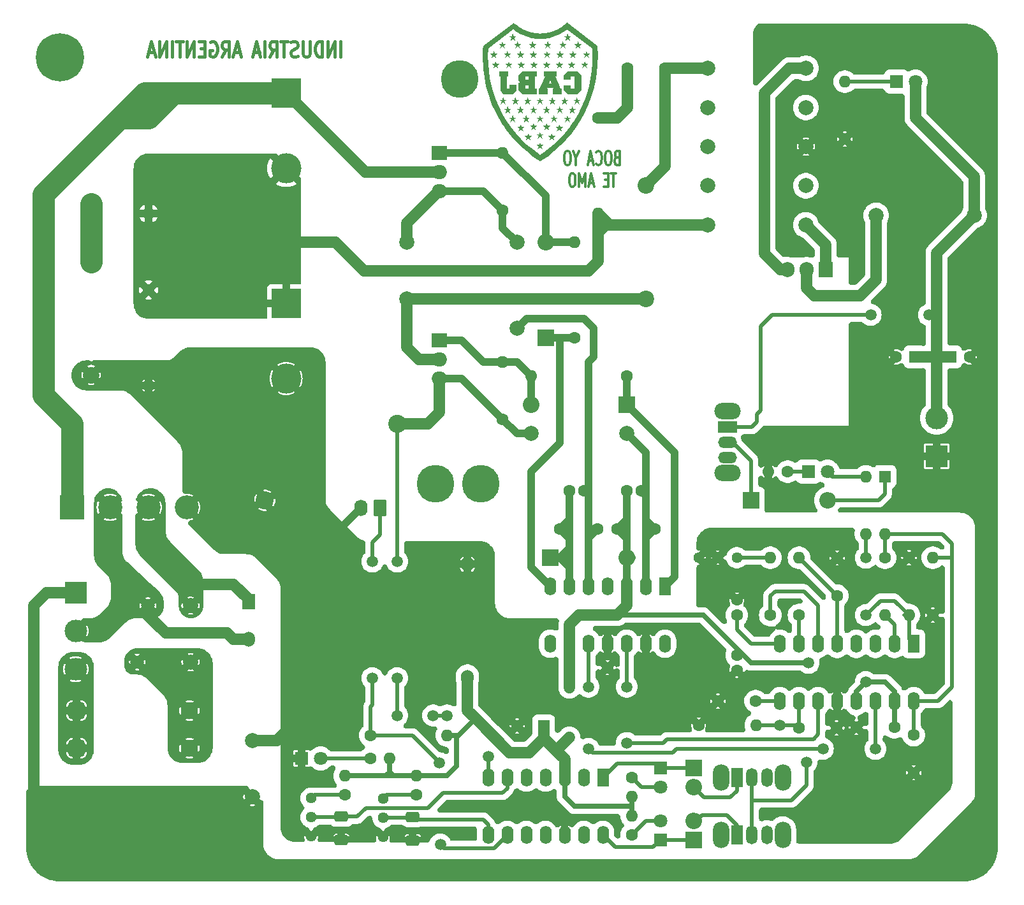
<source format=gbr>
%TF.GenerationSoftware,KiCad,Pcbnew,8.0.0*%
%TF.CreationDate,2024-06-30T22:05:53-03:00*%
%TF.ProjectId,tp4potencia,74703470-6f74-4656-9e63-69612e6b6963,0.4*%
%TF.SameCoordinates,Original*%
%TF.FileFunction,Copper,L2,Bot*%
%TF.FilePolarity,Positive*%
%FSLAX46Y46*%
G04 Gerber Fmt 4.6, Leading zero omitted, Abs format (unit mm)*
G04 Created by KiCad (PCBNEW 8.0.0) date 2024-06-30 22:05:53*
%MOMM*%
%LPD*%
G01*
G04 APERTURE LIST*
G04 Aperture macros list*
%AMRoundRect*
0 Rectangle with rounded corners*
0 $1 Rounding radius*
0 $2 $3 $4 $5 $6 $7 $8 $9 X,Y pos of 4 corners*
0 Add a 4 corners polygon primitive as box body*
4,1,4,$2,$3,$4,$5,$6,$7,$8,$9,$2,$3,0*
0 Add four circle primitives for the rounded corners*
1,1,$1+$1,$2,$3*
1,1,$1+$1,$4,$5*
1,1,$1+$1,$6,$7*
1,1,$1+$1,$8,$9*
0 Add four rect primitives between the rounded corners*
20,1,$1+$1,$2,$3,$4,$5,0*
20,1,$1+$1,$4,$5,$6,$7,0*
20,1,$1+$1,$6,$7,$8,$9,0*
20,1,$1+$1,$8,$9,$2,$3,0*%
%AMHorizOval*
0 Thick line with rounded ends*
0 $1 width*
0 $2 $3 position (X,Y) of the first rounded end (center of the circle)*
0 $4 $5 position (X,Y) of the second rounded end (center of the circle)*
0 Add line between two ends*
20,1,$1,$2,$3,$4,$5,0*
0 Add two circle primitives to create the rounded ends*
1,1,$1,$2,$3*
1,1,$1,$4,$5*%
G04 Aperture macros list end*
%TA.AperFunction,NonConductor*%
%ADD10C,0.000000*%
%TD*%
%ADD11C,0.300000*%
%TA.AperFunction,NonConductor*%
%ADD12C,0.300000*%
%TD*%
%ADD13C,0.400000*%
%TA.AperFunction,NonConductor*%
%ADD14C,0.400000*%
%TD*%
%TA.AperFunction,ComponentPad*%
%ADD15R,1.600000X1.600000*%
%TD*%
%TA.AperFunction,ComponentPad*%
%ADD16C,1.600000*%
%TD*%
%TA.AperFunction,ComponentPad*%
%ADD17O,1.600000X1.600000*%
%TD*%
%TA.AperFunction,ComponentPad*%
%ADD18RoundRect,0.575000X-0.575000X-0.575000X0.575000X-0.575000X0.575000X0.575000X-0.575000X0.575000X0*%
%TD*%
%TA.AperFunction,ComponentPad*%
%ADD19C,2.300000*%
%TD*%
%TA.AperFunction,ComponentPad*%
%ADD20C,6.400000*%
%TD*%
%TA.AperFunction,ComponentPad*%
%ADD21R,2.000000X1.905000*%
%TD*%
%TA.AperFunction,ComponentPad*%
%ADD22O,2.000000X1.905000*%
%TD*%
%TA.AperFunction,ComponentPad*%
%ADD23R,4.000000X4.000000*%
%TD*%
%TA.AperFunction,ComponentPad*%
%ADD24C,4.000000*%
%TD*%
%TA.AperFunction,ComponentPad*%
%ADD25O,2.200000X3.500000*%
%TD*%
%TA.AperFunction,ComponentPad*%
%ADD26R,1.500000X2.500000*%
%TD*%
%TA.AperFunction,ComponentPad*%
%ADD27O,1.500000X2.500000*%
%TD*%
%TA.AperFunction,ComponentPad*%
%ADD28C,5.000000*%
%TD*%
%TA.AperFunction,ComponentPad*%
%ADD29RoundRect,0.250000X0.620000X0.845000X-0.620000X0.845000X-0.620000X-0.845000X0.620000X-0.845000X0*%
%TD*%
%TA.AperFunction,ComponentPad*%
%ADD30O,1.740000X2.190000*%
%TD*%
%TA.AperFunction,ComponentPad*%
%ADD31C,2.000000*%
%TD*%
%TA.AperFunction,ComponentPad*%
%ADD32R,1.600000X2.400000*%
%TD*%
%TA.AperFunction,ComponentPad*%
%ADD33O,1.600000X2.400000*%
%TD*%
%TA.AperFunction,ComponentPad*%
%ADD34R,3.000000X3.000000*%
%TD*%
%TA.AperFunction,ComponentPad*%
%ADD35C,3.000000*%
%TD*%
%TA.AperFunction,ComponentPad*%
%ADD36O,3.500000X2.200000*%
%TD*%
%TA.AperFunction,ComponentPad*%
%ADD37R,2.500000X1.500000*%
%TD*%
%TA.AperFunction,ComponentPad*%
%ADD38O,2.500000X1.500000*%
%TD*%
%TA.AperFunction,ComponentPad*%
%ADD39R,2.200000X2.200000*%
%TD*%
%TA.AperFunction,ComponentPad*%
%ADD40O,2.200000X2.200000*%
%TD*%
%TA.AperFunction,ComponentPad*%
%ADD41C,2.200000*%
%TD*%
%TA.AperFunction,ComponentPad*%
%ADD42R,1.800000X1.800000*%
%TD*%
%TA.AperFunction,ComponentPad*%
%ADD43C,1.800000*%
%TD*%
%TA.AperFunction,ComponentPad*%
%ADD44C,2.400000*%
%TD*%
%TA.AperFunction,ComponentPad*%
%ADD45HorizOval,2.400000X0.000000X0.000000X0.000000X0.000000X0*%
%TD*%
%TA.AperFunction,ComponentPad*%
%ADD46R,1.700000X2.000000*%
%TD*%
%TA.AperFunction,ComponentPad*%
%ADD47O,1.700000X2.000000*%
%TD*%
%TA.AperFunction,ComponentPad*%
%ADD48C,1.440000*%
%TD*%
%TA.AperFunction,ComponentPad*%
%ADD49R,1.905000X2.000000*%
%TD*%
%TA.AperFunction,ComponentPad*%
%ADD50O,1.905000X2.000000*%
%TD*%
%TA.AperFunction,ComponentPad*%
%ADD51O,2.400000X2.400000*%
%TD*%
%TA.AperFunction,ComponentPad*%
%ADD52R,3.200000X3.200000*%
%TD*%
%TA.AperFunction,ComponentPad*%
%ADD53C,3.200000*%
%TD*%
%TA.AperFunction,SMDPad,CuDef*%
%ADD54RoundRect,0.250000X-0.650000X0.412500X-0.650000X-0.412500X0.650000X-0.412500X0.650000X0.412500X0*%
%TD*%
%TA.AperFunction,ViaPad*%
%ADD55C,2.000000*%
%TD*%
%TA.AperFunction,ViaPad*%
%ADD56C,1.500000*%
%TD*%
%TA.AperFunction,Conductor*%
%ADD57C,0.500000*%
%TD*%
%TA.AperFunction,Conductor*%
%ADD58C,1.500000*%
%TD*%
%TA.AperFunction,Conductor*%
%ADD59C,1.000000*%
%TD*%
%TA.AperFunction,Conductor*%
%ADD60C,3.000000*%
%TD*%
%TA.AperFunction,Conductor*%
%ADD61C,0.650000*%
%TD*%
G04 APERTURE END LIST*
D10*
%TA.AperFunction,NonConductor*%
G36*
X151347704Y-38153722D02*
G01*
X151742515Y-38154674D01*
X151422581Y-38386925D01*
X151542913Y-38753479D01*
X151231234Y-38529324D01*
X150913100Y-38753479D01*
X151036766Y-38384650D01*
X150718736Y-38154674D01*
X151109262Y-38154674D01*
X151228007Y-37784575D01*
X151347704Y-38153722D01*
G37*
%TD.AperFunction*%
%TA.AperFunction,NonConductor*%
G36*
X154983820Y-40512270D02*
G01*
X155378578Y-40513170D01*
X155058697Y-40745422D01*
X155179029Y-41112028D01*
X154867403Y-40887820D01*
X154549268Y-41112028D01*
X154672882Y-40743252D01*
X154354905Y-40513170D01*
X154745324Y-40513170D01*
X154864122Y-40143071D01*
X154983820Y-40512270D01*
G37*
%TD.AperFunction*%
%TA.AperFunction,NonConductor*%
G36*
X151347704Y-42712122D02*
G01*
X151742515Y-42713074D01*
X151422581Y-42945167D01*
X151542913Y-43311774D01*
X151231234Y-43087723D01*
X150913100Y-43311774D01*
X151036766Y-42942998D01*
X150718736Y-42713074D01*
X151109262Y-42713074D01*
X151228007Y-42342870D01*
X151347704Y-42712122D01*
G37*
%TD.AperFunction*%
%TA.AperFunction,NonConductor*%
G36*
X147053940Y-39333023D02*
G01*
X147448751Y-39333922D01*
X147128764Y-39566173D01*
X147249097Y-39932780D01*
X146937365Y-39708572D01*
X146619336Y-39932780D01*
X146743055Y-39564004D01*
X146425078Y-39333922D01*
X146815497Y-39333922D01*
X146934190Y-38963823D01*
X147053940Y-39333023D01*
G37*
%TD.AperFunction*%
%TA.AperFunction,NonConductor*%
G36*
X153957342Y-36660837D02*
G01*
X154086565Y-36660837D01*
X154086565Y-37390822D01*
X152897633Y-37390822D01*
X152899168Y-36660837D01*
X153046064Y-36660837D01*
X152992195Y-36530397D01*
X152139814Y-36530397D01*
X152085997Y-36660837D01*
X152232841Y-36660837D01*
X152231836Y-37390822D01*
X151045286Y-37390822D01*
X151045286Y-36660837D01*
X151174825Y-36660837D01*
X151486248Y-35942281D01*
X152382754Y-35942281D01*
X152754494Y-35942175D01*
X152565317Y-35580331D01*
X152382754Y-35942281D01*
X151486248Y-35942281D01*
X151866817Y-35064181D01*
X151709654Y-35064181D01*
X151710501Y-34330016D01*
X153421455Y-34330016D01*
X153422513Y-35064181D01*
X153265192Y-35064181D01*
X153645803Y-35942175D01*
X153957342Y-36660837D01*
G37*
%TD.AperFunction*%
%TA.AperFunction,NonConductor*%
G36*
X146991816Y-35064182D02*
G01*
X146837458Y-35064182D01*
X146838834Y-36659356D01*
X147191682Y-36660837D01*
X147192582Y-36141143D01*
X148060627Y-36141672D01*
X148061580Y-36937485D01*
X147572470Y-37390769D01*
X146339300Y-37390769D01*
X145946554Y-36940977D01*
X145947294Y-35064182D01*
X145792565Y-35064182D01*
X145794840Y-34330017D01*
X146991816Y-34330017D01*
X146991816Y-35064182D01*
G37*
%TD.AperFunction*%
%TA.AperFunction,NonConductor*%
G36*
X152377357Y-30715226D02*
G01*
X152772115Y-30716232D01*
X152452234Y-30948377D01*
X152572566Y-31314984D01*
X152260887Y-31090829D01*
X151942858Y-31314984D01*
X152066418Y-30946155D01*
X151748442Y-30716232D01*
X152138914Y-30716232D01*
X152257659Y-30346080D01*
X152377357Y-30715226D01*
G37*
%TD.AperFunction*%
%TA.AperFunction,NonConductor*%
G36*
X152217125Y-41586214D02*
G01*
X152611830Y-41587220D01*
X152291949Y-41819366D01*
X152412282Y-42185972D01*
X152100655Y-41961764D01*
X151782520Y-42185972D01*
X151906187Y-41817196D01*
X151588158Y-41587220D01*
X151978682Y-41587220D01*
X152097321Y-41217014D01*
X152217125Y-41586214D01*
G37*
%TD.AperFunction*%
%TA.AperFunction,NonConductor*%
G36*
X155544789Y-33345872D02*
G01*
X155939548Y-33346931D01*
X155619719Y-33579076D01*
X155739946Y-33945683D01*
X155428319Y-33721581D01*
X155110185Y-33945683D01*
X155233904Y-33576854D01*
X154915822Y-33346931D01*
X155306346Y-33346931D01*
X155425039Y-32976673D01*
X155544789Y-33345872D01*
G37*
%TD.AperFunction*%
%TA.AperFunction,NonConductor*%
G36*
X153902944Y-41744964D02*
G01*
X154297649Y-41745969D01*
X153977768Y-41978115D01*
X154098048Y-42344723D01*
X153786421Y-42120515D01*
X153468287Y-42344723D01*
X153591953Y-41975947D01*
X153273923Y-41745969D01*
X153664395Y-41745969D01*
X153783140Y-41375765D01*
X153902944Y-41744964D01*
G37*
%TD.AperFunction*%
%TA.AperFunction,NonConductor*%
G36*
X148363257Y-30715226D02*
G01*
X148757962Y-30716232D01*
X148438029Y-30948377D01*
X148558308Y-31314984D01*
X148246735Y-31090829D01*
X147928653Y-31314984D01*
X148052372Y-30946155D01*
X147734343Y-30716232D01*
X148124815Y-30716232D01*
X148243560Y-30346080D01*
X148363257Y-30715226D01*
G37*
%TD.AperFunction*%
%TA.AperFunction,NonConductor*%
G36*
X150478390Y-39333023D02*
G01*
X150873147Y-39333922D01*
X150553213Y-39566173D01*
X150673546Y-39932780D01*
X150361919Y-39708572D01*
X150043785Y-39932780D01*
X150167398Y-39564004D01*
X149849368Y-39333922D01*
X150239894Y-39333922D01*
X150358639Y-38963823D01*
X150478390Y-39333023D01*
G37*
%TD.AperFunction*%
%TA.AperFunction,NonConductor*%
G36*
X147711694Y-40512270D02*
G01*
X148106400Y-40513170D01*
X147786518Y-40745422D01*
X147906850Y-41112028D01*
X147595225Y-40887820D01*
X147277090Y-41112028D01*
X147400703Y-40743252D01*
X147082674Y-40513170D01*
X147473146Y-40513170D01*
X147591891Y-40143071D01*
X147711694Y-40512270D01*
G37*
%TD.AperFunction*%
%TA.AperFunction,NonConductor*%
G36*
X155015623Y-29679595D02*
G01*
X155410381Y-29680547D01*
X155090500Y-29912745D01*
X155210726Y-30279299D01*
X154899153Y-30055197D01*
X154581018Y-30279299D01*
X154704684Y-29910523D01*
X154386708Y-29680547D01*
X154777180Y-29680547D01*
X154895819Y-29310342D01*
X155015623Y-29679595D01*
G37*
%TD.AperFunction*%
%TA.AperFunction,NonConductor*%
G36*
X156717105Y-34864369D02*
G01*
X156717105Y-36855517D01*
X156213973Y-37390769D01*
X154875182Y-37390769D01*
X154371150Y-36854988D01*
X154371309Y-36233852D01*
X155294546Y-36233747D01*
X155293488Y-36660837D01*
X155794926Y-36660837D01*
X155794926Y-35064182D01*
X155293488Y-35064182D01*
X155293488Y-35497570D01*
X154371309Y-35497570D01*
X154371150Y-34865111D01*
X154874600Y-34330017D01*
X156214344Y-34330017D01*
X156717105Y-34864369D01*
G37*
%TD.AperFunction*%
%TA.AperFunction,NonConductor*%
G36*
X145460461Y-33345872D02*
G01*
X145855166Y-33346931D01*
X145535178Y-33579076D01*
X145655511Y-33945683D01*
X145343885Y-33721581D01*
X145025855Y-33945683D01*
X145149470Y-33576854D01*
X144831441Y-33346931D01*
X145221912Y-33346931D01*
X145340658Y-32976673D01*
X145460461Y-33345872D01*
G37*
%TD.AperFunction*%
%TA.AperFunction,NonConductor*%
G36*
X148741241Y-31985227D02*
G01*
X149135947Y-31986179D01*
X148815959Y-32218325D01*
X148936292Y-32584931D01*
X148624666Y-32360829D01*
X148306689Y-32584931D01*
X148430250Y-32216102D01*
X148112273Y-31986179D01*
X148502746Y-31986179D01*
X148621437Y-31616027D01*
X148741241Y-31985227D01*
G37*
%TD.AperFunction*%
%TA.AperFunction,NonConductor*%
G36*
X148739706Y-39333023D02*
G01*
X149134465Y-39333922D01*
X148814530Y-39566173D01*
X148934811Y-39932780D01*
X148623237Y-39708572D01*
X148305155Y-39932780D01*
X148428821Y-39564004D01*
X148110738Y-39333922D01*
X148501263Y-39333922D01*
X148619903Y-38963823D01*
X148739706Y-39333023D01*
G37*
%TD.AperFunction*%
%TA.AperFunction,NonConductor*%
G36*
X152226227Y-33345872D02*
G01*
X152620932Y-33346931D01*
X152301050Y-33579076D01*
X152421330Y-33945683D01*
X152109757Y-33721581D01*
X151791622Y-33945683D01*
X151915236Y-33576854D01*
X151597206Y-33346931D01*
X151987731Y-33346931D01*
X152106423Y-32976673D01*
X152226227Y-33345872D01*
G37*
%TD.AperFunction*%
%TA.AperFunction,NonConductor*%
G36*
X152980606Y-38153722D02*
G01*
X153375312Y-38154674D01*
X153055431Y-38386925D01*
X153175710Y-38753479D01*
X152864137Y-38529324D01*
X152546002Y-38753479D01*
X152669668Y-38384650D01*
X152351639Y-38154674D01*
X152742111Y-38154674D01*
X152860803Y-37784575D01*
X152980606Y-38153722D01*
G37*
%TD.AperFunction*%
%TA.AperFunction,NonConductor*%
G36*
X148831940Y-33345872D02*
G01*
X149226698Y-33346931D01*
X148906711Y-33579076D01*
X149026990Y-33945683D01*
X148715365Y-33721581D01*
X148397335Y-33945683D01*
X148521001Y-33576854D01*
X148203025Y-33346931D01*
X148593445Y-33346931D01*
X148712190Y-32976673D01*
X148831940Y-33345872D01*
G37*
%TD.AperFunction*%
%TA.AperFunction,NonConductor*%
G36*
X152904988Y-42923789D02*
G01*
X153299747Y-42924741D01*
X152979866Y-43156834D01*
X153100198Y-43523440D01*
X152788519Y-43299390D01*
X152470384Y-43523440D01*
X152594050Y-43154664D01*
X152276021Y-42924741D01*
X152666493Y-42924741D01*
X152785238Y-42554537D01*
X152904988Y-42923789D01*
G37*
%TD.AperFunction*%
%TA.AperFunction,NonConductor*%
G36*
X154002639Y-31985227D02*
G01*
X154397398Y-31986179D01*
X154077569Y-32218325D01*
X154197848Y-32584931D01*
X153886169Y-32360829D01*
X153568034Y-32584931D01*
X153691754Y-32216102D01*
X153373724Y-31986179D01*
X153764196Y-31986179D01*
X153882942Y-31616027D01*
X154002639Y-31985227D01*
G37*
%TD.AperFunction*%
%TA.AperFunction,NonConductor*%
G36*
X153911887Y-33345872D02*
G01*
X154306698Y-33346931D01*
X153986817Y-33579076D01*
X154107149Y-33945683D01*
X153795470Y-33721581D01*
X153477335Y-33945683D01*
X153601001Y-33576854D01*
X153283025Y-33346931D01*
X153673497Y-33346931D01*
X153792242Y-32976673D01*
X153911887Y-33345872D01*
G37*
%TD.AperFunction*%
%TA.AperFunction,NonConductor*%
G36*
X154380623Y-30715226D02*
G01*
X154775434Y-30716232D01*
X154455500Y-30948377D01*
X154575832Y-31314984D01*
X154264153Y-31090829D01*
X153946018Y-31314984D01*
X154069737Y-30946155D01*
X153751708Y-30716232D01*
X154142180Y-30716232D01*
X154260820Y-30346080D01*
X154380623Y-30715226D01*
G37*
%TD.AperFunction*%
%TA.AperFunction,NonConductor*%
G36*
X156391456Y-30715226D02*
G01*
X156786214Y-30716232D01*
X156466280Y-30948377D01*
X156586613Y-31314984D01*
X156274986Y-31090829D01*
X155956851Y-31314984D01*
X156080570Y-30946155D01*
X155762541Y-30716232D01*
X156153013Y-30716232D01*
X156271652Y-30346080D01*
X156391456Y-30715226D01*
G37*
%TD.AperFunction*%
%TA.AperFunction,NonConductor*%
G36*
X157517840Y-31985227D02*
G01*
X157912598Y-31986179D01*
X157592717Y-32218325D01*
X157712944Y-32584931D01*
X157401317Y-32360829D01*
X157083182Y-32584931D01*
X157206902Y-32216102D01*
X156888872Y-31986179D01*
X157279345Y-31986179D01*
X157398037Y-31616027D01*
X157517840Y-31985227D01*
G37*
%TD.AperFunction*%
%TA.AperFunction,NonConductor*%
G36*
X152279143Y-31985227D02*
G01*
X152673849Y-31986179D01*
X152353967Y-32218325D01*
X152474247Y-32584931D01*
X152162674Y-32360829D01*
X151844539Y-32584931D01*
X151968153Y-32216102D01*
X151650123Y-31986179D01*
X152040648Y-31986179D01*
X152159340Y-31616027D01*
X152279143Y-31985227D01*
G37*
%TD.AperFunction*%
%TA.AperFunction,NonConductor*%
G36*
X151347704Y-44118647D02*
G01*
X151742515Y-44119599D01*
X151422581Y-44351798D01*
X151542913Y-44718404D01*
X151231234Y-44494250D01*
X150913100Y-44718404D01*
X151036766Y-44349522D01*
X150718736Y-44119599D01*
X151109262Y-44119599D01*
X151228007Y-43749500D01*
X151347704Y-44118647D01*
G37*
%TD.AperFunction*%
%TA.AperFunction,NonConductor*%
G36*
X157283472Y-33345872D02*
G01*
X157678178Y-33346931D01*
X157358296Y-33579076D01*
X157478629Y-33945683D01*
X157167002Y-33721581D01*
X156848868Y-33945683D01*
X156972534Y-33576854D01*
X156654505Y-33346931D01*
X157044977Y-33346931D01*
X157163722Y-32976673D01*
X157283472Y-33345872D01*
G37*
%TD.AperFunction*%
%TA.AperFunction,NonConductor*%
G36*
X149503135Y-40512270D02*
G01*
X149897946Y-40513170D01*
X149578118Y-40745422D01*
X149698398Y-41112028D01*
X149386719Y-40887820D01*
X149068530Y-41112028D01*
X149192197Y-40743252D01*
X148874168Y-40513170D01*
X149264639Y-40513170D01*
X149383385Y-40143071D01*
X149503135Y-40512270D01*
G37*
%TD.AperFunction*%
%TA.AperFunction,NonConductor*%
G36*
X146449261Y-38153722D02*
G01*
X146843967Y-38154674D01*
X146524086Y-38386925D01*
X146644259Y-38753479D01*
X146332633Y-38529324D01*
X146014657Y-38753479D01*
X146138270Y-38384650D01*
X145820241Y-38154674D01*
X146210819Y-38154674D01*
X146329459Y-37784575D01*
X146449261Y-38153722D01*
G37*
%TD.AperFunction*%
%TA.AperFunction,NonConductor*%
G36*
X150478442Y-41586214D02*
G01*
X150873200Y-41587220D01*
X150553319Y-41819366D01*
X150673652Y-42185972D01*
X150361919Y-41961764D01*
X150043785Y-42185972D01*
X150167398Y-41817196D01*
X149849368Y-41587220D01*
X150239946Y-41587220D01*
X150358639Y-41217014D01*
X150478442Y-41586214D01*
G37*
%TD.AperFunction*%
%TA.AperFunction,NonConductor*%
G36*
X150366576Y-30715226D02*
G01*
X150761281Y-30716232D01*
X150441400Y-30948377D01*
X150561680Y-31314984D01*
X150250106Y-31090829D01*
X149931866Y-31314984D01*
X150055585Y-30946155D01*
X149737556Y-30716232D01*
X150128028Y-30716232D01*
X150246773Y-30346080D01*
X150366576Y-30715226D01*
G37*
%TD.AperFunction*%
%TA.AperFunction,NonConductor*%
G36*
X149714855Y-38153722D02*
G01*
X150109613Y-38154674D01*
X149789785Y-38386925D01*
X149910064Y-38753479D01*
X149598385Y-38529324D01*
X149280303Y-38753479D01*
X149403916Y-38384650D01*
X149085940Y-38154674D01*
X149476412Y-38154674D01*
X149595104Y-37784575D01*
X149714855Y-38153722D01*
G37*
%TD.AperFunction*%
%TA.AperFunction,NonConductor*%
G36*
X145226145Y-31985227D02*
G01*
X145620850Y-31986179D01*
X145300863Y-32218325D01*
X145421197Y-32584931D01*
X145109466Y-32360829D01*
X144791436Y-32584931D01*
X144915154Y-32216102D01*
X144597179Y-31986179D01*
X144987597Y-31986179D01*
X145106396Y-31616027D01*
X145226145Y-31985227D01*
G37*
%TD.AperFunction*%
%TA.AperFunction,NonConductor*%
G36*
X147199144Y-33345872D02*
G01*
X147593849Y-33346931D01*
X147273914Y-33579076D01*
X147394194Y-33945683D01*
X147082568Y-33721581D01*
X146764592Y-33945683D01*
X146888205Y-33576854D01*
X146570176Y-33346931D01*
X146960648Y-33346931D01*
X147079393Y-32976673D01*
X147199144Y-33345872D01*
G37*
%TD.AperFunction*%
%TA.AperFunction,NonConductor*%
G36*
X151347704Y-40512270D02*
G01*
X151742515Y-40513170D01*
X151422581Y-40745422D01*
X151542913Y-41112028D01*
X151231234Y-40887820D01*
X150913100Y-41112028D01*
X151036766Y-40743252D01*
X150718736Y-40513170D01*
X151109262Y-40513170D01*
X151228007Y-40143071D01*
X151347704Y-40512270D01*
G37*
%TD.AperFunction*%
%TA.AperFunction,NonConductor*%
G36*
X148792517Y-41744964D02*
G01*
X149187276Y-41745969D01*
X148867447Y-41978115D01*
X148987727Y-42344723D01*
X148676153Y-42120515D01*
X148357966Y-42344723D01*
X148481631Y-41975947D01*
X148163655Y-41745969D01*
X148554075Y-41745969D01*
X148672767Y-41375765D01*
X148792517Y-41744964D01*
G37*
%TD.AperFunction*%
%TA.AperFunction,NonConductor*%
G36*
X148082110Y-38153722D02*
G01*
X148476763Y-38154674D01*
X148156829Y-38386925D01*
X148277161Y-38753479D01*
X147965536Y-38529324D01*
X147647506Y-38753479D01*
X147771120Y-38384650D01*
X147453091Y-38154674D01*
X147843562Y-38154674D01*
X147962308Y-37784575D01*
X148082110Y-38153722D01*
G37*
%TD.AperFunction*%
%TA.AperFunction,NonConductor*%
G36*
X147728310Y-29679595D02*
G01*
X148123015Y-29680547D01*
X147803081Y-29912745D01*
X147923360Y-30279299D01*
X147611735Y-30055197D01*
X147293758Y-30279299D01*
X147417371Y-29910523D01*
X147099343Y-29680547D01*
X147489815Y-29680547D01*
X147608560Y-29310342D01*
X147728310Y-29679595D01*
G37*
%TD.AperFunction*%
%TA.AperFunction,NonConductor*%
G36*
X158855697Y-33417510D02*
G01*
X158747334Y-34587888D01*
X158568353Y-35722418D01*
X158319694Y-36820542D01*
X158002296Y-37881701D01*
X157617102Y-38905336D01*
X157165051Y-39890889D01*
X156647084Y-40837802D01*
X156064142Y-41745515D01*
X155417166Y-42613471D01*
X154707095Y-43441110D01*
X153934870Y-44227873D01*
X153101433Y-44973203D01*
X152207723Y-45676541D01*
X151254682Y-46337328D01*
X150301689Y-45676709D01*
X149847382Y-45330401D01*
X149408025Y-44973519D01*
X148983735Y-44606135D01*
X148574630Y-44228318D01*
X148180827Y-43840138D01*
X147802445Y-43441666D01*
X147439600Y-43032970D01*
X147092410Y-42614122D01*
X146760992Y-42185191D01*
X146445465Y-41746247D01*
X146145945Y-41297361D01*
X145862551Y-40838601D01*
X145595399Y-40370039D01*
X145344608Y-39891744D01*
X145110294Y-39403786D01*
X144892576Y-38906235D01*
X144691571Y-38399161D01*
X144507397Y-37882635D01*
X144340170Y-37356726D01*
X144190010Y-36821504D01*
X144057032Y-36277039D01*
X143941355Y-35723402D01*
X143843097Y-35160661D01*
X143762374Y-34588888D01*
X143699305Y-34008152D01*
X143654006Y-33418523D01*
X143626596Y-32820071D01*
X143618987Y-32328778D01*
X144308722Y-32328778D01*
X144336323Y-33326704D01*
X144423481Y-34321098D01*
X144570809Y-35308683D01*
X144778919Y-36286183D01*
X145048423Y-37250322D01*
X145379932Y-38197822D01*
X145774060Y-39125408D01*
X146231418Y-40029803D01*
X146752618Y-40907730D01*
X147338272Y-41755913D01*
X147988993Y-42571076D01*
X148705393Y-43349941D01*
X149488084Y-44089232D01*
X150337677Y-44785674D01*
X151254786Y-45435989D01*
X151721832Y-45116933D01*
X152171922Y-44785930D01*
X152605132Y-44443389D01*
X153021538Y-44089721D01*
X153421218Y-43725334D01*
X153804247Y-43350638D01*
X154170703Y-42966044D01*
X154520661Y-42571961D01*
X154854200Y-42168798D01*
X155171394Y-41756965D01*
X155472320Y-41336872D01*
X155757056Y-40908928D01*
X156278262Y-40031128D01*
X156735623Y-39126843D01*
X157129752Y-38199348D01*
X157461261Y-37251923D01*
X157730763Y-36287844D01*
X157938871Y-35310389D01*
X158086197Y-34322835D01*
X158173354Y-33328459D01*
X158200953Y-32330540D01*
X158169609Y-31332354D01*
X154816842Y-28794214D01*
X154605878Y-28944428D01*
X154392714Y-29085589D01*
X154177488Y-29217612D01*
X153960338Y-29340413D01*
X153741402Y-29453907D01*
X153520819Y-29558009D01*
X153298727Y-29652633D01*
X153075263Y-29737697D01*
X152850567Y-29813113D01*
X152624776Y-29878799D01*
X152398029Y-29934668D01*
X152170464Y-29980636D01*
X151942219Y-30016618D01*
X151713432Y-30042529D01*
X151484242Y-30058285D01*
X151254786Y-30063801D01*
X151025373Y-30057996D01*
X150796211Y-30041985D01*
X150567442Y-30015851D01*
X150339204Y-29979677D01*
X150111638Y-29933544D01*
X149884884Y-29877536D01*
X149659080Y-29811735D01*
X149434368Y-29736223D01*
X149210887Y-29651083D01*
X148988776Y-29556398D01*
X148768176Y-29452250D01*
X148549226Y-29338722D01*
X148332067Y-29215896D01*
X148116838Y-29083855D01*
X147903679Y-28942681D01*
X147692729Y-28792457D01*
X144340066Y-31330597D01*
X144308722Y-32328778D01*
X143618987Y-32328778D01*
X143617192Y-32212867D01*
X143625912Y-31596979D01*
X143652872Y-30972479D01*
X147731280Y-27892357D01*
X147919480Y-28066836D01*
X148113389Y-28229878D01*
X148312699Y-28381520D01*
X148517102Y-28521801D01*
X148726287Y-28650760D01*
X148939947Y-28768436D01*
X149157773Y-28874868D01*
X149379455Y-28970092D01*
X149604685Y-29054150D01*
X149833154Y-29127078D01*
X150064552Y-29188915D01*
X150298572Y-29239701D01*
X150534904Y-29279473D01*
X150773238Y-29308271D01*
X151013268Y-29326132D01*
X151254682Y-29333096D01*
X151496143Y-29325963D01*
X151736210Y-29307951D01*
X151974577Y-29279019D01*
X152210935Y-29239128D01*
X152444974Y-29188237D01*
X152676388Y-29126308D01*
X152904866Y-29053301D01*
X153130100Y-28969175D01*
X153351782Y-28873890D01*
X153569604Y-28767407D01*
X153783257Y-28649686D01*
X153992433Y-28520688D01*
X154196822Y-28380371D01*
X154396117Y-28228697D01*
X154590008Y-28065626D01*
X154778188Y-27891117D01*
X158856802Y-30971446D01*
X158892499Y-32211843D01*
X158888876Y-32330540D01*
X158855697Y-33417510D01*
G37*
%TD.AperFunction*%
%TA.AperFunction,NonConductor*%
G36*
X146352477Y-30715226D02*
G01*
X146747182Y-30716232D01*
X146427248Y-30948377D01*
X146547527Y-31314984D01*
X146235902Y-31090829D01*
X145917820Y-31314984D01*
X146041538Y-30946155D01*
X145723510Y-30716232D01*
X146113982Y-30716232D01*
X146232726Y-30346080D01*
X146352477Y-30715226D01*
G37*
%TD.AperFunction*%
%TA.AperFunction,NonConductor*%
G36*
X153192273Y-40512270D02*
G01*
X153586978Y-40513170D01*
X153267097Y-40745422D01*
X153387377Y-41112028D01*
X153075804Y-40887820D01*
X152757669Y-41112028D01*
X152881335Y-40743252D01*
X152563306Y-40513170D01*
X152953778Y-40513170D01*
X153072470Y-40143071D01*
X153192273Y-40512270D01*
G37*
%TD.AperFunction*%
%TA.AperFunction,NonConductor*%
G36*
X156246306Y-38153722D02*
G01*
X156641064Y-38154674D01*
X156321183Y-38386925D01*
X156441409Y-38753479D01*
X156129783Y-38529324D01*
X155811648Y-38753479D01*
X155935367Y-38384650D01*
X155617338Y-38154674D01*
X156007810Y-38154674D01*
X156126502Y-37784575D01*
X156246306Y-38153722D01*
G37*
%TD.AperFunction*%
%TA.AperFunction,NonConductor*%
G36*
X154613403Y-38153722D02*
G01*
X155008161Y-38154674D01*
X154688280Y-38386925D01*
X154808612Y-38753479D01*
X154496986Y-38529324D01*
X154178851Y-38753479D01*
X154302465Y-38384650D01*
X153984489Y-38154674D01*
X154374908Y-38154674D01*
X154493706Y-37784575D01*
X154613403Y-38153722D01*
G37*
%TD.AperFunction*%
%TA.AperFunction,NonConductor*%
G36*
X155641521Y-39333023D02*
G01*
X156036279Y-39333922D01*
X155716345Y-39566173D01*
X155836625Y-39932780D01*
X155525051Y-39708572D01*
X155206916Y-39932780D01*
X155330582Y-39564004D01*
X155012554Y-39333922D01*
X155403078Y-39333922D01*
X155521718Y-38963823D01*
X155641521Y-39333023D01*
G37*
%TD.AperFunction*%
%TA.AperFunction,NonConductor*%
G36*
X152217125Y-39333023D02*
G01*
X152611830Y-39333922D01*
X152291949Y-39566173D01*
X152412282Y-39932780D01*
X152100602Y-39708572D01*
X151782468Y-39932780D01*
X151906134Y-39564004D01*
X151588104Y-39333922D01*
X151978577Y-39333922D01*
X152097321Y-38963823D01*
X152217125Y-39333023D01*
G37*
%TD.AperFunction*%
%TA.AperFunction,NonConductor*%
G36*
X150517759Y-33345872D02*
G01*
X150912465Y-33346931D01*
X150592583Y-33579076D01*
X150712916Y-33945683D01*
X150401237Y-33721581D01*
X150083102Y-33945683D01*
X150206767Y-33576854D01*
X149888792Y-33346931D01*
X150279264Y-33346931D01*
X150398009Y-32976673D01*
X150517759Y-33345872D01*
G37*
%TD.AperFunction*%
%TA.AperFunction,NonConductor*%
G36*
X150464842Y-31985227D02*
G01*
X150859548Y-31986179D01*
X150539667Y-32218325D01*
X150659999Y-32584931D01*
X150348320Y-32360829D01*
X150030185Y-32584931D01*
X150153851Y-32216102D01*
X149835876Y-31986179D01*
X150226347Y-31986179D01*
X150345093Y-31616027D01*
X150464842Y-31985227D01*
G37*
%TD.AperFunction*%
%TA.AperFunction,NonConductor*%
G36*
X147017692Y-31985227D02*
G01*
X147412504Y-31986179D01*
X147092516Y-32218325D01*
X147212796Y-32584931D01*
X146901117Y-32360829D01*
X146583088Y-32584931D01*
X146706807Y-32216102D01*
X146388672Y-31986179D01*
X146779250Y-31986179D01*
X146897994Y-31616027D01*
X147017692Y-31985227D01*
G37*
%TD.AperFunction*%
%TA.AperFunction,NonConductor*%
G36*
X149790473Y-42923789D02*
G01*
X150185231Y-42924741D01*
X149865403Y-43156834D01*
X149985628Y-43523440D01*
X149674109Y-43299390D01*
X149355868Y-43523440D01*
X149479481Y-43154664D01*
X149161452Y-42924741D01*
X149551977Y-42924741D01*
X149670722Y-42554537D01*
X149790473Y-42923789D01*
G37*
%TD.AperFunction*%
%TA.AperFunction,NonConductor*%
G36*
X155726241Y-31985227D02*
G01*
X156120999Y-31986179D01*
X155801117Y-32218325D01*
X155921397Y-32584931D01*
X155609771Y-32360829D01*
X155291636Y-32584931D01*
X155415302Y-32216102D01*
X155097273Y-31986179D01*
X155487745Y-31986179D01*
X155606490Y-31616027D01*
X155726241Y-31985227D01*
G37*
%TD.AperFunction*%
%TA.AperFunction,NonConductor*%
G36*
X153955755Y-39333023D02*
G01*
X154350566Y-39333922D01*
X154030632Y-39566173D01*
X154150911Y-39932780D01*
X153839285Y-39708572D01*
X153521150Y-39932780D01*
X153644870Y-39564004D01*
X153326840Y-39333922D01*
X153717312Y-39333922D01*
X153836005Y-38963823D01*
X153955755Y-39333023D01*
G37*
%TD.AperFunction*%
%TA.AperFunction,NonConductor*%
G36*
X150548000Y-36232000D02*
G01*
X150548398Y-36660838D01*
X150792926Y-36660838D01*
X150792926Y-37390823D01*
X148881788Y-37390823D01*
X148354579Y-36851020D01*
X148354579Y-36660837D01*
X149310624Y-36660837D01*
X149690936Y-36660837D01*
X149690936Y-36232000D01*
X149310624Y-36232423D01*
X149310624Y-36660837D01*
X148354579Y-36660837D01*
X148354579Y-35925507D01*
X148564076Y-35775859D01*
X148354579Y-35621236D01*
X148354579Y-35485400D01*
X149310624Y-35485400D01*
X149690936Y-35484976D01*
X149690936Y-35064183D01*
X149310624Y-35064183D01*
X149310624Y-35485400D01*
X148354579Y-35485400D01*
X148354579Y-34857808D01*
X148879036Y-34330017D01*
X150792926Y-34330017D01*
X150792926Y-35064236D01*
X150546916Y-35063337D01*
X150546917Y-35064183D01*
X150548000Y-36232000D01*
G37*
%TD.AperFunction*%
D11*
D12*
X161425142Y-45833308D02*
X161253714Y-45919022D01*
X161253714Y-45919022D02*
X161196571Y-46004736D01*
X161196571Y-46004736D02*
X161139428Y-46176165D01*
X161139428Y-46176165D02*
X161139428Y-46433308D01*
X161139428Y-46433308D02*
X161196571Y-46604736D01*
X161196571Y-46604736D02*
X161253714Y-46690451D01*
X161253714Y-46690451D02*
X161367999Y-46776165D01*
X161367999Y-46776165D02*
X161825142Y-46776165D01*
X161825142Y-46776165D02*
X161825142Y-44976165D01*
X161825142Y-44976165D02*
X161425142Y-44976165D01*
X161425142Y-44976165D02*
X161310857Y-45061879D01*
X161310857Y-45061879D02*
X161253714Y-45147593D01*
X161253714Y-45147593D02*
X161196571Y-45319022D01*
X161196571Y-45319022D02*
X161196571Y-45490451D01*
X161196571Y-45490451D02*
X161253714Y-45661879D01*
X161253714Y-45661879D02*
X161310857Y-45747593D01*
X161310857Y-45747593D02*
X161425142Y-45833308D01*
X161425142Y-45833308D02*
X161825142Y-45833308D01*
X160396571Y-44976165D02*
X160167999Y-44976165D01*
X160167999Y-44976165D02*
X160053714Y-45061879D01*
X160053714Y-45061879D02*
X159939428Y-45233308D01*
X159939428Y-45233308D02*
X159882285Y-45576165D01*
X159882285Y-45576165D02*
X159882285Y-46176165D01*
X159882285Y-46176165D02*
X159939428Y-46519022D01*
X159939428Y-46519022D02*
X160053714Y-46690451D01*
X160053714Y-46690451D02*
X160167999Y-46776165D01*
X160167999Y-46776165D02*
X160396571Y-46776165D01*
X160396571Y-46776165D02*
X160510857Y-46690451D01*
X160510857Y-46690451D02*
X160625142Y-46519022D01*
X160625142Y-46519022D02*
X160682285Y-46176165D01*
X160682285Y-46176165D02*
X160682285Y-45576165D01*
X160682285Y-45576165D02*
X160625142Y-45233308D01*
X160625142Y-45233308D02*
X160510857Y-45061879D01*
X160510857Y-45061879D02*
X160396571Y-44976165D01*
X158682285Y-46604736D02*
X158739428Y-46690451D01*
X158739428Y-46690451D02*
X158910856Y-46776165D01*
X158910856Y-46776165D02*
X159025142Y-46776165D01*
X159025142Y-46776165D02*
X159196571Y-46690451D01*
X159196571Y-46690451D02*
X159310856Y-46519022D01*
X159310856Y-46519022D02*
X159367999Y-46347593D01*
X159367999Y-46347593D02*
X159425142Y-46004736D01*
X159425142Y-46004736D02*
X159425142Y-45747593D01*
X159425142Y-45747593D02*
X159367999Y-45404736D01*
X159367999Y-45404736D02*
X159310856Y-45233308D01*
X159310856Y-45233308D02*
X159196571Y-45061879D01*
X159196571Y-45061879D02*
X159025142Y-44976165D01*
X159025142Y-44976165D02*
X158910856Y-44976165D01*
X158910856Y-44976165D02*
X158739428Y-45061879D01*
X158739428Y-45061879D02*
X158682285Y-45147593D01*
X158225142Y-46261879D02*
X157653714Y-46261879D01*
X158339428Y-46776165D02*
X157939428Y-44976165D01*
X157939428Y-44976165D02*
X157539428Y-46776165D01*
X155996571Y-45919022D02*
X155996571Y-46776165D01*
X156396571Y-44976165D02*
X155996571Y-45919022D01*
X155996571Y-45919022D02*
X155596571Y-44976165D01*
X154968000Y-44976165D02*
X154739428Y-44976165D01*
X154739428Y-44976165D02*
X154625143Y-45061879D01*
X154625143Y-45061879D02*
X154510857Y-45233308D01*
X154510857Y-45233308D02*
X154453714Y-45576165D01*
X154453714Y-45576165D02*
X154453714Y-46176165D01*
X154453714Y-46176165D02*
X154510857Y-46519022D01*
X154510857Y-46519022D02*
X154625143Y-46690451D01*
X154625143Y-46690451D02*
X154739428Y-46776165D01*
X154739428Y-46776165D02*
X154968000Y-46776165D01*
X154968000Y-46776165D02*
X155082286Y-46690451D01*
X155082286Y-46690451D02*
X155196571Y-46519022D01*
X155196571Y-46519022D02*
X155253714Y-46176165D01*
X155253714Y-46176165D02*
X155253714Y-45576165D01*
X155253714Y-45576165D02*
X155196571Y-45233308D01*
X155196571Y-45233308D02*
X155082286Y-45061879D01*
X155082286Y-45061879D02*
X154968000Y-44976165D01*
X161339428Y-47874064D02*
X160653714Y-47874064D01*
X160996571Y-49674064D02*
X160996571Y-47874064D01*
X160253713Y-48731207D02*
X159853713Y-48731207D01*
X159682285Y-49674064D02*
X160253713Y-49674064D01*
X160253713Y-49674064D02*
X160253713Y-47874064D01*
X160253713Y-47874064D02*
X159682285Y-47874064D01*
X158310856Y-49159778D02*
X157739428Y-49159778D01*
X158425142Y-49674064D02*
X158025142Y-47874064D01*
X158025142Y-47874064D02*
X157625142Y-49674064D01*
X157225142Y-49674064D02*
X157225142Y-47874064D01*
X157225142Y-47874064D02*
X156825142Y-49159778D01*
X156825142Y-49159778D02*
X156425142Y-47874064D01*
X156425142Y-47874064D02*
X156425142Y-49674064D01*
X155625142Y-47874064D02*
X155396570Y-47874064D01*
X155396570Y-47874064D02*
X155282285Y-47959778D01*
X155282285Y-47959778D02*
X155167999Y-48131207D01*
X155167999Y-48131207D02*
X155110856Y-48474064D01*
X155110856Y-48474064D02*
X155110856Y-49074064D01*
X155110856Y-49074064D02*
X155167999Y-49416921D01*
X155167999Y-49416921D02*
X155282285Y-49588350D01*
X155282285Y-49588350D02*
X155396570Y-49674064D01*
X155396570Y-49674064D02*
X155625142Y-49674064D01*
X155625142Y-49674064D02*
X155739428Y-49588350D01*
X155739428Y-49588350D02*
X155853713Y-49416921D01*
X155853713Y-49416921D02*
X155910856Y-49074064D01*
X155910856Y-49074064D02*
X155910856Y-48474064D01*
X155910856Y-48474064D02*
X155853713Y-48131207D01*
X155853713Y-48131207D02*
X155739428Y-47959778D01*
X155739428Y-47959778D02*
X155625142Y-47874064D01*
D13*
D14*
X124685714Y-32404438D02*
X124685714Y-30404438D01*
X123923809Y-32404438D02*
X123923809Y-30404438D01*
X123923809Y-30404438D02*
X123009523Y-32404438D01*
X123009523Y-32404438D02*
X123009523Y-30404438D01*
X122247619Y-32404438D02*
X122247619Y-30404438D01*
X122247619Y-30404438D02*
X121866667Y-30404438D01*
X121866667Y-30404438D02*
X121638095Y-30499676D01*
X121638095Y-30499676D02*
X121485714Y-30690152D01*
X121485714Y-30690152D02*
X121409524Y-30880628D01*
X121409524Y-30880628D02*
X121333333Y-31261580D01*
X121333333Y-31261580D02*
X121333333Y-31547295D01*
X121333333Y-31547295D02*
X121409524Y-31928247D01*
X121409524Y-31928247D02*
X121485714Y-32118723D01*
X121485714Y-32118723D02*
X121638095Y-32309200D01*
X121638095Y-32309200D02*
X121866667Y-32404438D01*
X121866667Y-32404438D02*
X122247619Y-32404438D01*
X120647619Y-30404438D02*
X120647619Y-32023485D01*
X120647619Y-32023485D02*
X120571429Y-32213961D01*
X120571429Y-32213961D02*
X120495238Y-32309200D01*
X120495238Y-32309200D02*
X120342857Y-32404438D01*
X120342857Y-32404438D02*
X120038095Y-32404438D01*
X120038095Y-32404438D02*
X119885714Y-32309200D01*
X119885714Y-32309200D02*
X119809524Y-32213961D01*
X119809524Y-32213961D02*
X119733333Y-32023485D01*
X119733333Y-32023485D02*
X119733333Y-30404438D01*
X119047620Y-32309200D02*
X118819048Y-32404438D01*
X118819048Y-32404438D02*
X118438096Y-32404438D01*
X118438096Y-32404438D02*
X118285715Y-32309200D01*
X118285715Y-32309200D02*
X118209524Y-32213961D01*
X118209524Y-32213961D02*
X118133334Y-32023485D01*
X118133334Y-32023485D02*
X118133334Y-31833009D01*
X118133334Y-31833009D02*
X118209524Y-31642533D01*
X118209524Y-31642533D02*
X118285715Y-31547295D01*
X118285715Y-31547295D02*
X118438096Y-31452057D01*
X118438096Y-31452057D02*
X118742858Y-31356819D01*
X118742858Y-31356819D02*
X118895239Y-31261580D01*
X118895239Y-31261580D02*
X118971429Y-31166342D01*
X118971429Y-31166342D02*
X119047620Y-30975866D01*
X119047620Y-30975866D02*
X119047620Y-30785390D01*
X119047620Y-30785390D02*
X118971429Y-30594914D01*
X118971429Y-30594914D02*
X118895239Y-30499676D01*
X118895239Y-30499676D02*
X118742858Y-30404438D01*
X118742858Y-30404438D02*
X118361905Y-30404438D01*
X118361905Y-30404438D02*
X118133334Y-30499676D01*
X117676191Y-30404438D02*
X116761905Y-30404438D01*
X117219048Y-32404438D02*
X117219048Y-30404438D01*
X115314285Y-32404438D02*
X115847619Y-31452057D01*
X116228571Y-32404438D02*
X116228571Y-30404438D01*
X116228571Y-30404438D02*
X115619047Y-30404438D01*
X115619047Y-30404438D02*
X115466666Y-30499676D01*
X115466666Y-30499676D02*
X115390476Y-30594914D01*
X115390476Y-30594914D02*
X115314285Y-30785390D01*
X115314285Y-30785390D02*
X115314285Y-31071104D01*
X115314285Y-31071104D02*
X115390476Y-31261580D01*
X115390476Y-31261580D02*
X115466666Y-31356819D01*
X115466666Y-31356819D02*
X115619047Y-31452057D01*
X115619047Y-31452057D02*
X116228571Y-31452057D01*
X114628571Y-32404438D02*
X114628571Y-30404438D01*
X113942857Y-31833009D02*
X113180952Y-31833009D01*
X114095238Y-32404438D02*
X113561904Y-30404438D01*
X113561904Y-30404438D02*
X113028571Y-32404438D01*
X111352380Y-31833009D02*
X110590475Y-31833009D01*
X111504761Y-32404438D02*
X110971427Y-30404438D01*
X110971427Y-30404438D02*
X110438094Y-32404438D01*
X108990474Y-32404438D02*
X109523808Y-31452057D01*
X109904760Y-32404438D02*
X109904760Y-30404438D01*
X109904760Y-30404438D02*
X109295236Y-30404438D01*
X109295236Y-30404438D02*
X109142855Y-30499676D01*
X109142855Y-30499676D02*
X109066665Y-30594914D01*
X109066665Y-30594914D02*
X108990474Y-30785390D01*
X108990474Y-30785390D02*
X108990474Y-31071104D01*
X108990474Y-31071104D02*
X109066665Y-31261580D01*
X109066665Y-31261580D02*
X109142855Y-31356819D01*
X109142855Y-31356819D02*
X109295236Y-31452057D01*
X109295236Y-31452057D02*
X109904760Y-31452057D01*
X107466665Y-30499676D02*
X107619046Y-30404438D01*
X107619046Y-30404438D02*
X107847617Y-30404438D01*
X107847617Y-30404438D02*
X108076189Y-30499676D01*
X108076189Y-30499676D02*
X108228570Y-30690152D01*
X108228570Y-30690152D02*
X108304760Y-30880628D01*
X108304760Y-30880628D02*
X108380951Y-31261580D01*
X108380951Y-31261580D02*
X108380951Y-31547295D01*
X108380951Y-31547295D02*
X108304760Y-31928247D01*
X108304760Y-31928247D02*
X108228570Y-32118723D01*
X108228570Y-32118723D02*
X108076189Y-32309200D01*
X108076189Y-32309200D02*
X107847617Y-32404438D01*
X107847617Y-32404438D02*
X107695236Y-32404438D01*
X107695236Y-32404438D02*
X107466665Y-32309200D01*
X107466665Y-32309200D02*
X107390474Y-32213961D01*
X107390474Y-32213961D02*
X107390474Y-31547295D01*
X107390474Y-31547295D02*
X107695236Y-31547295D01*
X106704760Y-31356819D02*
X106171427Y-31356819D01*
X105942855Y-32404438D02*
X106704760Y-32404438D01*
X106704760Y-32404438D02*
X106704760Y-30404438D01*
X106704760Y-30404438D02*
X105942855Y-30404438D01*
X105257141Y-32404438D02*
X105257141Y-30404438D01*
X105257141Y-30404438D02*
X104342855Y-32404438D01*
X104342855Y-32404438D02*
X104342855Y-30404438D01*
X103809523Y-30404438D02*
X102895237Y-30404438D01*
X103352380Y-32404438D02*
X103352380Y-30404438D01*
X102361903Y-32404438D02*
X102361903Y-30404438D01*
X101599998Y-32404438D02*
X101599998Y-30404438D01*
X101599998Y-30404438D02*
X100685712Y-32404438D01*
X100685712Y-32404438D02*
X100685712Y-30404438D01*
X99999999Y-31833009D02*
X99238094Y-31833009D01*
X100152380Y-32404438D02*
X99619046Y-30404438D01*
X99619046Y-30404438D02*
X99085713Y-32404438D01*
D15*
%TO.P,C5,1*%
%TO.N,VCC*%
X205753621Y-72299999D03*
D16*
%TO.P,C5,2*%
%TO.N,GND*%
X208253621Y-72299999D03*
%TD*%
%TO.P,R16,1*%
%TO.N,GNDPWR*%
X200205000Y-98970000D03*
D17*
%TO.P,R16,2*%
%TO.N,/Generador PWM/-IN*%
X200205000Y-106590000D03*
%TD*%
D18*
%TO.P,F1,1*%
%TO.N,/AC SUPPLY PROTECTION AND RECTIFIER/Line*%
X89680000Y-119290000D03*
X89680000Y-124290000D03*
D19*
%TO.P,F1,2*%
%TO.N,/AC SUPPLY PROTECTION AND RECTIFIER/Line_p_fuse*%
X104680000Y-119290000D03*
X104680000Y-124290000D03*
%TD*%
D20*
%TO.P,H3,1,1*%
%TO.N,GND*%
X207500000Y-32500000D03*
%TD*%
D21*
%TO.P,Q1,1,G*%
%TO.N,/Gh*%
X137820000Y-45200000D03*
D22*
%TO.P,Q1,2,D*%
%TO.N,+310V*%
X137820000Y-47740000D03*
%TO.P,Q1,3,S*%
%TO.N,/Sh*%
X137820000Y-50280000D03*
%TD*%
D16*
%TO.P,R2,1*%
%TO.N,/Tpm_c*%
X158930000Y-40550000D03*
D17*
%TO.P,R2,2*%
%TO.N,+155V*%
X158930000Y-53250000D03*
%TD*%
D16*
%TO.P,R10,1*%
%TO.N,Net-(D8-K)*%
X155755000Y-69760000D03*
D17*
%TO.P,R10,2*%
%TO.N,/Gh*%
X155755000Y-57060000D03*
%TD*%
D16*
%TO.P,C18,1*%
%TO.N,Net-(U3-COMP)*%
X179845000Y-118020000D03*
%TO.P,C18,2*%
%TO.N,GNDPWR*%
X174845000Y-118020000D03*
%TD*%
D23*
%TO.P,C10,1*%
%TO.N,+155V*%
X117500000Y-65172117D03*
D24*
%TO.P,C10,2*%
%TO.N,GNDPWR*%
X117500000Y-75172117D03*
%TD*%
D25*
%TO.P,SW2,*%
%TO.N,*%
X175245000Y-135800000D03*
X183445000Y-135800000D03*
D26*
%TO.P,SW2,1,A*%
%TO.N,/Temperature Prot/OUT*%
X177345000Y-135800000D03*
D27*
%TO.P,SW2,2,B*%
%TO.N,/Generador PWM/SHUTDOWN*%
X179345000Y-135800000D03*
%TO.P,SW2,3,C*%
%TO.N,unconnected-(SW2-C-Pad3)*%
X181345000Y-135800000D03*
%TD*%
D28*
%TO.P,HS1,1*%
%TO.N,unconnected-(HS1-Pad1)*%
X137320000Y-89120000D03*
%TO.P,HS1,2*%
%TO.N,unconnected-(HS1-Pad2)*%
X143320000Y-89120000D03*
%TO.P,HS1,3*%
%TO.N,unconnected-(HS1-Pad3)*%
X140570000Y-35370000D03*
%TD*%
D29*
%TO.P,TH2,1*%
%TO.N,Net-(U4D-+)*%
X129974000Y-92346000D03*
D30*
%TO.P,TH2,2*%
%TO.N,GNDPWR*%
X127434000Y-92346000D03*
%TD*%
D16*
%TO.P,R14,1*%
%TO.N,/Generador PWM/VREF*%
X197030000Y-98970000D03*
D17*
%TO.P,R14,2*%
%TO.N,/Generador PWM/+IN*%
X197030000Y-106590000D03*
%TD*%
D31*
%TO.P,L1,1,1*%
%TO.N,/T0*%
X195864000Y-53504000D03*
%TO.P,L1,2,2*%
%TO.N,VCC*%
X208864000Y-53504000D03*
%TD*%
D16*
%TO.P,R17,1*%
%TO.N,GNDPWR*%
X172265000Y-121195000D03*
D17*
%TO.P,R17,2*%
%TO.N,/Generador PWM/SHUTDOWN*%
X179885000Y-121195000D03*
%TD*%
D32*
%TO.P,U4,1*%
%TO.N,Net-(D10-K)*%
X159565000Y-128180000D03*
D33*
%TO.P,U4,2*%
%TO.N,N/C*%
X157025000Y-128180000D03*
%TO.P,U4,3,V+*%
%TO.N,+12V*%
X154485000Y-128180000D03*
%TO.P,U4,4*%
%TO.N,N/C*%
X151945000Y-128180000D03*
%TO.P,U4,5*%
X149405000Y-128180000D03*
%TO.P,U4,6,-*%
%TO.N,Net-(U4B--)*%
X146865000Y-128180000D03*
%TO.P,U4,7,+*%
%TO.N,/Sl*%
X144325000Y-128180000D03*
%TO.P,U4,8,-*%
%TO.N,Net-(U4D--)*%
X144325000Y-135800000D03*
%TO.P,U4,9,+*%
%TO.N,Net-(U4D-+)*%
X146865000Y-135800000D03*
%TO.P,U4,10*%
%TO.N,N/C*%
X149405000Y-135800000D03*
%TO.P,U4,11*%
X151945000Y-135800000D03*
%TO.P,U4,12,V-*%
%TO.N,GNDPWR*%
X154485000Y-135800000D03*
%TO.P,U4,13*%
%TO.N,N/C*%
X157025000Y-135800000D03*
%TO.P,U4,14*%
%TO.N,Net-(D12-K)*%
X159565000Y-135800000D03*
%TD*%
D16*
%TO.P,C16,1*%
%TO.N,+12V*%
X162700000Y-90080000D03*
%TO.P,C16,2*%
%TO.N,/Sl*%
X164700000Y-90080000D03*
%TD*%
D23*
%TO.P,C9,1*%
%TO.N,+310V*%
X117500000Y-37232117D03*
D24*
%TO.P,C9,2*%
%TO.N,+155V*%
X117500000Y-47232117D03*
%TD*%
D16*
%TO.P,R8,1*%
%TO.N,+155V*%
X99240000Y-63410000D03*
D17*
%TO.P,R8,2*%
%TO.N,GNDPWR*%
X99240000Y-76110000D03*
%TD*%
D31*
%TO.P,C7,1*%
%TO.N,GND*%
X113000000Y-130750000D03*
%TO.P,C7,2*%
%TO.N,GNDPWR*%
X113000000Y-123250000D03*
%TD*%
D34*
%TO.P,J3,1,Pin_1*%
%TO.N,GND*%
X203888000Y-85508000D03*
D35*
%TO.P,J3,2,Pin_2*%
%TO.N,VCC*%
X203888000Y-80428000D03*
%TD*%
D34*
%TO.P,J2,1,Pin_1*%
%TO.N,GND*%
X89570000Y-103620000D03*
D35*
%TO.P,J2,2,Pin_2*%
%TO.N,/AC SUPPLY PROTECTION AND RECTIFIER/Neutral*%
X89570000Y-108700000D03*
%TO.P,J2,3,Pin_3*%
%TO.N,/AC SUPPLY PROTECTION AND RECTIFIER/Line*%
X89570000Y-113780000D03*
%TD*%
D16*
%TO.P,R22,1*%
%TO.N,Net-(D12-A)*%
X163375000Y-135800000D03*
D17*
%TO.P,R22,2*%
%TO.N,+12V*%
X163375000Y-133260000D03*
%TD*%
D21*
%TO.P,Q2,1,G*%
%TO.N,/Gl*%
X137820000Y-70080000D03*
D22*
%TO.P,Q2,2,D*%
%TO.N,/Sh*%
X137820000Y-72620000D03*
%TO.P,Q2,3,S*%
%TO.N,/Sl*%
X137820000Y-75160000D03*
%TD*%
D36*
%TO.P,SW4,*%
%TO.N,*%
X176075000Y-79535000D03*
X176075000Y-87735000D03*
D37*
%TO.P,SW4,1,A*%
%TO.N,VCC*%
X176075000Y-81635000D03*
D38*
%TO.P,SW4,2,B*%
%TO.N,Net-(D3-K)*%
X176075000Y-83635000D03*
%TO.P,SW4,3,C*%
%TO.N,unconnected-(SW4-C-Pad3)*%
X176075000Y-85635000D03*
%TD*%
D16*
%TO.P,C23,1*%
%TO.N,+12V*%
X198260000Y-121500000D03*
%TO.P,C23,2*%
%TO.N,GNDPWR*%
X193260000Y-121500000D03*
%TD*%
D39*
%TO.P,D13,1,K*%
%TO.N,Net-(D12-K)*%
X171630000Y-136435000D03*
D40*
%TO.P,D13,2,A*%
%TO.N,/Temperature Prot/OUT*%
X171630000Y-133895000D03*
%TD*%
D39*
%TO.P,D11,1,K*%
%TO.N,Net-(D10-K)*%
X171630000Y-126910000D03*
D40*
%TO.P,D11,2,A*%
%TO.N,/Current_prot/OUT*%
X171630000Y-129450000D03*
%TD*%
D41*
%TO.P,C2,1*%
%TO.N,/Sh*%
X165280000Y-64560000D03*
%TO.P,C2,2*%
%TO.N,/Tpm*%
X165280000Y-49560000D03*
%TD*%
D16*
%TO.P,R13,1*%
%TO.N,/Sl*%
X146230000Y-80555000D03*
D17*
%TO.P,R13,2*%
%TO.N,/Gl*%
X146230000Y-72935000D03*
%TD*%
D31*
%TO.P,T1,*%
%TO.N,*%
X173520000Y-49560000D03*
X186520000Y-49560000D03*
X173520000Y-44360000D03*
X173520000Y-39160000D03*
X186520000Y-39160000D03*
%TO.P,T1,1,AA*%
%TO.N,+155V*%
X173520000Y-54760000D03*
%TO.P,T1,5,AB*%
%TO.N,/Tpm*%
X173520000Y-33960000D03*
%TO.P,T1,6,SA*%
%TO.N,/T2*%
X186520000Y-54760000D03*
%TO.P,T1,8,SC*%
%TO.N,GND*%
X186520000Y-44360000D03*
%TO.P,T1,10,SB*%
%TO.N,/T1*%
X186520000Y-33960000D03*
%TD*%
D16*
%TO.P,R18,1*%
%TO.N,Net-(R18-Pad1)*%
X125275000Y-130495000D03*
D17*
%TO.P,R18,2*%
%TO.N,+12V*%
X125275000Y-127955000D03*
%TD*%
D16*
%TO.P,R20,1*%
%TO.N,Net-(U4D-+)*%
X128704000Y-122592000D03*
D17*
%TO.P,R20,2*%
%TO.N,+12V*%
X138864000Y-122592000D03*
%TD*%
D16*
%TO.P,C22,1*%
%TO.N,+12V*%
X177345000Y-111940000D03*
%TO.P,C22,2*%
%TO.N,GNDPWR*%
X177345000Y-113940000D03*
%TD*%
%TO.P,R7,1*%
%TO.N,+310V*%
X99240000Y-40550000D03*
D17*
%TO.P,R7,2*%
%TO.N,+155V*%
X99240000Y-53250000D03*
%TD*%
D41*
%TO.P,C8,1*%
%TO.N,Net-(C8-Pad1)*%
X91620000Y-59720000D03*
%TO.P,C8,2*%
%TO.N,GNDPWR*%
X91620000Y-74720000D03*
%TD*%
D39*
%TO.P,D7,1,K*%
%TO.N,Net-(D7-K)*%
X152580000Y-98970000D03*
D40*
%TO.P,D7,2,A*%
%TO.N,+12V*%
X162740000Y-98970000D03*
%TD*%
D32*
%TO.P,U3,1,INV*%
%TO.N,/Generador PWM/-IN*%
X200850000Y-110410000D03*
D33*
%TO.P,U3,2,NI*%
%TO.N,/Generador PWM/+IN*%
X198310000Y-110410000D03*
%TO.P,U3,3,SYNC*%
%TO.N,unconnected-(U3-SYNC-Pad3)*%
X195770000Y-110410000D03*
%TO.P,U3,4,OSC*%
%TO.N,unconnected-(U3-OSC-Pad4)*%
X193230000Y-110410000D03*
%TO.P,U3,5,CT*%
%TO.N,Net-(U3-CT)*%
X190690000Y-110410000D03*
%TO.P,U3,6,RT*%
%TO.N,Net-(U3-RT)*%
X188150000Y-110410000D03*
%TO.P,U3,7,DISCH*%
%TO.N,Net-(U3-DISCH)*%
X185610000Y-110410000D03*
%TO.P,U3,8,SS*%
%TO.N,Net-(U3-SS)*%
X183070000Y-110410000D03*
%TO.P,U3,9,COMP*%
%TO.N,Net-(U3-COMP)*%
X183070000Y-118030000D03*
%TO.P,U3,10,SD*%
%TO.N,/Generador PWM/SHUTDOWN*%
X185610000Y-118030000D03*
%TO.P,U3,11,OUTA*%
%TO.N,/PWM_N*%
X188150000Y-118030000D03*
%TO.P,U3,12,GND*%
%TO.N,GNDPWR*%
X190690000Y-118030000D03*
%TO.P,U3,13,VC*%
%TO.N,+12V*%
X193230000Y-118030000D03*
%TO.P,U3,14,OUTB*%
%TO.N,/PWM_P*%
X195770000Y-118030000D03*
%TO.P,U3,15,VIN*%
%TO.N,+12V*%
X198310000Y-118030000D03*
%TO.P,U3,16,REF*%
%TO.N,/Generador PWM/VREF*%
X200850000Y-118030000D03*
%TD*%
D15*
%TO.P,U1,1*%
%TO.N,Net-(D3-A)*%
X197030000Y-88175000D03*
D17*
%TO.P,U1,2*%
%TO.N,Net-(D2-A)*%
X194490000Y-88175000D03*
%TO.P,U1,3*%
%TO.N,/Generador PWM/-IN*%
X194490000Y-95795000D03*
%TO.P,U1,4*%
%TO.N,/Generador PWM/VREF*%
X197030000Y-95795000D03*
%TD*%
D42*
%TO.P,D10,1,K*%
%TO.N,Net-(D10-K)*%
X167185000Y-126910000D03*
D43*
%TO.P,D10,2,A*%
%TO.N,Net-(D10-A)*%
X167185000Y-129450000D03*
%TD*%
D16*
%TO.P,R21,1*%
%TO.N,Net-(R21-Pad1)*%
X134800000Y-130495000D03*
D17*
%TO.P,R21,2*%
%TO.N,+12V*%
X134800000Y-127955000D03*
%TD*%
D42*
%TO.P,D2,1,K*%
%TO.N,Net-(D2-K)*%
X186865000Y-87540000D03*
D43*
%TO.P,D2,2,A*%
%TO.N,Net-(D2-A)*%
X189405000Y-87540000D03*
%TD*%
D44*
%TO.P,R1,1*%
%TO.N,/Sl*%
X132260000Y-81190000D03*
D45*
%TO.P,R1,2*%
%TO.N,GNDPWR*%
X114662364Y-91350000D03*
%TD*%
D16*
%TO.P,C15,1*%
%TO.N,Net-(D7-K)*%
X155080000Y-90080000D03*
%TO.P,C15,2*%
%TO.N,/Sh*%
X157080000Y-90080000D03*
%TD*%
%TO.P,C3,1*%
%TO.N,/Tpm_c*%
X162820000Y-33960000D03*
%TO.P,C3,2*%
%TO.N,/Tpm*%
X167820000Y-33960000D03*
%TD*%
%TO.P,C14,1*%
%TO.N,+12V*%
X161470000Y-95160000D03*
%TO.P,C14,2*%
%TO.N,/Sl*%
X166470000Y-95160000D03*
%TD*%
D42*
%TO.P,D6,1,K*%
%TO.N,GNDPWR*%
X119555000Y-125640000D03*
D43*
%TO.P,D6,2,A*%
%TO.N,Net-(D6-A)*%
X122095000Y-125640000D03*
%TD*%
D39*
%TO.P,D9,1,K*%
%TO.N,Net-(D9-K)*%
X162740000Y-78650000D03*
D40*
%TO.P,D9,2,A*%
%TO.N,/Gl*%
X150040000Y-78650000D03*
%TD*%
D20*
%TO.P,H6,1,1*%
%TO.N,unconnected-(H6-Pad1)*%
X87500000Y-32500000D03*
%TD*%
D31*
%TO.P,TH1,1*%
%TO.N,/AC SUPPLY PROTECTION AND RECTIFIER/Line_p_fuse*%
X104800000Y-112840000D03*
%TO.P,TH1,2*%
%TO.N,/AC SUPPLY PROTECTION AND RECTIFIER/Line_p_ntc*%
X104800000Y-105340000D03*
%TD*%
D16*
%TO.P,R9,1*%
%TO.N,Net-(D6-A)*%
X128675000Y-125640000D03*
D17*
%TO.P,R9,2*%
%TO.N,+12V*%
X131215000Y-125640000D03*
%TD*%
D46*
%TO.P,PS1,1,AC/L*%
%TO.N,/AC SUPPLY PROTECTION AND RECTIFIER/Line_p_ntc*%
X112502500Y-104847349D03*
D47*
%TO.P,PS1,2,AC/N*%
%TO.N,/AC SUPPLY PROTECTION AND RECTIFIER/Neutral*%
X112502500Y-109847349D03*
%TO.P,PS1,3,-Vout*%
%TO.N,GNDPWR*%
X141582500Y-99847349D03*
%TO.P,PS1,4,+Vout*%
%TO.N,+12V*%
X141582500Y-114847349D03*
%TD*%
D25*
%TO.P,SW3,*%
%TO.N,*%
X175245000Y-128180000D03*
X183445000Y-128180000D03*
D26*
%TO.P,SW3,1,A*%
%TO.N,/Current_prot/OUT*%
X177345000Y-128180000D03*
D27*
%TO.P,SW3,2,B*%
%TO.N,/Generador PWM/SHUTDOWN*%
X179345000Y-128180000D03*
%TO.P,SW3,3,C*%
%TO.N,unconnected-(SW3-C-Pad3)*%
X181345000Y-128180000D03*
%TD*%
D20*
%TO.P,H4,1,1*%
%TO.N,GND*%
X87500000Y-137500000D03*
%TD*%
D16*
%TO.P,C17,1*%
%TO.N,/Generador PWM/VREF*%
X200840000Y-122545000D03*
%TO.P,C17,2*%
%TO.N,GNDPWR*%
X200840000Y-127545000D03*
%TD*%
%TO.P,C19,1*%
%TO.N,/Generador PWM/SHUTDOWN*%
X185600000Y-121576000D03*
%TO.P,C19,2*%
%TO.N,GNDPWR*%
X190600000Y-121576000D03*
%TD*%
D39*
%TO.P,D8,1,K*%
%TO.N,Net-(D8-K)*%
X151945000Y-69760000D03*
D40*
%TO.P,D8,2,A*%
%TO.N,/Gh*%
X151945000Y-57060000D03*
%TD*%
D16*
%TO.P,RDT1,1*%
%TO.N,Net-(U3-DISCH)*%
X185610000Y-106600000D03*
D17*
%TO.P,RDT1,2*%
%TO.N,Net-(U3-CT)*%
X185610000Y-98980000D03*
%TD*%
D16*
%TO.P,R12,1*%
%TO.N,/Sh*%
X146230000Y-52820000D03*
D17*
%TO.P,R12,2*%
%TO.N,/Gh*%
X146230000Y-45200000D03*
%TD*%
D16*
%TO.P,R4,1*%
%TO.N,Net-(D2-K)*%
X184105000Y-87540000D03*
D17*
%TO.P,R4,2*%
%TO.N,GND*%
X181565000Y-87540000D03*
%TD*%
D16*
%TO.P,C20,1*%
%TO.N,Net-(U3-CT)*%
X190690000Y-104020000D03*
%TO.P,C20,2*%
%TO.N,GNDPWR*%
X190690000Y-99020000D03*
%TD*%
D43*
%TO.P,RV1,1*%
%TO.N,/AC SUPPLY PROTECTION AND RECTIFIER/Neutral*%
X99150000Y-105340000D03*
%TO.P,RV1,2*%
%TO.N,/AC SUPPLY PROTECTION AND RECTIFIER/Line_p_fuse*%
X97750000Y-112840000D03*
%TD*%
D48*
%TO.P,RVfq1,1,1*%
%TO.N,Net-(RVfq1-Pad1)*%
X177355000Y-98970000D03*
%TO.P,RVfq1,2,2*%
%TO.N,GNDPWR*%
X174815000Y-98970000D03*
%TO.P,RVfq1,3,3*%
X172275000Y-98970000D03*
%TD*%
D42*
%TO.P,D4,1,K*%
%TO.N,Net-(D4-K)*%
X198549000Y-35724000D03*
D43*
%TO.P,D4,2,A*%
%TO.N,VCC*%
X201089000Y-35724000D03*
%TD*%
D16*
%TO.P,R5,1*%
%TO.N,GND*%
X191696000Y-43344000D03*
D17*
%TO.P,R5,2*%
%TO.N,Net-(D4-K)*%
X191696000Y-35724000D03*
%TD*%
D16*
%TO.P,R11,1*%
%TO.N,Net-(D9-K)*%
X162740000Y-74840000D03*
D17*
%TO.P,R11,2*%
%TO.N,/Gl*%
X150040000Y-74840000D03*
%TD*%
D16*
%TO.P,C13,1*%
%TO.N,Net-(D7-K)*%
X153850000Y-95160000D03*
%TO.P,C13,2*%
%TO.N,/Sh*%
X158850000Y-95160000D03*
%TD*%
%TO.P,R19,1*%
%TO.N,Net-(D10-A)*%
X163375000Y-128180000D03*
D17*
%TO.P,R19,2*%
%TO.N,+12V*%
X163375000Y-130720000D03*
%TD*%
D16*
%TO.P,Rfq1,1*%
%TO.N,Net-(U3-RT)*%
X181800000Y-106600000D03*
D17*
%TO.P,Rfq1,2*%
%TO.N,Net-(RVfq1-Pad1)*%
X181800000Y-98980000D03*
%TD*%
D32*
%TO.P,U2,1,LO*%
%TO.N,Net-(D9-K)*%
X167820000Y-102780000D03*
D33*
%TO.P,U2,2,COM*%
%TO.N,/Sl*%
X165280000Y-102780000D03*
%TO.P,U2,3,VCC*%
%TO.N,+12V*%
X162740000Y-102780000D03*
%TO.P,U2,4,NC*%
%TO.N,unconnected-(U2-NC-Pad4)*%
X160200000Y-102780000D03*
%TO.P,U2,5,VS*%
%TO.N,/Sh*%
X157660000Y-102780000D03*
%TO.P,U2,6,VB*%
%TO.N,Net-(D7-K)*%
X155120000Y-102780000D03*
%TO.P,U2,7,HO*%
%TO.N,Net-(D8-K)*%
X152580000Y-102780000D03*
%TO.P,U2,8,NC*%
%TO.N,unconnected-(U2-NC-Pad8)*%
X152580000Y-110400000D03*
%TO.P,U2,9,VDD*%
%TO.N,+12V*%
X155120000Y-110400000D03*
%TO.P,U2,10,HIN*%
%TO.N,/PWM_P*%
X157660000Y-110400000D03*
%TO.P,U2,11,SD*%
%TO.N,GNDPWR*%
X160200000Y-110400000D03*
%TO.P,U2,12,LIN*%
%TO.N,/PWM_N*%
X162740000Y-110400000D03*
%TO.P,U2,13,VSS*%
%TO.N,GNDPWR*%
X165280000Y-110400000D03*
%TO.P,U2,14,NC*%
%TO.N,unconnected-(U2-NC-Pad14)*%
X167820000Y-110400000D03*
%TD*%
D49*
%TO.P,D1,1,A1*%
%TO.N,/T2*%
X189156000Y-60710000D03*
D50*
%TO.P,D1,2,K*%
%TO.N,/T0*%
X186616000Y-60710000D03*
%TO.P,D1,3,A2*%
%TO.N,/T1*%
X184076000Y-60710000D03*
%TD*%
D16*
%TO.P,R15,1*%
%TO.N,GNDPWR*%
X203380000Y-106590000D03*
D17*
%TO.P,R15,2*%
%TO.N,/Generador PWM/VREF*%
X203380000Y-98970000D03*
%TD*%
D39*
%TO.P,D3,1,K*%
%TO.N,Net-(D3-K)*%
X179250000Y-91350000D03*
D40*
%TO.P,D3,2,A*%
%TO.N,Net-(D3-A)*%
X189410000Y-91350000D03*
%TD*%
D16*
%TO.P,C11,1*%
%TO.N,+12V*%
X155160000Y-113575000D03*
%TO.P,C11,2*%
%TO.N,GNDPWR*%
X160160000Y-113575000D03*
%TD*%
D44*
%TO.P,R6,1*%
%TO.N,+310V*%
X91620000Y-44360000D03*
D51*
%TO.P,R6,2*%
%TO.N,Net-(C8-Pad1)*%
X91620000Y-51980000D03*
%TD*%
D42*
%TO.P,D12,1,K*%
%TO.N,Net-(D12-K)*%
X167185000Y-136435000D03*
D43*
%TO.P,D12,2,A*%
%TO.N,Net-(D12-A)*%
X167185000Y-133895000D03*
%TD*%
D15*
%TO.P,C12,1*%
%TO.N,+12V*%
X151692651Y-121322000D03*
D16*
%TO.P,C12,2*%
%TO.N,GNDPWR*%
X148192651Y-121322000D03*
%TD*%
D48*
%TO.P,RV3,1,1*%
%TO.N,Net-(R21-Pad1)*%
X130355000Y-130950000D03*
%TO.P,RV3,2,2*%
%TO.N,Net-(U4D--)*%
X130355000Y-133490000D03*
%TO.P,RV3,3,3*%
%TO.N,GNDPWR*%
X130355000Y-136030000D03*
%TD*%
D16*
%TO.P,C21,1*%
%TO.N,Net-(U3-SS)*%
X177345000Y-106590000D03*
%TO.P,C21,2*%
%TO.N,GNDPWR*%
X177345000Y-104590000D03*
%TD*%
D48*
%TO.P,RV2,1,1*%
%TO.N,Net-(R18-Pad1)*%
X120830000Y-130920000D03*
%TO.P,RV2,2,2*%
%TO.N,Net-(U4B--)*%
X120830000Y-133460000D03*
%TO.P,RV2,3,3*%
%TO.N,GNDPWR*%
X120830000Y-136000000D03*
%TD*%
D15*
%TO.P,C6,1*%
%TO.N,VCC*%
X201006380Y-72300000D03*
D16*
%TO.P,C6,2*%
%TO.N,GND*%
X198506380Y-72300000D03*
%TD*%
D20*
%TO.P,H5,1,1*%
%TO.N,GND*%
X207500000Y-137500000D03*
%TD*%
D52*
%TO.P,D5,1,+*%
%TO.N,+310V*%
X89050000Y-92270000D03*
D53*
%TO.P,D5,2*%
%TO.N,/AC SUPPLY PROTECTION AND RECTIFIER/Neutral*%
X94130000Y-92270000D03*
%TO.P,D5,3*%
%TO.N,/AC SUPPLY PROTECTION AND RECTIFIER/Line_p_ntc*%
X99210000Y-92270000D03*
%TO.P,D5,4,-*%
%TO.N,GNDPWR*%
X104290000Y-92270000D03*
%TD*%
D54*
%TO.P,C25,1*%
%TO.N,Net-(U4D--)*%
X134325000Y-133437500D03*
%TO.P,C25,2*%
%TO.N,GNDPWR*%
X134325000Y-136562500D03*
%TD*%
%TO.P,C24,1*%
%TO.N,Net-(U4B--)*%
X124825000Y-133375000D03*
%TO.P,C24,2*%
%TO.N,GNDPWR*%
X124825000Y-136500000D03*
%TD*%
D55*
%TO.N,/Sh*%
X148135000Y-57060000D03*
X133530000Y-57060000D03*
X148135000Y-68490000D03*
X133530000Y-64560000D03*
D56*
%TO.N,GNDPWR*%
X140642000Y-131990000D03*
X140642000Y-135546000D03*
D55*
X173535000Y-102780000D03*
X173535000Y-110400000D03*
D56*
%TO.N,+12V*%
X155120000Y-122846000D03*
X186870000Y-112940000D03*
X155120000Y-116242000D03*
X194490000Y-115480000D03*
%TO.N,/Generador PWM/SHUTDOWN*%
X186616000Y-126148000D03*
X183060000Y-121195000D03*
%TO.N,/Sl*%
X132260000Y-119925000D03*
X132260000Y-99478000D03*
D55*
X162740000Y-82460000D03*
D56*
X144325000Y-125386000D03*
X138864000Y-119925000D03*
X132260000Y-114972000D03*
X137022500Y-119925000D03*
D55*
X150040000Y-82460000D03*
D56*
%TO.N,VCC*%
X195125000Y-66712000D03*
X202872000Y-66712000D03*
%TO.N,/Generador PWM/-IN*%
X194490000Y-98970000D03*
X194490000Y-106590000D03*
%TO.N,/PWM_P*%
X157660000Y-116115000D03*
X157660000Y-124370000D03*
X195760000Y-124370000D03*
X188775000Y-124370000D03*
%TO.N,/PWM_N*%
X162740000Y-123578000D03*
X162740000Y-116115000D03*
%TO.N,Net-(U4D-+)*%
X137975000Y-137070000D03*
X128958000Y-114972000D03*
X137848000Y-126251000D03*
X128958000Y-99478000D03*
%TD*%
D57*
%TO.N,VCC*%
X202872000Y-66712000D02*
X203888000Y-66712000D01*
X179313000Y-81635000D02*
X176075000Y-81635000D01*
X180012000Y-80936000D02*
X179313000Y-81635000D01*
X180012000Y-79920000D02*
X180012000Y-80936000D01*
X180520000Y-68236000D02*
X180520000Y-79412000D01*
X182044000Y-66712000D02*
X180520000Y-68236000D01*
X180520000Y-79412000D02*
X180012000Y-79920000D01*
X195125000Y-66712000D02*
X182044000Y-66712000D01*
D58*
%TO.N,/Tpm*%
X167820000Y-33960000D02*
X173520000Y-33960000D01*
X167820000Y-47020000D02*
X167820000Y-33960000D01*
X165280000Y-49560000D02*
X167820000Y-47020000D01*
%TO.N,GND*%
X84000000Y-134000000D02*
X87500000Y-137500000D01*
X89570000Y-103620000D02*
X85700000Y-103620000D01*
X85700000Y-103620000D02*
X84000000Y-105320000D01*
X84000000Y-105320000D02*
X84000000Y-134000000D01*
D59*
%TO.N,/Sh*%
X146230000Y-52820000D02*
X146230000Y-55155000D01*
X157660000Y-90660000D02*
X157080000Y-90080000D01*
X157660000Y-91350000D02*
X157660000Y-90660000D01*
X149405000Y-67220000D02*
X157025000Y-67220000D01*
X158295000Y-72300000D02*
X157660000Y-72935000D01*
D58*
X137770000Y-50280000D02*
X137820000Y-50280000D01*
D59*
X157660000Y-96350000D02*
X157660000Y-91350000D01*
X137820000Y-50280000D02*
X143690000Y-50280000D01*
X157660000Y-102780000D02*
X157660000Y-96350000D01*
D58*
X137820000Y-72620000D02*
X135120000Y-72620000D01*
D59*
X143690000Y-50280000D02*
X146230000Y-52820000D01*
X157660000Y-96350000D02*
X158850000Y-95160000D01*
X157660000Y-72935000D02*
X157660000Y-91350000D01*
D58*
X133530000Y-71030000D02*
X133530000Y-64560000D01*
X133530000Y-57060000D02*
X133530000Y-54520000D01*
D59*
X148135000Y-68490000D02*
X149405000Y-67220000D01*
D58*
X133530000Y-64560000D02*
X165280000Y-64560000D01*
X135120000Y-72620000D02*
X133530000Y-71030000D01*
D59*
X157025000Y-67220000D02*
X158295000Y-68490000D01*
D58*
X133530000Y-54520000D02*
X137770000Y-50280000D01*
D59*
X158295000Y-68490000D02*
X158295000Y-72300000D01*
X146230000Y-55155000D02*
X148135000Y-57060000D01*
D58*
%TO.N,GNDPWR*%
X113000000Y-123250000D02*
X116250000Y-123250000D01*
D59*
X127434000Y-92366000D02*
X124386000Y-95414000D01*
D58*
X116250000Y-123250000D02*
X117750000Y-121750000D01*
D59*
X127434000Y-92346000D02*
X127434000Y-92366000D01*
D60*
%TO.N,Net-(C8-Pad1)*%
X91620000Y-51980000D02*
X91620000Y-59720000D01*
%TO.N,+310V*%
X85270000Y-50710000D02*
X85270000Y-77380000D01*
X85270000Y-77380000D02*
X89080000Y-81190000D01*
X99240000Y-37232117D02*
X98747883Y-37232117D01*
X91620000Y-44360000D02*
X85270000Y-50710000D01*
X102557883Y-37232117D02*
X101780000Y-37232117D01*
X98747883Y-40057883D02*
X98747883Y-37232117D01*
D58*
X137820000Y-47740000D02*
X128007883Y-47740000D01*
D60*
X89080000Y-81190000D02*
X89080000Y-92240000D01*
X99240000Y-40550000D02*
X102557883Y-37232117D01*
D58*
X128007883Y-47740000D02*
X117500000Y-37232117D01*
D60*
X99240000Y-40550000D02*
X95430000Y-40550000D01*
X95430000Y-40550000D02*
X91620000Y-44360000D01*
X98747883Y-37232117D02*
X101780000Y-37232117D01*
X89080000Y-92240000D02*
X89050000Y-92270000D01*
X98747883Y-37232117D02*
X91620000Y-44360000D01*
X117500000Y-37232117D02*
X101780000Y-37232117D01*
X99240000Y-40550000D02*
X98747883Y-40057883D01*
D58*
%TO.N,+12V*%
X155160000Y-113575000D02*
X155160000Y-110440000D01*
D61*
X198310000Y-116760000D02*
X198310000Y-118030000D01*
D59*
X162700000Y-96390000D02*
X162700000Y-93890000D01*
X163375000Y-98970000D02*
X162740000Y-99605000D01*
D61*
X186870000Y-112940000D02*
X179250000Y-112940000D01*
X131215000Y-127418000D02*
X131752000Y-127955000D01*
D58*
X153343651Y-124622349D02*
X155120000Y-122846000D01*
D57*
X142253925Y-120091075D02*
X142253925Y-119964075D01*
D61*
X154485000Y-130720000D02*
X154485000Y-128180000D01*
X176710000Y-110400000D02*
X172900000Y-106590000D01*
X138864000Y-122592000D02*
X140388000Y-122592000D01*
X193230000Y-118030000D02*
X193230000Y-116740000D01*
D58*
X154485000Y-125763698D02*
X153343651Y-124622349D01*
D61*
X178250000Y-111940000D02*
X178615000Y-112305000D01*
D59*
X162740000Y-102780000D02*
X162740000Y-99605000D01*
D61*
X197030000Y-115480000D02*
X198310000Y-116760000D01*
X177345000Y-111940000D02*
X177345000Y-111035000D01*
D59*
X162740000Y-96430000D02*
X162700000Y-96390000D01*
D58*
X155160000Y-110440000D02*
X155120000Y-110400000D01*
X147167849Y-124878000D02*
X149786000Y-124878000D01*
D61*
X134800000Y-127955000D02*
X131752000Y-127955000D01*
D58*
X141582500Y-119292651D02*
X142634924Y-120345076D01*
D61*
X193250000Y-118050000D02*
X193230000Y-118030000D01*
X198260000Y-118080000D02*
X198310000Y-118030000D01*
X179250000Y-112940000D02*
X178615000Y-112305000D01*
X177345000Y-111940000D02*
X178250000Y-111940000D01*
D58*
X161470000Y-106590000D02*
X162740000Y-105320000D01*
X156390000Y-106590000D02*
X161470000Y-106590000D01*
D59*
X163375000Y-98970000D02*
X162740000Y-98335000D01*
D58*
X162740000Y-105320000D02*
X162740000Y-102780000D01*
D61*
X177345000Y-111035000D02*
X176710000Y-110400000D01*
X141150000Y-121830000D02*
X142634924Y-120345076D01*
X140388000Y-122592000D02*
X141150000Y-121830000D01*
X178615000Y-112305000D02*
X176710000Y-110400000D01*
X140134000Y-122846000D02*
X141150000Y-121830000D01*
X194490000Y-115480000D02*
X197030000Y-115480000D01*
X140134000Y-126656000D02*
X140134000Y-122846000D01*
X172900000Y-106590000D02*
X161470000Y-106590000D01*
X193230000Y-116740000D02*
X194490000Y-115480000D01*
X140134000Y-126656000D02*
X139880000Y-126910000D01*
D58*
X155120000Y-113615000D02*
X155160000Y-113575000D01*
X154485000Y-128180000D02*
X154485000Y-125763698D01*
X142634924Y-120345076D02*
X147167849Y-124878000D01*
X149786000Y-124878000D02*
X151692651Y-122971349D01*
D61*
X131752000Y-127955000D02*
X130736000Y-127955000D01*
D58*
X155120000Y-110400000D02*
X155120000Y-107860000D01*
D61*
X131215000Y-127418000D02*
X131215000Y-127476000D01*
D59*
X162740000Y-96430000D02*
X161470000Y-95160000D01*
X162700000Y-93890000D02*
X162700000Y-90080000D01*
D61*
X163375000Y-131990000D02*
X163375000Y-133260000D01*
D59*
X162740000Y-99605000D02*
X162740000Y-98335000D01*
D58*
X155120000Y-107860000D02*
X156390000Y-106590000D01*
D61*
X155755000Y-131990000D02*
X154485000Y-130720000D01*
X131215000Y-125640000D02*
X131215000Y-127418000D01*
X139880000Y-126910000D02*
X138864000Y-127926000D01*
X163375000Y-131990000D02*
X163375000Y-130720000D01*
D59*
X161470000Y-95160000D02*
X162700000Y-93930000D01*
D58*
X155120000Y-116242000D02*
X155120000Y-113615000D01*
D61*
X134829000Y-127926000D02*
X134800000Y-127955000D01*
D59*
X162740000Y-98335000D02*
X162740000Y-96430000D01*
D61*
X163375000Y-131990000D02*
X155755000Y-131990000D01*
D58*
X153343651Y-124622349D02*
X151692651Y-122971349D01*
D61*
X130736000Y-127955000D02*
X125275000Y-127955000D01*
X138864000Y-127926000D02*
X134829000Y-127926000D01*
D58*
X141582500Y-114847349D02*
X141582500Y-119292651D01*
D61*
X131215000Y-127476000D02*
X130736000Y-127955000D01*
D58*
X151692651Y-122971349D02*
X151692651Y-121322000D01*
D59*
X162700000Y-93930000D02*
X162700000Y-93890000D01*
D61*
X198260000Y-121500000D02*
X198260000Y-118080000D01*
D58*
%TO.N,/Tpm_c*%
X158930000Y-40550000D02*
X161470000Y-40550000D01*
X161470000Y-40550000D02*
X162820000Y-39200000D01*
X162820000Y-39200000D02*
X162820000Y-33960000D01*
D57*
%TO.N,/Generador PWM/VREF*%
X205920000Y-97065000D02*
X205920000Y-98970000D01*
X200840000Y-122545000D02*
X200840000Y-118040000D01*
X205920000Y-116125000D02*
X204015000Y-118030000D01*
X205920000Y-98970000D02*
X205920000Y-116125000D01*
X197030000Y-95795000D02*
X204650000Y-95795000D01*
X204015000Y-118030000D02*
X200850000Y-118030000D01*
X197030000Y-98970000D02*
X197030000Y-95795000D01*
X204650000Y-95795000D02*
X205920000Y-97065000D01*
X200840000Y-118040000D02*
X200850000Y-118030000D01*
X203380000Y-98970000D02*
X205920000Y-98970000D01*
D58*
%TO.N,+155V*%
X161470000Y-54760000D02*
X159960000Y-54760000D01*
X115750000Y-57060000D02*
X124005000Y-57060000D01*
X124005000Y-57060000D02*
X127815000Y-60870000D01*
X160440000Y-54760000D02*
X161470000Y-54760000D01*
X173520000Y-54760000D02*
X161470000Y-54760000D01*
X159960000Y-54760000D02*
X158930000Y-55790000D01*
X157660000Y-60870000D02*
X158930000Y-59600000D01*
X158930000Y-53250000D02*
X160440000Y-54760000D01*
X127815000Y-60870000D02*
X157660000Y-60870000D01*
X158930000Y-55790000D02*
X158930000Y-53250000D01*
X158930000Y-59600000D02*
X158930000Y-55790000D01*
D57*
%TO.N,/Generador PWM/SHUTDOWN*%
X183060000Y-121195000D02*
X179885000Y-121195000D01*
X183060000Y-121195000D02*
X185219000Y-121195000D01*
X179345000Y-131228000D02*
X179345000Y-128180000D01*
X184584000Y-131228000D02*
X179345000Y-131228000D01*
X186616000Y-126148000D02*
X186616000Y-129196000D01*
X185219000Y-121195000D02*
X185600000Y-121576000D01*
X185600000Y-121576000D02*
X185610000Y-121566000D01*
X186616000Y-129196000D02*
X184584000Y-131228000D01*
X179345000Y-135800000D02*
X179345000Y-131228000D01*
X185610000Y-121566000D02*
X185610000Y-118030000D01*
D59*
%TO.N,/Sl*%
X165280000Y-89445000D02*
X165280000Y-85000000D01*
D58*
X136310000Y-81190000D02*
X137820000Y-79680000D01*
D57*
X132260000Y-119925000D02*
X132260000Y-114972000D01*
D59*
X166470000Y-95160000D02*
X165280000Y-93970000D01*
D58*
X132260000Y-81190000D02*
X136310000Y-81190000D01*
D59*
X165280000Y-90715000D02*
X165280000Y-89445000D01*
D57*
X144325000Y-125386000D02*
X144325000Y-128180000D01*
D58*
X137820000Y-79680000D02*
X137820000Y-75160000D01*
D59*
X164700000Y-90080000D02*
X164700000Y-90135000D01*
X164700000Y-90025000D02*
X165280000Y-89445000D01*
X165280000Y-96350000D02*
X165280000Y-93890000D01*
X165280000Y-102780000D02*
X165280000Y-96350000D01*
X165280000Y-93890000D02*
X165280000Y-90715000D01*
X165280000Y-93970000D02*
X165280000Y-93890000D01*
X140835000Y-75160000D02*
X146230000Y-80555000D01*
X165280000Y-85000000D02*
X162740000Y-82460000D01*
X165280000Y-96350000D02*
X166470000Y-95160000D01*
X164700000Y-90135000D02*
X165280000Y-90715000D01*
X146230000Y-80555000D02*
X148135000Y-82460000D01*
D57*
X138864000Y-119925000D02*
X137022500Y-119925000D01*
D59*
X148135000Y-82460000D02*
X149405000Y-82460000D01*
X164700000Y-90080000D02*
X164700000Y-90025000D01*
X149405000Y-82460000D02*
X150040000Y-82460000D01*
X137820000Y-75160000D02*
X140835000Y-75160000D01*
D57*
X132260000Y-99478000D02*
X132260000Y-81190000D01*
D58*
%TO.N,/T2*%
X189156000Y-60710000D02*
X189156000Y-57396000D01*
X189156000Y-57396000D02*
X186520000Y-54760000D01*
%TO.N,/T0*%
X195864000Y-62036000D02*
X195864000Y-53504000D01*
X186616000Y-60710000D02*
X186616000Y-63156000D01*
X193728000Y-64172000D02*
X195864000Y-62036000D01*
X186616000Y-63156000D02*
X187632000Y-64172000D01*
X187632000Y-64172000D02*
X193728000Y-64172000D01*
D57*
%TO.N,Net-(D2-A)*%
X194490000Y-88175000D02*
X190040000Y-88175000D01*
X190040000Y-88175000D02*
X189405000Y-87540000D01*
%TO.N,Net-(D2-K)*%
X184105000Y-87540000D02*
X186865000Y-87540000D01*
%TO.N,Net-(D3-A)*%
X189410000Y-91350000D02*
X196150000Y-91350000D01*
X197000000Y-90500000D02*
X197000000Y-89500000D01*
X197000000Y-89500000D02*
X197030000Y-89470000D01*
X196150000Y-91350000D02*
X197000000Y-90500000D01*
X197030000Y-89470000D02*
X197030000Y-88175000D01*
%TO.N,Net-(D3-K)*%
X179250000Y-91350000D02*
X179250000Y-86060000D01*
X179250000Y-86060000D02*
X176825000Y-83635000D01*
X176825000Y-83635000D02*
X176075000Y-83635000D01*
D58*
%TO.N,/T1*%
X181028000Y-37248000D02*
X184316000Y-33960000D01*
X183154000Y-60710000D02*
X181028000Y-58584000D01*
X184076000Y-60710000D02*
X183154000Y-60710000D01*
X184316000Y-33960000D02*
X186520000Y-33960000D01*
X181028000Y-58584000D02*
X181028000Y-37248000D01*
D57*
%TO.N,Net-(D4-K)*%
X191696000Y-35724000D02*
X198549000Y-35724000D01*
D58*
%TO.N,/AC SUPPLY PROTECTION AND RECTIFIER/Line_p_ntc*%
X112502500Y-104502500D02*
X110500000Y-102500000D01*
X112502500Y-104847349D02*
X112502500Y-104502500D01*
X110500000Y-102500000D02*
X105000000Y-102500000D01*
D59*
%TO.N,Net-(D7-K)*%
X155120000Y-98970000D02*
X155120000Y-97065000D01*
X155120000Y-100240000D02*
X153850000Y-98970000D01*
X155120000Y-93890000D02*
X155120000Y-90120000D01*
X153850000Y-98970000D02*
X152580000Y-98970000D01*
X153850000Y-95160000D02*
X155120000Y-93890000D01*
X153850000Y-98970000D02*
X155120000Y-97700000D01*
X155120000Y-97065000D02*
X155120000Y-96430000D01*
X155120000Y-102780000D02*
X155120000Y-100240000D01*
X155120000Y-97700000D02*
X155120000Y-97065000D01*
X153850000Y-98970000D02*
X155120000Y-98970000D01*
X155120000Y-96430000D02*
X153850000Y-95160000D01*
X155120000Y-100240000D02*
X155120000Y-98970000D01*
X155120000Y-90120000D02*
X155080000Y-90080000D01*
X155120000Y-102780000D02*
X155120000Y-93890000D01*
%TO.N,Net-(D8-K)*%
X153850000Y-83730000D02*
X150040000Y-87540000D01*
X150040000Y-100240000D02*
X152580000Y-102780000D01*
X150040000Y-87540000D02*
X150040000Y-100240000D01*
X151945000Y-69760000D02*
X153850000Y-69760000D01*
X153850000Y-69760000D02*
X155755000Y-69760000D01*
X153850000Y-69760000D02*
X153850000Y-83730000D01*
D58*
%TO.N,/AC SUPPLY PROTECTION AND RECTIFIER/Neutral*%
X101500000Y-109000000D02*
X109652651Y-109000000D01*
X99150000Y-105340000D02*
X99150000Y-106650000D01*
X110500000Y-109847349D02*
X112502500Y-109847349D01*
X99150000Y-106650000D02*
X101500000Y-109000000D01*
X109652651Y-109000000D02*
X110500000Y-109847349D01*
D57*
%TO.N,Net-(D10-K)*%
X167185000Y-126910000D02*
X171630000Y-126910000D01*
X166550000Y-126275000D02*
X167185000Y-126910000D01*
X159565000Y-128180000D02*
X161470000Y-126275000D01*
X161470000Y-126275000D02*
X166550000Y-126275000D01*
%TO.N,Net-(D6-A)*%
X122095000Y-125640000D02*
X128675000Y-125640000D01*
%TO.N,/Current_prot/OUT*%
X176495000Y-130780000D02*
X177345000Y-129930000D01*
X171630000Y-129450000D02*
X172960000Y-130780000D01*
X172960000Y-130780000D02*
X176495000Y-130780000D01*
X177345000Y-129930000D02*
X177345000Y-128180000D01*
D59*
%TO.N,/Gh*%
X151945000Y-50915000D02*
X151945000Y-57060000D01*
X146230000Y-45200000D02*
X151945000Y-50915000D01*
X137820000Y-45200000D02*
X146230000Y-45200000D01*
X151945000Y-57060000D02*
X155755000Y-57060000D01*
D58*
%TO.N,VCC*%
X201089000Y-35724000D02*
X201089000Y-40545000D01*
X203888000Y-66712000D02*
X203888000Y-58480000D01*
X203888000Y-80428000D02*
X203888000Y-66712000D01*
X205753621Y-72299999D02*
X201006380Y-72300000D01*
X203888000Y-58480000D02*
X208864000Y-53504000D01*
X201089000Y-40545000D02*
X208864000Y-48320000D01*
X208864000Y-48320000D02*
X208864000Y-53504000D01*
D57*
%TO.N,/Generador PWM/+IN*%
X197030000Y-106590000D02*
X198300000Y-107860000D01*
X198300000Y-107860000D02*
X198300000Y-108495000D01*
X198300000Y-108495000D02*
X198310000Y-108505000D01*
X198310000Y-108505000D02*
X198310000Y-110410000D01*
%TO.N,/Generador PWM/-IN*%
X194490000Y-98970000D02*
X194490000Y-95795000D01*
X200205000Y-106590000D02*
X198300000Y-104685000D01*
X200205000Y-109765000D02*
X200850000Y-110410000D01*
X200205000Y-106590000D02*
X200205000Y-109765000D01*
X200205000Y-106590000D02*
X199570000Y-106590000D01*
X198300000Y-104685000D02*
X196395000Y-104685000D01*
X196395000Y-104685000D02*
X194490000Y-106590000D01*
D59*
%TO.N,Net-(D9-K)*%
X169090000Y-85000000D02*
X169090000Y-101510000D01*
X162740000Y-78650000D02*
X169090000Y-85000000D01*
X162740000Y-78650000D02*
X162740000Y-74840000D01*
X169090000Y-101510000D02*
X167820000Y-102780000D01*
%TO.N,/Gl*%
X140830000Y-70080000D02*
X143685000Y-72935000D01*
X150040000Y-74840000D02*
X148135000Y-72935000D01*
X143685000Y-72935000D02*
X146230000Y-72935000D01*
X137820000Y-70080000D02*
X140830000Y-70080000D01*
X148135000Y-72935000D02*
X146230000Y-72935000D01*
X150040000Y-74840000D02*
X150040000Y-78650000D01*
D57*
%TO.N,/Temperature Prot/OUT*%
X176052716Y-133200000D02*
X177345000Y-134492284D01*
X177345000Y-134492284D02*
X177345000Y-135800000D01*
X172761766Y-133200000D02*
X176052716Y-133200000D01*
X171630000Y-134331766D02*
X172761766Y-133200000D01*
%TO.N,Net-(R18-Pad1)*%
X125275000Y-130495000D02*
X121255000Y-130495000D01*
X121255000Y-130495000D02*
X120830000Y-130920000D01*
%TO.N,Net-(D10-A)*%
X163375000Y-128180000D02*
X164645000Y-129450000D01*
X164645000Y-129450000D02*
X167185000Y-129450000D01*
%TO.N,Net-(RVfq1-Pad1)*%
X177355000Y-98970000D02*
X181790000Y-98970000D01*
X181790000Y-98970000D02*
X181800000Y-98980000D01*
%TO.N,Net-(R21-Pad1)*%
X134800000Y-130495000D02*
X130810000Y-130495000D01*
X130810000Y-130495000D02*
X130355000Y-130950000D01*
%TO.N,Net-(D12-K)*%
X166170000Y-137450000D02*
X167185000Y-136435000D01*
X159565000Y-135800000D02*
X161215000Y-137450000D01*
X167185000Y-136435000D02*
X171630000Y-136435000D01*
X161215000Y-137450000D02*
X166170000Y-137450000D01*
%TO.N,Net-(D12-A)*%
X167185000Y-133895000D02*
X165280000Y-133895000D01*
X165280000Y-133895000D02*
X163375000Y-135800000D01*
%TO.N,/PWM_P*%
X168836000Y-124878000D02*
X169344000Y-124370000D01*
X158168000Y-124878000D02*
X168836000Y-124878000D01*
X157660000Y-124370000D02*
X158168000Y-124878000D01*
X195760000Y-124370000D02*
X195770000Y-124360000D01*
X157660000Y-116115000D02*
X157660000Y-110400000D01*
X169344000Y-124370000D02*
X188775000Y-124370000D01*
X195770000Y-124360000D02*
X195770000Y-118030000D01*
X195760000Y-118040000D02*
X195770000Y-118030000D01*
%TO.N,/PWM_N*%
X187505000Y-123100000D02*
X184965000Y-123100000D01*
X167596000Y-123578000D02*
X168074000Y-123100000D01*
X162740000Y-116115000D02*
X162740000Y-110400000D01*
X184965000Y-123100000D02*
X184330000Y-123100000D01*
X188150000Y-118030000D02*
X188150000Y-122455000D01*
X168074000Y-123100000D02*
X184965000Y-123100000D01*
X188150000Y-122455000D02*
X187505000Y-123100000D01*
X162740000Y-123578000D02*
X167596000Y-123578000D01*
%TO.N,Net-(U3-COMP)*%
X179845000Y-118020000D02*
X183060000Y-118020000D01*
X183060000Y-118020000D02*
X183070000Y-118030000D01*
X183030000Y-117990000D02*
X183070000Y-118030000D01*
%TO.N,Net-(U3-CT)*%
X190690000Y-110410000D02*
X190690000Y-104060000D01*
X190690000Y-104060000D02*
X185610000Y-98980000D01*
%TO.N,Net-(U3-SS)*%
X177345000Y-108495000D02*
X179250000Y-110400000D01*
X177345000Y-106590000D02*
X177345000Y-108495000D01*
X180530000Y-110410000D02*
X183070000Y-110410000D01*
X180520000Y-110400000D02*
X180530000Y-110410000D01*
X179250000Y-110400000D02*
X180520000Y-110400000D01*
%TO.N,Net-(U4B--)*%
X146212000Y-130230000D02*
X146865000Y-129577000D01*
X146865000Y-129577000D02*
X146865000Y-128180000D01*
X138338000Y-130230000D02*
X146212000Y-130230000D01*
X136348000Y-132220000D02*
X138338000Y-130230000D01*
X120825000Y-133460000D02*
X124740000Y-133460000D01*
X128105000Y-132220000D02*
X136348000Y-132220000D01*
X124825000Y-133375000D02*
X126950000Y-133375000D01*
X124740000Y-133460000D02*
X124825000Y-133375000D01*
X126950000Y-133375000D02*
X128105000Y-132220000D01*
%TO.N,Net-(U4D--)*%
X134272500Y-133490000D02*
X134325000Y-133437500D01*
X144325000Y-134403000D02*
X143690000Y-133768000D01*
X134655500Y-133768000D02*
X134325000Y-133437500D01*
X144325000Y-135800000D02*
X144325000Y-134403000D01*
X143690000Y-133768000D02*
X134655500Y-133768000D01*
X130355000Y-133490000D02*
X134272500Y-133490000D01*
%TO.N,Net-(U4D-+)*%
X129212000Y-96684000D02*
X128958000Y-96938000D01*
X137848000Y-126251000D02*
X137848000Y-126148000D01*
X128958000Y-118528000D02*
X128958000Y-114972000D01*
X145115000Y-137550000D02*
X146865000Y-135800000D01*
X137975000Y-137070000D02*
X138455000Y-137550000D01*
X128704000Y-122592000D02*
X128704000Y-118782000D01*
X129974000Y-95922000D02*
X129212000Y-96684000D01*
X137848000Y-126148000D02*
X134292000Y-122592000D01*
X128704000Y-118782000D02*
X128958000Y-118528000D01*
X128958000Y-96938000D02*
X128958000Y-99478000D01*
X138455000Y-137550000D02*
X145115000Y-137550000D01*
X134292000Y-122592000D02*
X128704000Y-122592000D01*
X129974000Y-92346000D02*
X129974000Y-95922000D01*
%TO.N,Net-(U3-DISCH)*%
X185610000Y-106600000D02*
X185610000Y-110410000D01*
%TO.N,Net-(U3-RT)*%
X188150000Y-105330000D02*
X188150000Y-110410000D01*
X182435000Y-103425000D02*
X186245000Y-103425000D01*
X186245000Y-103425000D02*
X188150000Y-105330000D01*
X181800000Y-104060000D02*
X182435000Y-103425000D01*
X181800000Y-106600000D02*
X181800000Y-104060000D01*
%TD*%
%TA.AperFunction,Conductor*%
%TO.N,/AC SUPPLY PROTECTION AND RECTIFIER/Line_p_fuse*%
G36*
X105754418Y-111000316D02*
G01*
X106025790Y-111019724D01*
X106043291Y-111022241D01*
X106304803Y-111079129D01*
X106321762Y-111084108D01*
X106572524Y-111177638D01*
X106588616Y-111184987D01*
X106823501Y-111313244D01*
X106838375Y-111322802D01*
X106853627Y-111334220D01*
X107052624Y-111483188D01*
X107065994Y-111494774D01*
X107255225Y-111684005D01*
X107266811Y-111697375D01*
X107427193Y-111911619D01*
X107436758Y-111926503D01*
X107565011Y-112161382D01*
X107572361Y-112177475D01*
X107665888Y-112428229D01*
X107670872Y-112445205D01*
X107727757Y-112706702D01*
X107730275Y-112724214D01*
X107749684Y-112995581D01*
X107750000Y-113004427D01*
X107750000Y-124245572D01*
X107749684Y-124254418D01*
X107730275Y-124525785D01*
X107727757Y-124543297D01*
X107670872Y-124804794D01*
X107665888Y-124821770D01*
X107572361Y-125072524D01*
X107565011Y-125088617D01*
X107436758Y-125323496D01*
X107427193Y-125338380D01*
X107266811Y-125552624D01*
X107255225Y-125565994D01*
X107065994Y-125755225D01*
X107052624Y-125766811D01*
X106838380Y-125927193D01*
X106823496Y-125936758D01*
X106588617Y-126065011D01*
X106572524Y-126072361D01*
X106321770Y-126165888D01*
X106304794Y-126170872D01*
X106043297Y-126227757D01*
X106025785Y-126230275D01*
X105754418Y-126249684D01*
X105745572Y-126250000D01*
X103754428Y-126250000D01*
X103745582Y-126249684D01*
X103474214Y-126230275D01*
X103456702Y-126227757D01*
X103195205Y-126170872D01*
X103178229Y-126165888D01*
X102927475Y-126072361D01*
X102911382Y-126065011D01*
X102676503Y-125936758D01*
X102661619Y-125927193D01*
X102447375Y-125766811D01*
X102434005Y-125755225D01*
X102244774Y-125565994D01*
X102233188Y-125552624D01*
X102216797Y-125530728D01*
X104146377Y-125530728D01*
X104216507Y-125563429D01*
X104216516Y-125563433D01*
X104444673Y-125624567D01*
X104444684Y-125624569D01*
X104679998Y-125645157D01*
X104680002Y-125645157D01*
X104915315Y-125624569D01*
X104915322Y-125624568D01*
X105143494Y-125563429D01*
X105213621Y-125530727D01*
X104680001Y-124997107D01*
X104680000Y-124997107D01*
X104146377Y-125530728D01*
X102216797Y-125530728D01*
X102216796Y-125530727D01*
X102072802Y-125338375D01*
X102063244Y-125323501D01*
X101934987Y-125088616D01*
X101927638Y-125072524D01*
X101899509Y-124997107D01*
X101834108Y-124821762D01*
X101829129Y-124804803D01*
X101772241Y-124543291D01*
X101769724Y-124525785D01*
X101769691Y-124525326D01*
X101752861Y-124290001D01*
X103324843Y-124290001D01*
X103345430Y-124525315D01*
X103345432Y-124525326D01*
X103406566Y-124753483D01*
X103406571Y-124753497D01*
X103439270Y-124823621D01*
X103439271Y-124823621D01*
X103908874Y-124354019D01*
X104030000Y-124354019D01*
X104054979Y-124479598D01*
X104103978Y-124597890D01*
X104175112Y-124704351D01*
X104265649Y-124794888D01*
X104372110Y-124866022D01*
X104490402Y-124915021D01*
X104615981Y-124940000D01*
X104744019Y-124940000D01*
X104869598Y-124915021D01*
X104987890Y-124866022D01*
X105094351Y-124794888D01*
X105184888Y-124704351D01*
X105256022Y-124597890D01*
X105305021Y-124479598D01*
X105330000Y-124354019D01*
X105330000Y-124290000D01*
X105387107Y-124290000D01*
X105920727Y-124823621D01*
X105953429Y-124753494D01*
X106014568Y-124525322D01*
X106014569Y-124525315D01*
X106035157Y-124290001D01*
X106035157Y-124289998D01*
X106014569Y-124054684D01*
X106014567Y-124054673D01*
X105953433Y-123826516D01*
X105953429Y-123826507D01*
X105920728Y-123756378D01*
X105387107Y-124289999D01*
X105387107Y-124290000D01*
X105330000Y-124290000D01*
X105330000Y-124225981D01*
X105305021Y-124100402D01*
X105256022Y-123982110D01*
X105184888Y-123875649D01*
X105094351Y-123785112D01*
X104987890Y-123713978D01*
X104869598Y-123664979D01*
X104744019Y-123640000D01*
X104615981Y-123640000D01*
X104490402Y-123664979D01*
X104372110Y-123713978D01*
X104265649Y-123785112D01*
X104175112Y-123875649D01*
X104103978Y-123982110D01*
X104054979Y-124100402D01*
X104030000Y-124225981D01*
X104030000Y-124354019D01*
X103908874Y-124354019D01*
X103972893Y-124290000D01*
X103439271Y-123756378D01*
X103406567Y-123826513D01*
X103345432Y-124054673D01*
X103345430Y-124054684D01*
X103324843Y-124289998D01*
X103324843Y-124290001D01*
X101752861Y-124290001D01*
X101750316Y-124254418D01*
X101750000Y-124245572D01*
X101750000Y-123049271D01*
X104146378Y-123049271D01*
X104680000Y-123582893D01*
X104680001Y-123582893D01*
X105213621Y-123049271D01*
X105213621Y-123049270D01*
X105143497Y-123016571D01*
X105143483Y-123016566D01*
X104915326Y-122955432D01*
X104915315Y-122955430D01*
X104680002Y-122934843D01*
X104679998Y-122934843D01*
X104444684Y-122955430D01*
X104444673Y-122955432D01*
X104216513Y-123016567D01*
X104146378Y-123049271D01*
X101750000Y-123049271D01*
X101750000Y-120530728D01*
X104146377Y-120530728D01*
X104216507Y-120563429D01*
X104216516Y-120563433D01*
X104444673Y-120624567D01*
X104444684Y-120624569D01*
X104679998Y-120645157D01*
X104680002Y-120645157D01*
X104915315Y-120624569D01*
X104915322Y-120624568D01*
X105143494Y-120563429D01*
X105213621Y-120530727D01*
X104680001Y-119997107D01*
X104680000Y-119997107D01*
X104146377Y-120530728D01*
X101750000Y-120530728D01*
X101750000Y-119290001D01*
X103324843Y-119290001D01*
X103345430Y-119525315D01*
X103345432Y-119525326D01*
X103406566Y-119753483D01*
X103406571Y-119753497D01*
X103439270Y-119823621D01*
X103439271Y-119823621D01*
X103908874Y-119354019D01*
X104030000Y-119354019D01*
X104054979Y-119479598D01*
X104103978Y-119597890D01*
X104175112Y-119704351D01*
X104265649Y-119794888D01*
X104372110Y-119866022D01*
X104490402Y-119915021D01*
X104615981Y-119940000D01*
X104744019Y-119940000D01*
X104869598Y-119915021D01*
X104987890Y-119866022D01*
X105094351Y-119794888D01*
X105184888Y-119704351D01*
X105256022Y-119597890D01*
X105305021Y-119479598D01*
X105330000Y-119354019D01*
X105330000Y-119290000D01*
X105387107Y-119290000D01*
X105920727Y-119823621D01*
X105953429Y-119753494D01*
X106014568Y-119525322D01*
X106014569Y-119525315D01*
X106035157Y-119290001D01*
X106035157Y-119289998D01*
X106014569Y-119054684D01*
X106014567Y-119054673D01*
X105953433Y-118826516D01*
X105953429Y-118826507D01*
X105920728Y-118756378D01*
X105387107Y-119289999D01*
X105387107Y-119290000D01*
X105330000Y-119290000D01*
X105330000Y-119225981D01*
X105305021Y-119100402D01*
X105256022Y-118982110D01*
X105184888Y-118875649D01*
X105094351Y-118785112D01*
X104987890Y-118713978D01*
X104869598Y-118664979D01*
X104744019Y-118640000D01*
X104615981Y-118640000D01*
X104490402Y-118664979D01*
X104372110Y-118713978D01*
X104265649Y-118785112D01*
X104175112Y-118875649D01*
X104103978Y-118982110D01*
X104054979Y-119100402D01*
X104030000Y-119225981D01*
X104030000Y-119354019D01*
X103908874Y-119354019D01*
X103972893Y-119290000D01*
X103439271Y-118756378D01*
X103406567Y-118826513D01*
X103345432Y-119054673D01*
X103345430Y-119054684D01*
X103324843Y-119289998D01*
X103324843Y-119290001D01*
X101750000Y-119290001D01*
X101750000Y-118578438D01*
X101750000Y-118578427D01*
X101732890Y-118317375D01*
X101681852Y-118060789D01*
X101677942Y-118049271D01*
X104146378Y-118049271D01*
X104680000Y-118582893D01*
X104680001Y-118582893D01*
X105213621Y-118049271D01*
X105213621Y-118049270D01*
X105143497Y-118016571D01*
X105143483Y-118016566D01*
X104915326Y-117955432D01*
X104915315Y-117955430D01*
X104680002Y-117934843D01*
X104679998Y-117934843D01*
X104444684Y-117955430D01*
X104444673Y-117955432D01*
X104216513Y-118016567D01*
X104146378Y-118049271D01*
X101677942Y-118049271D01*
X101597759Y-117813060D01*
X101482051Y-117578427D01*
X101336707Y-117360904D01*
X101164214Y-117164214D01*
X99085786Y-115085786D01*
X98889096Y-114913293D01*
X98816918Y-114865065D01*
X98671574Y-114767949D01*
X98436956Y-114652248D01*
X98436935Y-114652239D01*
X98189218Y-114568150D01*
X98189212Y-114568148D01*
X98189211Y-114568148D01*
X98189209Y-114568147D01*
X98189203Y-114568146D01*
X97932635Y-114517112D01*
X97932625Y-114517110D01*
X97671573Y-114500000D01*
X97671562Y-114500000D01*
X97255412Y-114500000D01*
X97244605Y-114499528D01*
X97222209Y-114497568D01*
X97043749Y-114481955D01*
X97022464Y-114478202D01*
X96832952Y-114427423D01*
X96812640Y-114420030D01*
X96634830Y-114337116D01*
X96616115Y-114326310D01*
X96455401Y-114213778D01*
X96438843Y-114199884D01*
X96300115Y-114061156D01*
X96286221Y-114044598D01*
X96230490Y-113965005D01*
X104382099Y-113965005D01*
X104470195Y-113999134D01*
X104688807Y-114040000D01*
X104911193Y-114040000D01*
X105129804Y-113999134D01*
X105217898Y-113965005D01*
X105217899Y-113965005D01*
X104800001Y-113547107D01*
X104800000Y-113547107D01*
X104382099Y-113965005D01*
X96230490Y-113965005D01*
X96176366Y-113887708D01*
X97409395Y-113887708D01*
X97447678Y-113902539D01*
X97648072Y-113940000D01*
X97851928Y-113940000D01*
X98052322Y-113902539D01*
X98090603Y-113887709D01*
X98090603Y-113887708D01*
X97746531Y-113543636D01*
X97733350Y-113552443D01*
X97730315Y-113562781D01*
X97713681Y-113583423D01*
X97409395Y-113887708D01*
X96176366Y-113887708D01*
X96173686Y-113883881D01*
X96162886Y-113865175D01*
X96079966Y-113687352D01*
X96072576Y-113667047D01*
X96021797Y-113477535D01*
X96018044Y-113456249D01*
X96000472Y-113255395D01*
X96000000Y-113244588D01*
X96000000Y-112840000D01*
X96645287Y-112840000D01*
X96664096Y-113042987D01*
X96703037Y-113179854D01*
X96990231Y-112892661D01*
X97350000Y-112892661D01*
X97377259Y-112994394D01*
X97429920Y-113085606D01*
X97504394Y-113160080D01*
X97595606Y-113212741D01*
X97697339Y-113240000D01*
X97802661Y-113240000D01*
X97904394Y-113212741D01*
X97995606Y-113160080D01*
X98070080Y-113085606D01*
X98122741Y-112994394D01*
X98150000Y-112892661D01*
X98150000Y-112836531D01*
X98453636Y-112836531D01*
X98796960Y-113179855D01*
X98796961Y-113179855D01*
X98835902Y-113042990D01*
X98854713Y-112840000D01*
X103594859Y-112840000D01*
X103615378Y-113061441D01*
X103672098Y-113260793D01*
X104027067Y-112905826D01*
X104300000Y-112905826D01*
X104334075Y-113032993D01*
X104399901Y-113147007D01*
X104492993Y-113240099D01*
X104607007Y-113305925D01*
X104734174Y-113340000D01*
X104865826Y-113340000D01*
X104992993Y-113305925D01*
X105107007Y-113240099D01*
X105200099Y-113147007D01*
X105265925Y-113032993D01*
X105300000Y-112905826D01*
X105300000Y-112840001D01*
X105507107Y-112840001D01*
X105927900Y-113260794D01*
X105927901Y-113260794D01*
X105984620Y-113061445D01*
X105984621Y-113061443D01*
X106005141Y-112840000D01*
X106005141Y-112839999D01*
X105984621Y-112618556D01*
X105984620Y-112618553D01*
X105927900Y-112419204D01*
X105507107Y-112839999D01*
X105507107Y-112840001D01*
X105300000Y-112840001D01*
X105300000Y-112774174D01*
X105265925Y-112647007D01*
X105200099Y-112532993D01*
X105107007Y-112439901D01*
X104992993Y-112374075D01*
X104865826Y-112340000D01*
X104734174Y-112340000D01*
X104607007Y-112374075D01*
X104492993Y-112439901D01*
X104399901Y-112532993D01*
X104334075Y-112647007D01*
X104300000Y-112774174D01*
X104300000Y-112905826D01*
X104027067Y-112905826D01*
X104092893Y-112840000D01*
X103672098Y-112419205D01*
X103615378Y-112618558D01*
X103594859Y-112839999D01*
X103594859Y-112840000D01*
X98854713Y-112840000D01*
X98854713Y-112839999D01*
X98835903Y-112637010D01*
X98835902Y-112637008D01*
X98796961Y-112500143D01*
X98796960Y-112500143D01*
X98493424Y-112803681D01*
X98465339Y-112819016D01*
X98453636Y-112836531D01*
X98150000Y-112836531D01*
X98150000Y-112787339D01*
X98122741Y-112685606D01*
X98070080Y-112594394D01*
X97995606Y-112519920D01*
X97904394Y-112467259D01*
X97802661Y-112440000D01*
X97697339Y-112440000D01*
X97595606Y-112467259D01*
X97504394Y-112519920D01*
X97429920Y-112594394D01*
X97377259Y-112685606D01*
X97350000Y-112787339D01*
X97350000Y-112892661D01*
X96990231Y-112892661D01*
X97042893Y-112839999D01*
X96703038Y-112500144D01*
X96664096Y-112637012D01*
X96645287Y-112839999D01*
X96645287Y-112840000D01*
X96000000Y-112840000D01*
X96000000Y-112754875D01*
X96000382Y-112745146D01*
X96002725Y-112715370D01*
X96020779Y-112485960D01*
X96023821Y-112466756D01*
X96083375Y-112218698D01*
X96089381Y-112200214D01*
X96187003Y-111964534D01*
X96195836Y-111947200D01*
X96290764Y-111792290D01*
X97409396Y-111792290D01*
X97749999Y-112132893D01*
X97750000Y-112132893D01*
X97750000Y-112132892D01*
X98090602Y-111792290D01*
X98090602Y-111792289D01*
X98052323Y-111777460D01*
X97851928Y-111740000D01*
X97648072Y-111740000D01*
X97447679Y-111777459D01*
X97447671Y-111777462D01*
X97409396Y-111792289D01*
X97409396Y-111792290D01*
X96290764Y-111792290D01*
X96329126Y-111729687D01*
X96339803Y-111714993D01*
X104382100Y-111714993D01*
X104800000Y-112132893D01*
X104800001Y-112132893D01*
X105217899Y-111714993D01*
X105217898Y-111714992D01*
X105129809Y-111680866D01*
X104911193Y-111640000D01*
X104688807Y-111640000D01*
X104470195Y-111680865D01*
X104382100Y-111714993D01*
X96339803Y-111714993D01*
X96340551Y-111713963D01*
X96506229Y-111519978D01*
X96519978Y-111506229D01*
X96713963Y-111340551D01*
X96729687Y-111329126D01*
X96876214Y-111239335D01*
X96947200Y-111195836D01*
X96964536Y-111187003D01*
X96987145Y-111177638D01*
X97200214Y-111089381D01*
X97218698Y-111083375D01*
X97466756Y-111023821D01*
X97485960Y-111020779D01*
X97745146Y-111000381D01*
X97754875Y-111000000D01*
X105745572Y-111000000D01*
X105754418Y-111000316D01*
G37*
%TD.AperFunction*%
%TD*%
%TA.AperFunction,Conductor*%
%TO.N,GND*%
G36*
X207507604Y-28000832D02*
G01*
X207876947Y-28016957D01*
X207907258Y-28019610D01*
X208266233Y-28066870D01*
X208296199Y-28072154D01*
X208649691Y-28150521D01*
X208679068Y-28158392D01*
X209024386Y-28267270D01*
X209052991Y-28277682D01*
X209387489Y-28416235D01*
X209415083Y-28429102D01*
X209736238Y-28596285D01*
X209762586Y-28611496D01*
X210067967Y-28806045D01*
X210092897Y-28823502D01*
X210380132Y-29043905D01*
X210403451Y-29063472D01*
X210662727Y-29301054D01*
X210670392Y-29308078D01*
X210691921Y-29329607D01*
X210859481Y-29512467D01*
X210936524Y-29596544D01*
X210956094Y-29619867D01*
X211176497Y-29907102D01*
X211193957Y-29932037D01*
X211388498Y-30237406D01*
X211403714Y-30263761D01*
X211570897Y-30584916D01*
X211583764Y-30612510D01*
X211722317Y-30947008D01*
X211732730Y-30975617D01*
X211841601Y-31320911D01*
X211849481Y-31350321D01*
X211927843Y-31703791D01*
X211933130Y-31733774D01*
X211980388Y-32092731D01*
X211983042Y-32123061D01*
X211999168Y-32492394D01*
X211999500Y-32507618D01*
X211999500Y-137492381D01*
X211999168Y-137507605D01*
X211983042Y-137876938D01*
X211980388Y-137907268D01*
X211933130Y-138266225D01*
X211927843Y-138296208D01*
X211849481Y-138649678D01*
X211841601Y-138679088D01*
X211732730Y-139024382D01*
X211722317Y-139052991D01*
X211583764Y-139387489D01*
X211570897Y-139415083D01*
X211403714Y-139736238D01*
X211388491Y-139762606D01*
X211193961Y-140067957D01*
X211176497Y-140092897D01*
X210956094Y-140380132D01*
X210936524Y-140403455D01*
X210691921Y-140670392D01*
X210670392Y-140691921D01*
X210403455Y-140936524D01*
X210380132Y-140956094D01*
X210092897Y-141176497D01*
X210067957Y-141193961D01*
X209762606Y-141388491D01*
X209736238Y-141403714D01*
X209415083Y-141570897D01*
X209387489Y-141583764D01*
X209052991Y-141722317D01*
X209024382Y-141732730D01*
X208679088Y-141841601D01*
X208649678Y-141849481D01*
X208296208Y-141927843D01*
X208266225Y-141933130D01*
X207907268Y-141980388D01*
X207876938Y-141983042D01*
X207537791Y-141997849D01*
X207507603Y-141999168D01*
X207492381Y-141999500D01*
X87507619Y-141999500D01*
X87492396Y-141999168D01*
X87459445Y-141997729D01*
X87123061Y-141983042D01*
X87092731Y-141980388D01*
X86733774Y-141933130D01*
X86703791Y-141927843D01*
X86350321Y-141849481D01*
X86320915Y-141841602D01*
X86213077Y-141807601D01*
X85975617Y-141732730D01*
X85947008Y-141722317D01*
X85612510Y-141583764D01*
X85584916Y-141570897D01*
X85263761Y-141403714D01*
X85237406Y-141388498D01*
X84932037Y-141193957D01*
X84907102Y-141176497D01*
X84619867Y-140956094D01*
X84596544Y-140936524D01*
X84329607Y-140691921D01*
X84308078Y-140670392D01*
X84063475Y-140403455D01*
X84043905Y-140380132D01*
X83823502Y-140092897D01*
X83806045Y-140067967D01*
X83611496Y-139762586D01*
X83596285Y-139736238D01*
X83429102Y-139415083D01*
X83416235Y-139387489D01*
X83277682Y-139052991D01*
X83267269Y-139024382D01*
X83158392Y-138679068D01*
X83150521Y-138649691D01*
X83072154Y-138296199D01*
X83066869Y-138266225D01*
X83060743Y-138219693D01*
X83019610Y-137907258D01*
X83016957Y-137876947D01*
X83000832Y-137507604D01*
X83000500Y-137492381D01*
X83000500Y-131875005D01*
X112582100Y-131875005D01*
X112670199Y-131909136D01*
X112888801Y-131949999D01*
X112888805Y-131950000D01*
X113111195Y-131950000D01*
X113111198Y-131949999D01*
X113329802Y-131909135D01*
X113417898Y-131875006D01*
X113417899Y-131875005D01*
X113000001Y-131457107D01*
X112582100Y-131875005D01*
X83000500Y-131875005D01*
X83000500Y-130750000D01*
X111794859Y-130750000D01*
X111815379Y-130971441D01*
X111815379Y-130971445D01*
X111872098Y-131170793D01*
X112227065Y-130815826D01*
X112500000Y-130815826D01*
X112534075Y-130942993D01*
X112599901Y-131057007D01*
X112692993Y-131150099D01*
X112807007Y-131215925D01*
X112934174Y-131250000D01*
X113065826Y-131250000D01*
X113192993Y-131215925D01*
X113307007Y-131150099D01*
X113400099Y-131057007D01*
X113465925Y-130942993D01*
X113500000Y-130815826D01*
X113500000Y-130684174D01*
X113465925Y-130557007D01*
X113400099Y-130442993D01*
X113307007Y-130349901D01*
X113192993Y-130284075D01*
X113065826Y-130250000D01*
X112934174Y-130250000D01*
X112807007Y-130284075D01*
X112692993Y-130349901D01*
X112599901Y-130442993D01*
X112534075Y-130557007D01*
X112500000Y-130684174D01*
X112500000Y-130815826D01*
X112227065Y-130815826D01*
X112292892Y-130749999D01*
X111872098Y-130329205D01*
X111815379Y-130528554D01*
X111815379Y-130528558D01*
X111794859Y-130749999D01*
X111794859Y-130750000D01*
X83000500Y-130750000D01*
X83000500Y-130072840D01*
X83019410Y-129959520D01*
X83074090Y-129858480D01*
X83102710Y-129826069D01*
X83172642Y-129756137D01*
X83210247Y-129723552D01*
X83398747Y-129582442D01*
X83440609Y-129555539D01*
X83647276Y-129442690D01*
X83692541Y-129422018D01*
X83913159Y-129339732D01*
X83960917Y-129325709D01*
X84190986Y-129275661D01*
X84240258Y-129268576D01*
X84457854Y-129253014D01*
X84487571Y-129250889D01*
X84512467Y-129250000D01*
X112230903Y-129250000D01*
X112344223Y-129268910D01*
X112445263Y-129323590D01*
X112523074Y-129408115D01*
X112569224Y-129513326D01*
X112578149Y-129621042D01*
X113000000Y-130042893D01*
X114138031Y-131180925D01*
X114177703Y-131177395D01*
X114289244Y-131204920D01*
X114385804Y-131267171D01*
X114456920Y-131357401D01*
X114494884Y-131465834D01*
X114500000Y-131525372D01*
X114500000Y-136999995D01*
X114520356Y-137284632D01*
X114581011Y-137563457D01*
X114680735Y-137830829D01*
X114817491Y-138081278D01*
X114817494Y-138081283D01*
X114988502Y-138309723D01*
X115190276Y-138511497D01*
X115190279Y-138511499D01*
X115418718Y-138682507D01*
X115669170Y-138819264D01*
X115936535Y-138918986D01*
X115936538Y-138918986D01*
X115936542Y-138918988D01*
X116215367Y-138979643D01*
X116322106Y-138987276D01*
X116500000Y-139000000D01*
X200171565Y-139000000D01*
X200171573Y-139000000D01*
X200432625Y-138982890D01*
X200689211Y-138931852D01*
X200936940Y-138847759D01*
X201171573Y-138732051D01*
X201389096Y-138586707D01*
X201585786Y-138414214D01*
X208414214Y-131585786D01*
X208586707Y-131389096D01*
X208732051Y-131171573D01*
X208847759Y-130936940D01*
X208931852Y-130689211D01*
X208982890Y-130432625D01*
X209000000Y-130171573D01*
X209000000Y-95000000D01*
X208979643Y-94715370D01*
X208979643Y-94715367D01*
X208918988Y-94436542D01*
X208918986Y-94436538D01*
X208918986Y-94436535D01*
X208819264Y-94169170D01*
X208682507Y-93918718D01*
X208511499Y-93690279D01*
X208511497Y-93690276D01*
X208309723Y-93488502D01*
X208081283Y-93317494D01*
X208081282Y-93317493D01*
X208008998Y-93278023D01*
X207830829Y-93180735D01*
X207563457Y-93081011D01*
X207284632Y-93020356D01*
X207067824Y-93004850D01*
X207000000Y-93000000D01*
X206999995Y-93000000D01*
X191121801Y-93000000D01*
X191008481Y-92981090D01*
X190907441Y-92926410D01*
X190829630Y-92841885D01*
X190783480Y-92736674D01*
X190773993Y-92622180D01*
X190802196Y-92510808D01*
X190848920Y-92433429D01*
X190850123Y-92431921D01*
X190935551Y-92355111D01*
X191041295Y-92310198D01*
X191122997Y-92300500D01*
X196243613Y-92300500D01*
X196243617Y-92300500D01*
X196389319Y-92271518D01*
X196427251Y-92263973D01*
X196498901Y-92234294D01*
X196600230Y-92192323D01*
X196755908Y-92088302D01*
X197738302Y-91105908D01*
X197842323Y-90950230D01*
X197876989Y-90866539D01*
X197895380Y-90822139D01*
X197895381Y-90822133D01*
X197913973Y-90777251D01*
X197950500Y-90593616D01*
X197950500Y-89917542D01*
X197969410Y-89804222D01*
X198024090Y-89703182D01*
X198108615Y-89625371D01*
X198118949Y-89618874D01*
X198119601Y-89618479D01*
X198119606Y-89618478D01*
X198265185Y-89530472D01*
X198322455Y-89473202D01*
X198385469Y-89410189D01*
X198385470Y-89410187D01*
X198385472Y-89410185D01*
X198473478Y-89264606D01*
X198516767Y-89125683D01*
X198524086Y-89102197D01*
X198530500Y-89031617D01*
X198530500Y-87318382D01*
X198524086Y-87247802D01*
X198488673Y-87134158D01*
X198473478Y-87085394D01*
X198438599Y-87027697D01*
X202188000Y-87027697D01*
X202199603Y-87086034D01*
X202199605Y-87086037D01*
X202243808Y-87152191D01*
X202309962Y-87196394D01*
X202309965Y-87196396D01*
X202368303Y-87208000D01*
X203388000Y-87208000D01*
X203388000Y-86082802D01*
X203403528Y-86098330D01*
X203528005Y-86181503D01*
X203666316Y-86238793D01*
X203813147Y-86268000D01*
X203962853Y-86268000D01*
X204109684Y-86238793D01*
X204247995Y-86181503D01*
X204372472Y-86098330D01*
X204388000Y-86082802D01*
X204388000Y-87208000D01*
X205407697Y-87208000D01*
X205466034Y-87196396D01*
X205466037Y-87196394D01*
X205532191Y-87152191D01*
X205576394Y-87086037D01*
X205576396Y-87086034D01*
X205588000Y-87027697D01*
X205588000Y-86008000D01*
X204462802Y-86008000D01*
X204478330Y-85992472D01*
X204561503Y-85867995D01*
X204618793Y-85729684D01*
X204648000Y-85582853D01*
X204648000Y-85433147D01*
X204618793Y-85286316D01*
X204561503Y-85148005D01*
X204478330Y-85023528D01*
X204462802Y-85008000D01*
X205588000Y-85008000D01*
X205588000Y-83988302D01*
X205576396Y-83929965D01*
X205576394Y-83929962D01*
X205532191Y-83863808D01*
X205466037Y-83819605D01*
X205466034Y-83819603D01*
X205407697Y-83808000D01*
X204388000Y-83808000D01*
X204388000Y-84933198D01*
X204372472Y-84917670D01*
X204247995Y-84834497D01*
X204109684Y-84777207D01*
X203962853Y-84748000D01*
X203813147Y-84748000D01*
X203666316Y-84777207D01*
X203528005Y-84834497D01*
X203403528Y-84917670D01*
X203388000Y-84933198D01*
X203388000Y-83808000D01*
X202368303Y-83808000D01*
X202309965Y-83819603D01*
X202309962Y-83819605D01*
X202243808Y-83863808D01*
X202199605Y-83929962D01*
X202199603Y-83929965D01*
X202188000Y-83988302D01*
X202188000Y-85008000D01*
X203313198Y-85008000D01*
X203297670Y-85023528D01*
X203214497Y-85148005D01*
X203157207Y-85286316D01*
X203128000Y-85433147D01*
X203128000Y-85582853D01*
X203157207Y-85729684D01*
X203214497Y-85867995D01*
X203297670Y-85992472D01*
X203313198Y-86008000D01*
X202188000Y-86008000D01*
X202188000Y-87027697D01*
X198438599Y-87027697D01*
X198385472Y-86939815D01*
X198385471Y-86939814D01*
X198385470Y-86939812D01*
X198265187Y-86819529D01*
X198163283Y-86757926D01*
X198119606Y-86731522D01*
X198119605Y-86731521D01*
X198119604Y-86731521D01*
X197957197Y-86680913D01*
X197886618Y-86674500D01*
X197886616Y-86674500D01*
X196173384Y-86674500D01*
X196173382Y-86674500D01*
X196102802Y-86680913D01*
X195940395Y-86731521D01*
X195794812Y-86819529D01*
X195794809Y-86819531D01*
X195747562Y-86866779D01*
X195654061Y-86933537D01*
X195543950Y-86966317D01*
X195429161Y-86961569D01*
X195326206Y-86921394D01*
X195326205Y-86921397D01*
X195326182Y-86921384D01*
X195322134Y-86919805D01*
X195314773Y-86915210D01*
X195289480Y-86901522D01*
X195094810Y-86796172D01*
X195094806Y-86796170D01*
X195094805Y-86796170D01*
X194859618Y-86715430D01*
X194859609Y-86715428D01*
X194614337Y-86674500D01*
X194614335Y-86674500D01*
X194365665Y-86674500D01*
X194365662Y-86674500D01*
X194120390Y-86715428D01*
X194120381Y-86715430D01*
X193885194Y-86796170D01*
X193885192Y-86796171D01*
X193666491Y-86914526D01*
X193666488Y-86914527D01*
X193470258Y-87067260D01*
X193470257Y-87067261D01*
X193470256Y-87067262D01*
X193452973Y-87086037D01*
X193429190Y-87111872D01*
X193338528Y-87182437D01*
X193229866Y-87219740D01*
X193172423Y-87224500D01*
X191239879Y-87224500D01*
X191126559Y-87205590D01*
X191025519Y-87150910D01*
X190947708Y-87066385D01*
X190917445Y-87009056D01*
X190835467Y-86811142D01*
X190835465Y-86811138D01*
X190703842Y-86596349D01*
X190703832Y-86596336D01*
X190660244Y-86545301D01*
X190540224Y-86404776D01*
X190348659Y-86241164D01*
X190348650Y-86241157D01*
X190133861Y-86109534D01*
X190133857Y-86109532D01*
X189901118Y-86013129D01*
X189901112Y-86013127D01*
X189656157Y-85954319D01*
X189656154Y-85954318D01*
X189656148Y-85954317D01*
X189656143Y-85954316D01*
X189656140Y-85954316D01*
X189405001Y-85934551D01*
X189404999Y-85934551D01*
X189153859Y-85954316D01*
X189153854Y-85954316D01*
X189153852Y-85954317D01*
X189153848Y-85954317D01*
X189153842Y-85954319D01*
X188908887Y-86013127D01*
X188908881Y-86013129D01*
X188676142Y-86109532D01*
X188676141Y-86109533D01*
X188631116Y-86137124D01*
X188524613Y-86180209D01*
X188409892Y-86186378D01*
X188299384Y-86154963D01*
X188216814Y-86097540D01*
X188216807Y-86097550D01*
X188216639Y-86097419D01*
X188205063Y-86089368D01*
X188201988Y-86086330D01*
X188200187Y-86084529D01*
X188054604Y-85996521D01*
X187892197Y-85945913D01*
X187821618Y-85939500D01*
X187821616Y-85939500D01*
X185908384Y-85939500D01*
X185908382Y-85939500D01*
X185837802Y-85945913D01*
X185675395Y-85996521D01*
X185529812Y-86084529D01*
X185529811Y-86084531D01*
X185409527Y-86204814D01*
X185405460Y-86210006D01*
X185320686Y-86287546D01*
X185215329Y-86333359D01*
X185100805Y-86342480D01*
X184989524Y-86313921D01*
X184939849Y-86286935D01*
X184928511Y-86279527D01*
X184790453Y-86204814D01*
X184709810Y-86161172D01*
X184709806Y-86161170D01*
X184709805Y-86161170D01*
X184474618Y-86080430D01*
X184474609Y-86080428D01*
X184229337Y-86039500D01*
X184229335Y-86039500D01*
X183980665Y-86039500D01*
X183980662Y-86039500D01*
X183735390Y-86080428D01*
X183735381Y-86080430D01*
X183500194Y-86161170D01*
X183500192Y-86161171D01*
X183500190Y-86161171D01*
X183500190Y-86161172D01*
X183443596Y-86191799D01*
X183281491Y-86279526D01*
X183281488Y-86279527D01*
X183085258Y-86432260D01*
X183085257Y-86432260D01*
X182916838Y-86615212D01*
X182916832Y-86615220D01*
X182813810Y-86772908D01*
X182735999Y-86857433D01*
X182634959Y-86912113D01*
X182521639Y-86931023D01*
X182408319Y-86912113D01*
X182307279Y-86857433D01*
X182276784Y-86830503D01*
X182123268Y-86704513D01*
X182123257Y-86704507D01*
X182065000Y-86673367D01*
X182065000Y-88406630D01*
X182123264Y-88375489D01*
X182288780Y-88239652D01*
X182289611Y-88240665D01*
X182368346Y-88184444D01*
X182478455Y-88151658D01*
X182593244Y-88156401D01*
X182700274Y-88198158D01*
X182787945Y-88272406D01*
X182813810Y-88307092D01*
X182916828Y-88464774D01*
X182916833Y-88464781D01*
X182916836Y-88464785D01*
X183085256Y-88647738D01*
X183153908Y-88701172D01*
X183266038Y-88788447D01*
X183281491Y-88800474D01*
X183500190Y-88918828D01*
X183735386Y-88999571D01*
X183980665Y-89040500D01*
X184229335Y-89040500D01*
X184474614Y-88999571D01*
X184709810Y-88918828D01*
X184928509Y-88800474D01*
X184928519Y-88800465D01*
X184939840Y-88793070D01*
X185045049Y-88746916D01*
X185159543Y-88737424D01*
X185270916Y-88765622D01*
X185367098Y-88828456D01*
X185405465Y-88869999D01*
X185409531Y-88875189D01*
X185529812Y-88995470D01*
X185529814Y-88995471D01*
X185529815Y-88995472D01*
X185675394Y-89083478D01*
X185709193Y-89094010D01*
X185837802Y-89134086D01*
X185908382Y-89140500D01*
X185908384Y-89140500D01*
X187821618Y-89140500D01*
X187892197Y-89134086D01*
X187994533Y-89102197D01*
X188054606Y-89083478D01*
X188200185Y-88995472D01*
X188201983Y-88993673D01*
X188207597Y-88989664D01*
X188216807Y-88982450D01*
X188217128Y-88982859D01*
X188295479Y-88926915D01*
X188405589Y-88894130D01*
X188520378Y-88898875D01*
X188627407Y-88940634D01*
X188631119Y-88942877D01*
X188658463Y-88959633D01*
X188676141Y-88970466D01*
X188732175Y-88993676D01*
X188780234Y-89013583D01*
X188877691Y-89074419D01*
X188950115Y-89163603D01*
X188989656Y-89271471D01*
X188992031Y-89386334D01*
X188956981Y-89495744D01*
X188888304Y-89587845D01*
X188793444Y-89652656D01*
X188757562Y-89666434D01*
X188750359Y-89669261D01*
X188507224Y-89786349D01*
X188507220Y-89786352D01*
X188284264Y-89938361D01*
X188284262Y-89938362D01*
X188284259Y-89938365D01*
X188136484Y-90075480D01*
X188086438Y-90121916D01*
X188086434Y-90121920D01*
X187918183Y-90332900D01*
X187783257Y-90566602D01*
X187783253Y-90566611D01*
X187684665Y-90817806D01*
X187624617Y-91080895D01*
X187604451Y-91349999D01*
X187604451Y-91350000D01*
X187624617Y-91619104D01*
X187684665Y-91882193D01*
X187684666Y-91882195D01*
X187783257Y-92133398D01*
X187918185Y-92367102D01*
X187971060Y-92433405D01*
X188026928Y-92533789D01*
X188047175Y-92646877D01*
X188029605Y-92760413D01*
X187976122Y-92862092D01*
X187892522Y-92940896D01*
X187787864Y-92988285D01*
X187698199Y-93000000D01*
X181385243Y-93000000D01*
X181271923Y-92981090D01*
X181170883Y-92926410D01*
X181093072Y-92841885D01*
X181046922Y-92736674D01*
X181037435Y-92622180D01*
X181042949Y-92582912D01*
X181044086Y-92577194D01*
X181050500Y-92506617D01*
X181050500Y-90193382D01*
X181044086Y-90122802D01*
X181006329Y-90001635D01*
X180993478Y-89960394D01*
X180905472Y-89814815D01*
X180905471Y-89814814D01*
X180905470Y-89814812D01*
X180785187Y-89694529D01*
X180686001Y-89634569D01*
X180639606Y-89606522D01*
X180639605Y-89606521D01*
X180639604Y-89606521D01*
X180459566Y-89550420D01*
X180460104Y-89548691D01*
X180373949Y-89516092D01*
X180285521Y-89442747D01*
X180225698Y-89344664D01*
X180200965Y-89232471D01*
X180200500Y-89214458D01*
X180200500Y-88429050D01*
X180219410Y-88315730D01*
X180274090Y-88214690D01*
X180358615Y-88136879D01*
X180463826Y-88090729D01*
X180578320Y-88081242D01*
X180689692Y-88109445D01*
X180785871Y-88172282D01*
X180819280Y-88207646D01*
X180854473Y-88250528D01*
X181006735Y-88375489D01*
X181065000Y-88406631D01*
X181065000Y-87592661D01*
X181165000Y-87592661D01*
X181192259Y-87694394D01*
X181244920Y-87785606D01*
X181319394Y-87860080D01*
X181410606Y-87912741D01*
X181512339Y-87940000D01*
X181617661Y-87940000D01*
X181719394Y-87912741D01*
X181810606Y-87860080D01*
X181885080Y-87785606D01*
X181937741Y-87694394D01*
X181965000Y-87592661D01*
X181965000Y-87487339D01*
X181937741Y-87385606D01*
X181885080Y-87294394D01*
X181810606Y-87219920D01*
X181719394Y-87167259D01*
X181617661Y-87140000D01*
X181512339Y-87140000D01*
X181410606Y-87167259D01*
X181319394Y-87219920D01*
X181244920Y-87294394D01*
X181192259Y-87385606D01*
X181165000Y-87487339D01*
X181165000Y-87592661D01*
X181065000Y-87592661D01*
X181065000Y-86673367D01*
X181006742Y-86704507D01*
X181006731Y-86704513D01*
X180854471Y-86829472D01*
X180819278Y-86872355D01*
X180732770Y-86947956D01*
X180626402Y-86991371D01*
X180511701Y-86997896D01*
X180401095Y-86966824D01*
X180306572Y-86901522D01*
X180238373Y-86809067D01*
X180203890Y-86699477D01*
X180200500Y-86650949D01*
X180200500Y-85966388D01*
X180200500Y-85966384D01*
X180195152Y-85939500D01*
X180163973Y-85782750D01*
X180150058Y-85749157D01*
X180134294Y-85711099D01*
X180134293Y-85711096D01*
X180092326Y-85609776D01*
X180092325Y-85609774D01*
X180092324Y-85609772D01*
X180092323Y-85609770D01*
X179988302Y-85454092D01*
X179988300Y-85454090D01*
X179988298Y-85454087D01*
X178100122Y-83565912D01*
X178033364Y-83472412D01*
X178002199Y-83373727D01*
X177989784Y-83295340D01*
X177919231Y-83078201D01*
X177919225Y-83078189D01*
X177915031Y-83068063D01*
X177889133Y-82956133D01*
X177900982Y-82841859D01*
X177949294Y-82737623D01*
X178028834Y-82654723D01*
X178130981Y-82602140D01*
X178237462Y-82585500D01*
X179406613Y-82585500D01*
X179406617Y-82585500D01*
X179526780Y-82561598D01*
X179590251Y-82548973D01*
X179640315Y-82528235D01*
X179679037Y-82512197D01*
X179738569Y-82487537D01*
X179763230Y-82477323D01*
X179918908Y-82373302D01*
X180745990Y-81546220D01*
X180839490Y-81479462D01*
X180949601Y-81446680D01*
X180992770Y-81444000D01*
X192204000Y-81444000D01*
X192204000Y-72300004D01*
X197501541Y-72300004D01*
X197520848Y-72496031D01*
X197520849Y-72496037D01*
X197540023Y-72559247D01*
X197746611Y-72352661D01*
X198106380Y-72352661D01*
X198133639Y-72454394D01*
X198186300Y-72545606D01*
X198260774Y-72620080D01*
X198351986Y-72672741D01*
X198453719Y-72700000D01*
X198559041Y-72700000D01*
X198660774Y-72672741D01*
X198751986Y-72620080D01*
X198826460Y-72545606D01*
X198879121Y-72454394D01*
X198906380Y-72352661D01*
X198906380Y-72247339D01*
X198879121Y-72145606D01*
X198826460Y-72054394D01*
X198751986Y-71979920D01*
X198660774Y-71927259D01*
X198559041Y-71900000D01*
X198453719Y-71900000D01*
X198351986Y-71927259D01*
X198260774Y-71979920D01*
X198186300Y-72054394D01*
X198133639Y-72145606D01*
X198106380Y-72247339D01*
X198106380Y-72352661D01*
X197746611Y-72352661D01*
X197799272Y-72300000D01*
X197540024Y-72040751D01*
X197520848Y-72103968D01*
X197501541Y-72299995D01*
X197501541Y-72300004D01*
X192204000Y-72300004D01*
X192204000Y-68011500D01*
X192222910Y-67898180D01*
X192277590Y-67797140D01*
X192362115Y-67719329D01*
X192467326Y-67673179D01*
X192553000Y-67662500D01*
X193875384Y-67662500D01*
X193988704Y-67681410D01*
X194089744Y-67736090D01*
X194132147Y-67775124D01*
X194139236Y-67782825D01*
X194328933Y-67930472D01*
X194413497Y-67976236D01*
X194478659Y-68011500D01*
X194540344Y-68044882D01*
X194767703Y-68122934D01*
X195004808Y-68162500D01*
X195245192Y-68162500D01*
X195482297Y-68122934D01*
X195709656Y-68044882D01*
X195921067Y-67930472D01*
X196110764Y-67782825D01*
X196273571Y-67605969D01*
X196405049Y-67404728D01*
X196501610Y-67184591D01*
X196560620Y-66951563D01*
X196580471Y-66712000D01*
X196560620Y-66472437D01*
X196501610Y-66239409D01*
X196405049Y-66019272D01*
X196273571Y-65818031D01*
X196110764Y-65641175D01*
X195921067Y-65493528D01*
X195921063Y-65493526D01*
X195921062Y-65493525D01*
X195709661Y-65379120D01*
X195709657Y-65379118D01*
X195709656Y-65379118D01*
X195559498Y-65327569D01*
X195482301Y-65301067D01*
X195482294Y-65301065D01*
X195451885Y-65295991D01*
X195437996Y-65293673D01*
X195329336Y-65256370D01*
X195238674Y-65185805D01*
X195175837Y-65089625D01*
X195147634Y-64978254D01*
X195157121Y-64863759D01*
X195203271Y-64758549D01*
X195248658Y-64702657D01*
X196970379Y-62980937D01*
X197104579Y-62796228D01*
X197180151Y-62647910D01*
X197208228Y-62592806D01*
X197208228Y-62592802D01*
X197208231Y-62592799D01*
X197278784Y-62375660D01*
X197287520Y-62320500D01*
X197314500Y-62150157D01*
X197314500Y-54486172D01*
X197333410Y-54372852D01*
X197361252Y-54311681D01*
X197400393Y-54243888D01*
X197493508Y-54006637D01*
X197550222Y-53758157D01*
X197569268Y-53504000D01*
X197550222Y-53249843D01*
X197493508Y-53001363D01*
X197400393Y-52764112D01*
X197272959Y-52543388D01*
X197114050Y-52344123D01*
X197114046Y-52344119D01*
X197114043Y-52344116D01*
X196927220Y-52170770D01*
X196927219Y-52170769D01*
X196716639Y-52027198D01*
X196716635Y-52027196D01*
X196716636Y-52027196D01*
X196716634Y-52027195D01*
X196487004Y-51916611D01*
X196486998Y-51916609D01*
X196243456Y-51841486D01*
X196036162Y-51810241D01*
X195991435Y-51803500D01*
X195736565Y-51803500D01*
X195698579Y-51809225D01*
X195484543Y-51841486D01*
X195241001Y-51916609D01*
X195240996Y-51916611D01*
X195089587Y-51989526D01*
X195011364Y-52027196D01*
X195011360Y-52027198D01*
X194800780Y-52170769D01*
X194800779Y-52170770D01*
X194613956Y-52344116D01*
X194613945Y-52344128D01*
X194455043Y-52543385D01*
X194455041Y-52543388D01*
X194402066Y-52635145D01*
X194327603Y-52764119D01*
X194234493Y-53001357D01*
X194234493Y-53001358D01*
X194177778Y-53249842D01*
X194158732Y-53503999D01*
X194158732Y-53504000D01*
X194177778Y-53758157D01*
X194234493Y-54006641D01*
X194234493Y-54006642D01*
X194327604Y-54243882D01*
X194327606Y-54243885D01*
X194327607Y-54243888D01*
X194366745Y-54311677D01*
X194407027Y-54419265D01*
X194413500Y-54486172D01*
X194413500Y-61290623D01*
X194394590Y-61403943D01*
X194339910Y-61504983D01*
X194311280Y-61537403D01*
X193229403Y-62619280D01*
X193135903Y-62686038D01*
X193025792Y-62718820D01*
X192982623Y-62721500D01*
X192553000Y-62721500D01*
X192439680Y-62702590D01*
X192338640Y-62647910D01*
X192260829Y-62563385D01*
X192214679Y-62458174D01*
X192204000Y-62372500D01*
X192204000Y-59092000D01*
X190955500Y-59092000D01*
X190842180Y-59073090D01*
X190741140Y-59018410D01*
X190663329Y-58933885D01*
X190617179Y-58828674D01*
X190606500Y-58743000D01*
X190606500Y-57281847D01*
X190606499Y-57281838D01*
X190570785Y-57056346D01*
X190570784Y-57056345D01*
X190570784Y-57056340D01*
X190500231Y-56839201D01*
X190396579Y-56635772D01*
X190334427Y-56550228D01*
X190262380Y-56451063D01*
X190262378Y-56451060D01*
X190262377Y-56451059D01*
X188244508Y-54433191D01*
X188177750Y-54339691D01*
X188151038Y-54264066D01*
X188149508Y-54257363D01*
X188149505Y-54257355D01*
X188056396Y-54020119D01*
X188056395Y-54020117D01*
X188056393Y-54020112D01*
X187928959Y-53799388D01*
X187770050Y-53600123D01*
X187770046Y-53600119D01*
X187770043Y-53600116D01*
X187583220Y-53426770D01*
X187583219Y-53426769D01*
X187372639Y-53283198D01*
X187372635Y-53283196D01*
X187372636Y-53283196D01*
X187372634Y-53283195D01*
X187143004Y-53172611D01*
X187142998Y-53172609D01*
X186899456Y-53097486D01*
X186692162Y-53066241D01*
X186647435Y-53059500D01*
X186392565Y-53059500D01*
X186354579Y-53065225D01*
X186140543Y-53097486D01*
X185897001Y-53172609D01*
X185896996Y-53172611D01*
X185667364Y-53283196D01*
X185667360Y-53283198D01*
X185456780Y-53426769D01*
X185456779Y-53426770D01*
X185269956Y-53600116D01*
X185269945Y-53600128D01*
X185111043Y-53799385D01*
X184983603Y-54020119D01*
X184890493Y-54257357D01*
X184890493Y-54257358D01*
X184866588Y-54362095D01*
X184833778Y-54505843D01*
X184814732Y-54760000D01*
X184833778Y-55014157D01*
X184858122Y-55120817D01*
X184890493Y-55262641D01*
X184890493Y-55262642D01*
X184983603Y-55499880D01*
X184983605Y-55499884D01*
X184983607Y-55499888D01*
X185111041Y-55720612D01*
X185161750Y-55784199D01*
X185269945Y-55919871D01*
X185269956Y-55919883D01*
X185456779Y-56093229D01*
X185456780Y-56093230D01*
X185456783Y-56093232D01*
X185667366Y-56236805D01*
X185896996Y-56347389D01*
X186044319Y-56392832D01*
X186147031Y-56444303D01*
X186188230Y-56479547D01*
X187603280Y-57894597D01*
X187670038Y-57988097D01*
X187702820Y-58098208D01*
X187705500Y-58141377D01*
X187705500Y-58743000D01*
X187686590Y-58856320D01*
X187631910Y-58957360D01*
X187547385Y-59035171D01*
X187442174Y-59081321D01*
X187356500Y-59092000D01*
X187186992Y-59092000D01*
X187079147Y-59074919D01*
X187003078Y-59050203D01*
X187003075Y-59050202D01*
X186746096Y-59009500D01*
X186746094Y-59009500D01*
X186485906Y-59009500D01*
X186485903Y-59009500D01*
X186228924Y-59050202D01*
X186181577Y-59065585D01*
X186152852Y-59074919D01*
X186045008Y-59092000D01*
X184646992Y-59092000D01*
X184539147Y-59074919D01*
X184463078Y-59050203D01*
X184463075Y-59050202D01*
X184206096Y-59009500D01*
X184206094Y-59009500D01*
X183945906Y-59009500D01*
X183945903Y-59009500D01*
X183740762Y-59041992D01*
X183625879Y-59041043D01*
X183517529Y-59002842D01*
X183439386Y-58944069D01*
X182580720Y-58085403D01*
X182513962Y-57991903D01*
X182481180Y-57881792D01*
X182478500Y-57838623D01*
X182478500Y-49560000D01*
X184814732Y-49560000D01*
X184833778Y-49814157D01*
X184890493Y-50062641D01*
X184890493Y-50062642D01*
X184983603Y-50299880D01*
X184983605Y-50299884D01*
X184983607Y-50299888D01*
X185111041Y-50520612D01*
X185201371Y-50633882D01*
X185269945Y-50719871D01*
X185269956Y-50719883D01*
X185456779Y-50893229D01*
X185456780Y-50893230D01*
X185620210Y-51004655D01*
X185667366Y-51036805D01*
X185896996Y-51147389D01*
X186140542Y-51222513D01*
X186392565Y-51260500D01*
X186392567Y-51260500D01*
X186647433Y-51260500D01*
X186647435Y-51260500D01*
X186899458Y-51222513D01*
X187143004Y-51147389D01*
X187372634Y-51036805D01*
X187583217Y-50893232D01*
X187770050Y-50719877D01*
X187928959Y-50520612D01*
X188056393Y-50299888D01*
X188149508Y-50062637D01*
X188206222Y-49814157D01*
X188225268Y-49560000D01*
X188206222Y-49305843D01*
X188149508Y-49057363D01*
X188147413Y-49052026D01*
X188056396Y-48820119D01*
X188056395Y-48820117D01*
X188056393Y-48820112D01*
X187928959Y-48599388D01*
X187770050Y-48400123D01*
X187770046Y-48400119D01*
X187770043Y-48400116D01*
X187583220Y-48226770D01*
X187583219Y-48226769D01*
X187372639Y-48083198D01*
X187372635Y-48083196D01*
X187372636Y-48083196D01*
X187372634Y-48083195D01*
X187143004Y-47972611D01*
X187118129Y-47964938D01*
X186899456Y-47897486D01*
X186692162Y-47866241D01*
X186647435Y-47859500D01*
X186392565Y-47859500D01*
X186354579Y-47865225D01*
X186140543Y-47897486D01*
X185897001Y-47972609D01*
X185896996Y-47972611D01*
X185667364Y-48083196D01*
X185667360Y-48083198D01*
X185456780Y-48226769D01*
X185456779Y-48226770D01*
X185269956Y-48400116D01*
X185269945Y-48400128D01*
X185111043Y-48599385D01*
X184983603Y-48820119D01*
X184890493Y-49057357D01*
X184890493Y-49057358D01*
X184833778Y-49305842D01*
X184814732Y-49559999D01*
X184814732Y-49560000D01*
X182478500Y-49560000D01*
X182478500Y-45485005D01*
X186102100Y-45485005D01*
X186190199Y-45519136D01*
X186408801Y-45559999D01*
X186408805Y-45560000D01*
X186631195Y-45560000D01*
X186631198Y-45559999D01*
X186849802Y-45519135D01*
X186937898Y-45485006D01*
X186937899Y-45485005D01*
X186520001Y-45067107D01*
X186102100Y-45485005D01*
X182478500Y-45485005D01*
X182478500Y-44360000D01*
X185314859Y-44360000D01*
X185335379Y-44581441D01*
X185335379Y-44581445D01*
X185392098Y-44780793D01*
X185747065Y-44425826D01*
X186020000Y-44425826D01*
X186054075Y-44552993D01*
X186119901Y-44667007D01*
X186212993Y-44760099D01*
X186327007Y-44825925D01*
X186454174Y-44860000D01*
X186585826Y-44860000D01*
X186712993Y-44825925D01*
X186827007Y-44760099D01*
X186920099Y-44667007D01*
X186985925Y-44552993D01*
X187020000Y-44425826D01*
X187020000Y-44360001D01*
X187227107Y-44360001D01*
X187647899Y-44780793D01*
X187647901Y-44780793D01*
X187704619Y-44581449D01*
X187704620Y-44581446D01*
X187725141Y-44360000D01*
X187725141Y-44359999D01*
X187720541Y-44310355D01*
X191436751Y-44310355D01*
X191499968Y-44329531D01*
X191695995Y-44348839D01*
X191696005Y-44348839D01*
X191892026Y-44329532D01*
X191892032Y-44329531D01*
X191955247Y-44310354D01*
X191696000Y-44051107D01*
X191436751Y-44310355D01*
X187720541Y-44310355D01*
X187704620Y-44138553D01*
X187704619Y-44138550D01*
X187647901Y-43939205D01*
X187647900Y-43939205D01*
X187227107Y-44360000D01*
X187227107Y-44360001D01*
X187020000Y-44360001D01*
X187020000Y-44294174D01*
X186985925Y-44167007D01*
X186920099Y-44052993D01*
X186827007Y-43959901D01*
X186712993Y-43894075D01*
X186585826Y-43860000D01*
X186454174Y-43860000D01*
X186327007Y-43894075D01*
X186212993Y-43959901D01*
X186119901Y-44052993D01*
X186054075Y-44167007D01*
X186020000Y-44294174D01*
X186020000Y-44425826D01*
X185747065Y-44425826D01*
X185812892Y-44359999D01*
X185392098Y-43939205D01*
X185335379Y-44138554D01*
X185335379Y-44138558D01*
X185314859Y-44359999D01*
X185314859Y-44360000D01*
X182478500Y-44360000D01*
X182478500Y-43234993D01*
X186102100Y-43234993D01*
X186519999Y-43652892D01*
X186828886Y-43344004D01*
X190691161Y-43344004D01*
X190710468Y-43540031D01*
X190710469Y-43540037D01*
X190729643Y-43603247D01*
X190936231Y-43396661D01*
X191296000Y-43396661D01*
X191323259Y-43498394D01*
X191375920Y-43589606D01*
X191450394Y-43664080D01*
X191541606Y-43716741D01*
X191643339Y-43744000D01*
X191748661Y-43744000D01*
X191850394Y-43716741D01*
X191941606Y-43664080D01*
X192016080Y-43589606D01*
X192068741Y-43498394D01*
X192096000Y-43396661D01*
X192096000Y-43344000D01*
X192403107Y-43344000D01*
X192662354Y-43603247D01*
X192681531Y-43540032D01*
X192681532Y-43540026D01*
X192700839Y-43344005D01*
X192700839Y-43343994D01*
X192681531Y-43147968D01*
X192662355Y-43084751D01*
X192403107Y-43344000D01*
X192096000Y-43344000D01*
X192096000Y-43291339D01*
X192068741Y-43189606D01*
X192016080Y-43098394D01*
X191941606Y-43023920D01*
X191850394Y-42971259D01*
X191748661Y-42944000D01*
X191643339Y-42944000D01*
X191541606Y-42971259D01*
X191450394Y-43023920D01*
X191375920Y-43098394D01*
X191323259Y-43189606D01*
X191296000Y-43291339D01*
X191296000Y-43396661D01*
X190936231Y-43396661D01*
X190988892Y-43344000D01*
X190729644Y-43084751D01*
X190710468Y-43147968D01*
X190691161Y-43343995D01*
X190691161Y-43344004D01*
X186828886Y-43344004D01*
X186937898Y-43234992D01*
X186849803Y-43200864D01*
X186631198Y-43160000D01*
X186408801Y-43160000D01*
X186190195Y-43200864D01*
X186102100Y-43234992D01*
X186102100Y-43234993D01*
X182478500Y-43234993D01*
X182478500Y-42377644D01*
X191436751Y-42377644D01*
X191696000Y-42636892D01*
X191955248Y-42377643D01*
X191892037Y-42358469D01*
X191892031Y-42358468D01*
X191696004Y-42339161D01*
X191695996Y-42339161D01*
X191499968Y-42358468D01*
X191436751Y-42377644D01*
X182478500Y-42377644D01*
X182478500Y-39160000D01*
X184814732Y-39160000D01*
X184833778Y-39414157D01*
X184890493Y-39662641D01*
X184890493Y-39662642D01*
X184983603Y-39899880D01*
X184983605Y-39899884D01*
X184983607Y-39899888D01*
X185111041Y-40120612D01*
X185111043Y-40120614D01*
X185269945Y-40319871D01*
X185269956Y-40319883D01*
X185456779Y-40493229D01*
X185456780Y-40493230D01*
X185456783Y-40493232D01*
X185667366Y-40636805D01*
X185896996Y-40747389D01*
X186140542Y-40822513D01*
X186392565Y-40860500D01*
X186392567Y-40860500D01*
X186647433Y-40860500D01*
X186647435Y-40860500D01*
X186899458Y-40822513D01*
X187143004Y-40747389D01*
X187372634Y-40636805D01*
X187583217Y-40493232D01*
X187770050Y-40319877D01*
X187928959Y-40120612D01*
X188056393Y-39899888D01*
X188149508Y-39662637D01*
X188206222Y-39414157D01*
X188225268Y-39160000D01*
X188206222Y-38905843D01*
X188149508Y-38657363D01*
X188141164Y-38636104D01*
X188056396Y-38420119D01*
X188056395Y-38420117D01*
X188056393Y-38420112D01*
X187928959Y-38199388D01*
X187770050Y-38000123D01*
X187770046Y-38000119D01*
X187770043Y-38000116D01*
X187583220Y-37826770D01*
X187583219Y-37826769D01*
X187372639Y-37683198D01*
X187372635Y-37683196D01*
X187372636Y-37683196D01*
X187372634Y-37683195D01*
X187143004Y-37572611D01*
X187136196Y-37570511D01*
X186899456Y-37497486D01*
X186692162Y-37466241D01*
X186647435Y-37459500D01*
X186392565Y-37459500D01*
X186354579Y-37465225D01*
X186140543Y-37497486D01*
X185897001Y-37572609D01*
X185896996Y-37572611D01*
X185667364Y-37683196D01*
X185667360Y-37683198D01*
X185456780Y-37826769D01*
X185456779Y-37826770D01*
X185269956Y-38000116D01*
X185269945Y-38000128D01*
X185111043Y-38199385D01*
X185111041Y-38199388D01*
X184997725Y-38395659D01*
X184983603Y-38420119D01*
X184890493Y-38657357D01*
X184890493Y-38657358D01*
X184833778Y-38905842D01*
X184814732Y-39159999D01*
X184814732Y-39160000D01*
X182478500Y-39160000D01*
X182478500Y-37993376D01*
X182497410Y-37880056D01*
X182552090Y-37779016D01*
X182580720Y-37746596D01*
X184603316Y-35724000D01*
X190190357Y-35724000D01*
X190210891Y-35971816D01*
X190210891Y-35971818D01*
X190271937Y-36212880D01*
X190271939Y-36212887D01*
X190371822Y-36440599D01*
X190371826Y-36440605D01*
X190371827Y-36440607D01*
X190507836Y-36648785D01*
X190676256Y-36831738D01*
X190677383Y-36832615D01*
X190862054Y-36976351D01*
X190872491Y-36984474D01*
X191091190Y-37102828D01*
X191326386Y-37183571D01*
X191571665Y-37224500D01*
X191820335Y-37224500D01*
X192065614Y-37183571D01*
X192300810Y-37102828D01*
X192519509Y-36984474D01*
X192715744Y-36831738D01*
X192756811Y-36787126D01*
X192847472Y-36716563D01*
X192956134Y-36679260D01*
X193013577Y-36674500D01*
X196674214Y-36674500D01*
X196787534Y-36693410D01*
X196888574Y-36748090D01*
X196966385Y-36832615D01*
X196995721Y-36894863D01*
X196996856Y-36894353D01*
X197005518Y-36913600D01*
X197093529Y-37059187D01*
X197213812Y-37179470D01*
X197213814Y-37179471D01*
X197213815Y-37179472D01*
X197359394Y-37267478D01*
X197413530Y-37284347D01*
X197521802Y-37318086D01*
X197592382Y-37324500D01*
X199289500Y-37324500D01*
X199402820Y-37343410D01*
X199503860Y-37398090D01*
X199581671Y-37482615D01*
X199627821Y-37587826D01*
X199638500Y-37673500D01*
X199638500Y-40659161D01*
X199674214Y-40884653D01*
X199674218Y-40884668D01*
X199744770Y-41101802D01*
X199788709Y-41188037D01*
X199848421Y-41305228D01*
X199878537Y-41346679D01*
X199982620Y-41489937D01*
X199982624Y-41489941D01*
X207311280Y-48818597D01*
X207378038Y-48912097D01*
X207410820Y-49022208D01*
X207413500Y-49065377D01*
X207413500Y-52521825D01*
X207394590Y-52635145D01*
X207366744Y-52696323D01*
X207327609Y-52764107D01*
X207234489Y-53001371D01*
X207234487Y-53001377D01*
X207232957Y-53008083D01*
X207230796Y-53013341D01*
X207230639Y-53013853D01*
X207230592Y-53013838D01*
X207189302Y-53114352D01*
X207139490Y-53177191D01*
X202781622Y-57535059D01*
X202722235Y-57616800D01*
X202722234Y-57616801D01*
X202647420Y-57719771D01*
X202543770Y-57923197D01*
X202473218Y-58140331D01*
X202473214Y-58140346D01*
X202437500Y-58365838D01*
X202437500Y-65089899D01*
X202418590Y-65203219D01*
X202363910Y-65304259D01*
X202279385Y-65382070D01*
X202254605Y-65396835D01*
X202075942Y-65493522D01*
X202075930Y-65493530D01*
X201886238Y-65641173D01*
X201886237Y-65641173D01*
X201723427Y-65818033D01*
X201723425Y-65818035D01*
X201591951Y-66019270D01*
X201495392Y-66239403D01*
X201495389Y-66239412D01*
X201436379Y-66472440D01*
X201416529Y-66711999D01*
X201416529Y-66712000D01*
X201436379Y-66951559D01*
X201495389Y-67184587D01*
X201495392Y-67184596D01*
X201591951Y-67404729D01*
X201723425Y-67605964D01*
X201723427Y-67605966D01*
X201723429Y-67605969D01*
X201886236Y-67782825D01*
X202075933Y-67930472D01*
X202075940Y-67930476D01*
X202075942Y-67930477D01*
X202254605Y-68027165D01*
X202345267Y-68097730D01*
X202408105Y-68193909D01*
X202436308Y-68305281D01*
X202437500Y-68334101D01*
X202437500Y-70488637D01*
X202418590Y-70601957D01*
X202363910Y-70702997D01*
X202279385Y-70780808D01*
X202174174Y-70826958D01*
X202059680Y-70836445D01*
X201984678Y-70821837D01*
X201933575Y-70805913D01*
X201862998Y-70799500D01*
X201862996Y-70799500D01*
X200149764Y-70799500D01*
X200149762Y-70799500D01*
X200079182Y-70805913D01*
X199916775Y-70856521D01*
X199771192Y-70944529D01*
X199771191Y-70944531D01*
X199650911Y-71064811D01*
X199650909Y-71064812D01*
X199562900Y-71210396D01*
X199549426Y-71253637D01*
X199497659Y-71356200D01*
X199415395Y-71436397D01*
X199311547Y-71485538D01*
X199197371Y-71498297D01*
X199085238Y-71473292D01*
X199051712Y-71457598D01*
X198890913Y-71371649D01*
X198702411Y-71314468D01*
X198506385Y-71295161D01*
X198506376Y-71295161D01*
X198310348Y-71314468D01*
X198247131Y-71333644D01*
X198506380Y-71592892D01*
X198506380Y-71592893D01*
X198966706Y-72053219D01*
X199033464Y-72146719D01*
X199066246Y-72256830D01*
X199061498Y-72371619D01*
X199019736Y-72478647D01*
X198966706Y-72546779D01*
X198247131Y-73266354D01*
X198247131Y-73266355D01*
X198310348Y-73285531D01*
X198506375Y-73304839D01*
X198506385Y-73304839D01*
X198702411Y-73285531D01*
X198890912Y-73228350D01*
X199051710Y-73142402D01*
X199160564Y-73105660D01*
X199275449Y-73106253D01*
X199383917Y-73144117D01*
X199474214Y-73215150D01*
X199536553Y-73311652D01*
X199549427Y-73346363D01*
X199562902Y-73389606D01*
X199650909Y-73535187D01*
X199771192Y-73655470D01*
X199771194Y-73655471D01*
X199771195Y-73655472D01*
X199916774Y-73743478D01*
X199939306Y-73750499D01*
X200079182Y-73794086D01*
X200149762Y-73800500D01*
X200149764Y-73800500D01*
X201862999Y-73800500D01*
X201886522Y-73798362D01*
X201933576Y-73794086D01*
X201984672Y-73778163D01*
X202098484Y-73762504D01*
X202211217Y-73784648D01*
X202310651Y-73842196D01*
X202386012Y-73928913D01*
X202429133Y-74035400D01*
X202437500Y-74111361D01*
X202437500Y-78615285D01*
X202418590Y-78728605D01*
X202363910Y-78829645D01*
X202335280Y-78862065D01*
X202328678Y-78868666D01*
X202138480Y-79085545D01*
X201978222Y-79325389D01*
X201978219Y-79325394D01*
X201850641Y-79584094D01*
X201757921Y-79857238D01*
X201757919Y-79857247D01*
X201701643Y-80140162D01*
X201682778Y-80428000D01*
X201701643Y-80715837D01*
X201757919Y-80998752D01*
X201757921Y-80998761D01*
X201850641Y-81271905D01*
X201978219Y-81530605D01*
X201978222Y-81530611D01*
X202104843Y-81720112D01*
X202138480Y-81770454D01*
X202328672Y-81987327D01*
X202518865Y-82154121D01*
X202545546Y-82177520D01*
X202785389Y-82337778D01*
X202857417Y-82373298D01*
X203044094Y-82465358D01*
X203246987Y-82534231D01*
X203317247Y-82558081D01*
X203600161Y-82614356D01*
X203888000Y-82633222D01*
X204175839Y-82614356D01*
X204458753Y-82558081D01*
X204731902Y-82465359D01*
X204731901Y-82465359D01*
X204731905Y-82465358D01*
X204818138Y-82422832D01*
X204990611Y-82337778D01*
X205230454Y-82177520D01*
X205447327Y-81987327D01*
X205637520Y-81770454D01*
X205797778Y-81530611D01*
X205925359Y-81271902D01*
X206018081Y-80998753D01*
X206074356Y-80715839D01*
X206093222Y-80428000D01*
X206074356Y-80140161D01*
X206018081Y-79857247D01*
X205941014Y-79630215D01*
X205925358Y-79584094D01*
X205797780Y-79325394D01*
X205797778Y-79325389D01*
X205637520Y-79085546D01*
X205447327Y-78868673D01*
X205447321Y-78868666D01*
X205440720Y-78862065D01*
X205373962Y-78768565D01*
X205341180Y-78658454D01*
X205338500Y-78615285D01*
X205338500Y-74149499D01*
X205357410Y-74036179D01*
X205412090Y-73935139D01*
X205496615Y-73857328D01*
X205601826Y-73811178D01*
X205687500Y-73800499D01*
X206610239Y-73800499D01*
X206680818Y-73794085D01*
X206734953Y-73777215D01*
X206843227Y-73743477D01*
X206988806Y-73655471D01*
X206988808Y-73655469D01*
X206988810Y-73655468D01*
X207109090Y-73535188D01*
X207109091Y-73535186D01*
X207109092Y-73535185D01*
X207109093Y-73535184D01*
X207197099Y-73389605D01*
X207210572Y-73346365D01*
X207262337Y-73243803D01*
X207344600Y-73163604D01*
X207448446Y-73114462D01*
X207562622Y-73101700D01*
X207674756Y-73126704D01*
X207708289Y-73142401D01*
X207869083Y-73228347D01*
X207869087Y-73228349D01*
X208057589Y-73285530D01*
X208253616Y-73304838D01*
X208253626Y-73304838D01*
X208449647Y-73285531D01*
X208449653Y-73285530D01*
X208512868Y-73266353D01*
X207793294Y-72546779D01*
X207726536Y-72453279D01*
X207696580Y-72352660D01*
X207853621Y-72352660D01*
X207880880Y-72454393D01*
X207933541Y-72545605D01*
X208008015Y-72620079D01*
X208099227Y-72672740D01*
X208200960Y-72699999D01*
X208306282Y-72699999D01*
X208408015Y-72672740D01*
X208499227Y-72620079D01*
X208573701Y-72545605D01*
X208626362Y-72454393D01*
X208653621Y-72352660D01*
X208653621Y-72299999D01*
X208960728Y-72299999D01*
X209219975Y-72559246D01*
X209239152Y-72496031D01*
X209239153Y-72496025D01*
X209258460Y-72300004D01*
X209258460Y-72299993D01*
X209239152Y-72103967D01*
X209219976Y-72040750D01*
X208960728Y-72299999D01*
X208653621Y-72299999D01*
X208653621Y-72247338D01*
X208626362Y-72145605D01*
X208573701Y-72054393D01*
X208499227Y-71979919D01*
X208408015Y-71927258D01*
X208306282Y-71899999D01*
X208200960Y-71899999D01*
X208099227Y-71927258D01*
X208008015Y-71979919D01*
X207933541Y-72054393D01*
X207880880Y-72145605D01*
X207853621Y-72247338D01*
X207853621Y-72352660D01*
X207696580Y-72352660D01*
X207693754Y-72343168D01*
X207698502Y-72228379D01*
X207740264Y-72121351D01*
X207793294Y-72053218D01*
X208253622Y-71592891D01*
X208512869Y-71333642D01*
X208449658Y-71314468D01*
X208449652Y-71314467D01*
X208253625Y-71295160D01*
X208253616Y-71295160D01*
X208057589Y-71314467D01*
X207869087Y-71371648D01*
X207869086Y-71371648D01*
X207708288Y-71457597D01*
X207599434Y-71494338D01*
X207484549Y-71493745D01*
X207376081Y-71455879D01*
X207285785Y-71384847D01*
X207223446Y-71288343D01*
X207210572Y-71253631D01*
X207197099Y-71210393D01*
X207109093Y-71064814D01*
X207109092Y-71064813D01*
X207109091Y-71064811D01*
X206988808Y-70944528D01*
X206861782Y-70867738D01*
X206843227Y-70856521D01*
X206843226Y-70856520D01*
X206843225Y-70856520D01*
X206680818Y-70805912D01*
X206610239Y-70799499D01*
X206610237Y-70799499D01*
X205687500Y-70799499D01*
X205574180Y-70780589D01*
X205473140Y-70725909D01*
X205395329Y-70641384D01*
X205349179Y-70536173D01*
X205338500Y-70450499D01*
X205338500Y-59225376D01*
X205357410Y-59112056D01*
X205412090Y-59011016D01*
X205440712Y-58978604D01*
X209195771Y-55223544D01*
X209289268Y-55156789D01*
X209339667Y-55136836D01*
X209487004Y-55091389D01*
X209716634Y-54980805D01*
X209927217Y-54837232D01*
X210114050Y-54663877D01*
X210272959Y-54464612D01*
X210400393Y-54243888D01*
X210493508Y-54006637D01*
X210550222Y-53758157D01*
X210569268Y-53504000D01*
X210550222Y-53249843D01*
X210493508Y-53001363D01*
X210400393Y-52764112D01*
X210361256Y-52696323D01*
X210320973Y-52588730D01*
X210314500Y-52521825D01*
X210314500Y-48205847D01*
X210314499Y-48205838D01*
X210295074Y-48083195D01*
X210278784Y-47980340D01*
X210208231Y-47763201D01*
X210104579Y-47559772D01*
X210103452Y-47558221D01*
X209970379Y-47375062D01*
X202641720Y-40046403D01*
X202574962Y-39952903D01*
X202542180Y-39842792D01*
X202539500Y-39799623D01*
X202539500Y-36473912D01*
X202558410Y-36360592D01*
X202566067Y-36340354D01*
X202615870Y-36220119D01*
X202615870Y-36220116D01*
X202615873Y-36220111D01*
X202674683Y-35975148D01*
X202694449Y-35724000D01*
X202674683Y-35472852D01*
X202615873Y-35227889D01*
X202603956Y-35199119D01*
X202519467Y-34995142D01*
X202519465Y-34995138D01*
X202387842Y-34780349D01*
X202387832Y-34780336D01*
X202319141Y-34699910D01*
X202224224Y-34588776D01*
X202032659Y-34425164D01*
X202032650Y-34425157D01*
X201817861Y-34293534D01*
X201817857Y-34293532D01*
X201585118Y-34197129D01*
X201585112Y-34197127D01*
X201340157Y-34138319D01*
X201340154Y-34138318D01*
X201340148Y-34138317D01*
X201340143Y-34138316D01*
X201340140Y-34138316D01*
X201089001Y-34118551D01*
X201088999Y-34118551D01*
X200837859Y-34138316D01*
X200837854Y-34138316D01*
X200837852Y-34138317D01*
X200837848Y-34138317D01*
X200837842Y-34138319D01*
X200592887Y-34197127D01*
X200592881Y-34197129D01*
X200360142Y-34293532D01*
X200360141Y-34293533D01*
X200315116Y-34321124D01*
X200208613Y-34364209D01*
X200093892Y-34370378D01*
X199983384Y-34338963D01*
X199900814Y-34281540D01*
X199900807Y-34281550D01*
X199900639Y-34281419D01*
X199889063Y-34273368D01*
X199885988Y-34270330D01*
X199884187Y-34268529D01*
X199738604Y-34180521D01*
X199576197Y-34129913D01*
X199505618Y-34123500D01*
X199505616Y-34123500D01*
X197592384Y-34123500D01*
X197592382Y-34123500D01*
X197521802Y-34129913D01*
X197359395Y-34180521D01*
X197213812Y-34268529D01*
X197213811Y-34268531D01*
X197093531Y-34388811D01*
X197093529Y-34388812D01*
X197005518Y-34534399D01*
X196996856Y-34553647D01*
X196995044Y-34552831D01*
X196955645Y-34630892D01*
X196873381Y-34711090D01*
X196769534Y-34760231D01*
X196674214Y-34773500D01*
X193013577Y-34773500D01*
X192900257Y-34754590D01*
X192799217Y-34699910D01*
X192756810Y-34660872D01*
X192715744Y-34616262D01*
X192606992Y-34531617D01*
X192519511Y-34463527D01*
X192519509Y-34463526D01*
X192300810Y-34345172D01*
X192300806Y-34345170D01*
X192300805Y-34345170D01*
X192065618Y-34264430D01*
X192065609Y-34264428D01*
X191820337Y-34223500D01*
X191820335Y-34223500D01*
X191571665Y-34223500D01*
X191571662Y-34223500D01*
X191326390Y-34264428D01*
X191326381Y-34264430D01*
X191091194Y-34345170D01*
X191091192Y-34345171D01*
X191091190Y-34345171D01*
X191091190Y-34345172D01*
X191010552Y-34388811D01*
X190872491Y-34463526D01*
X190872488Y-34463527D01*
X190676258Y-34616260D01*
X190676257Y-34616260D01*
X190507838Y-34799212D01*
X190507835Y-34799217D01*
X190371822Y-35007400D01*
X190271939Y-35235112D01*
X190271937Y-35235119D01*
X190210891Y-35476181D01*
X190210891Y-35476183D01*
X190190357Y-35723999D01*
X190190357Y-35724000D01*
X184603316Y-35724000D01*
X184814596Y-35512720D01*
X184908096Y-35445962D01*
X185018207Y-35413180D01*
X185061376Y-35410500D01*
X185533086Y-35410500D01*
X185646406Y-35429410D01*
X185684511Y-35445062D01*
X185749131Y-35476181D01*
X185896996Y-35547389D01*
X186140542Y-35622513D01*
X186392565Y-35660500D01*
X186392567Y-35660500D01*
X186647433Y-35660500D01*
X186647435Y-35660500D01*
X186899458Y-35622513D01*
X187143004Y-35547389D01*
X187372634Y-35436805D01*
X187583217Y-35293232D01*
X187770050Y-35119877D01*
X187928959Y-34920612D01*
X188056393Y-34699888D01*
X188149508Y-34462637D01*
X188206222Y-34214157D01*
X188225268Y-33960000D01*
X188206222Y-33705843D01*
X188149508Y-33457363D01*
X188056393Y-33220112D01*
X187928959Y-32999388D01*
X187770050Y-32800123D01*
X187770046Y-32800119D01*
X187770043Y-32800116D01*
X187583220Y-32626770D01*
X187583219Y-32626769D01*
X187372639Y-32483198D01*
X187372635Y-32483196D01*
X187372636Y-32483196D01*
X187372634Y-32483195D01*
X187143004Y-32372611D01*
X187076396Y-32352065D01*
X186899456Y-32297486D01*
X186692162Y-32266241D01*
X186647435Y-32259500D01*
X186392565Y-32259500D01*
X186354579Y-32265225D01*
X186140543Y-32297486D01*
X185897001Y-32372609D01*
X185896990Y-32372613D01*
X185684511Y-32474938D01*
X185574209Y-32507069D01*
X185533086Y-32509500D01*
X184201838Y-32509500D01*
X183976346Y-32545214D01*
X183976331Y-32545218D01*
X183759197Y-32615770D01*
X183555773Y-32719420D01*
X183555772Y-32719420D01*
X183371065Y-32853619D01*
X183371058Y-32853625D01*
X180095780Y-36128903D01*
X180002280Y-36195661D01*
X179892169Y-36228443D01*
X179777380Y-36223695D01*
X179670352Y-36181933D01*
X179582684Y-36107681D01*
X179523875Y-36008987D01*
X179500298Y-35896545D01*
X179500000Y-35882123D01*
X179500000Y-29512467D01*
X179500889Y-29487571D01*
X179508021Y-29387852D01*
X179518576Y-29240258D01*
X179525661Y-29190986D01*
X179575709Y-28960917D01*
X179589732Y-28913159D01*
X179672018Y-28692541D01*
X179692690Y-28647276D01*
X179805539Y-28440609D01*
X179832442Y-28398747D01*
X179973552Y-28210247D01*
X180006137Y-28172642D01*
X180076064Y-28102715D01*
X180169563Y-28035960D01*
X180279674Y-28003180D01*
X180322840Y-28000500D01*
X207434108Y-28000500D01*
X207492381Y-28000500D01*
X207507604Y-28000832D01*
G37*
%TD.AperFunction*%
%TD*%
%TA.AperFunction,Conductor*%
%TO.N,/AC SUPPLY PROTECTION AND RECTIFIER/Neutral*%
G36*
X94132998Y-89768452D02*
G01*
X94150503Y-89770969D01*
X94394587Y-89824066D01*
X94411546Y-89829045D01*
X94645597Y-89916342D01*
X94661689Y-89923691D01*
X94880921Y-90043401D01*
X94895795Y-90052959D01*
X95095767Y-90202657D01*
X95109137Y-90214243D01*
X95285756Y-90390862D01*
X95297342Y-90404232D01*
X95436204Y-90589730D01*
X95447036Y-90604199D01*
X95456601Y-90619083D01*
X95576307Y-90838309D01*
X95583657Y-90854403D01*
X95670950Y-91088445D01*
X95675934Y-91105420D01*
X95704880Y-91238484D01*
X95704881Y-91238487D01*
X95728695Y-91347955D01*
X95727570Y-91363689D01*
X95699069Y-91408036D01*
X94927660Y-92179445D01*
X94899257Y-92036649D01*
X94838951Y-91891058D01*
X94751401Y-91760030D01*
X94639970Y-91648599D01*
X94508942Y-91561049D01*
X94363351Y-91500743D01*
X94220554Y-91472339D01*
X95001196Y-90691697D01*
X95001195Y-90691695D01*
X94789460Y-90589730D01*
X94789462Y-90589730D01*
X94531662Y-90510209D01*
X94531656Y-90510207D01*
X94264898Y-90470000D01*
X93995101Y-90470000D01*
X93728343Y-90510207D01*
X93728337Y-90510209D01*
X93470538Y-90589730D01*
X93258803Y-90691695D01*
X93258803Y-90691696D01*
X94039446Y-91472339D01*
X93896649Y-91500743D01*
X93751058Y-91561049D01*
X93620030Y-91648599D01*
X93508599Y-91760030D01*
X93421049Y-91891058D01*
X93360743Y-92036649D01*
X93332339Y-92179446D01*
X92553489Y-91400596D01*
X92503708Y-91486821D01*
X92503706Y-91486825D01*
X92405148Y-91737947D01*
X92405142Y-91737966D01*
X92345113Y-92000971D01*
X92345113Y-92000973D01*
X92324953Y-92269995D01*
X92324953Y-92270004D01*
X92345113Y-92539026D01*
X92345113Y-92539028D01*
X92405142Y-92802033D01*
X92405148Y-92802052D01*
X92503709Y-93053181D01*
X92553489Y-93139402D01*
X92553490Y-93139403D01*
X93332339Y-92360553D01*
X93360743Y-92503351D01*
X93421049Y-92648942D01*
X93508599Y-92779970D01*
X93620030Y-92891401D01*
X93751058Y-92978951D01*
X93896649Y-93039257D01*
X94039446Y-93067660D01*
X93258802Y-93848303D01*
X93470539Y-93950269D01*
X93470537Y-93950269D01*
X93728337Y-94029790D01*
X93728343Y-94029792D01*
X93995101Y-94069999D01*
X93995110Y-94070000D01*
X94264890Y-94070000D01*
X94264898Y-94069999D01*
X94531656Y-94029792D01*
X94531662Y-94029790D01*
X94789458Y-93950270D01*
X95001195Y-93848302D01*
X94220553Y-93067660D01*
X94363351Y-93039257D01*
X94508942Y-92978951D01*
X94639970Y-92891401D01*
X94751401Y-92779970D01*
X94838951Y-92648942D01*
X94899257Y-92503351D01*
X94927660Y-92360554D01*
X95713681Y-93146575D01*
X95747166Y-93207898D01*
X95750000Y-93234256D01*
X95750000Y-98115284D01*
X95769242Y-98392025D01*
X95826600Y-98663469D01*
X95826602Y-98663478D01*
X95920969Y-98924364D01*
X95920972Y-98924371D01*
X96050529Y-99169679D01*
X96050535Y-99169689D01*
X96050537Y-99169692D01*
X96212806Y-99394727D01*
X96212809Y-99394731D01*
X96212812Y-99394734D01*
X96260192Y-99444229D01*
X96404654Y-99595140D01*
X99399112Y-102317375D01*
X100592165Y-103401968D01*
X100598312Y-103407958D01*
X100781230Y-103599043D01*
X100792230Y-103612259D01*
X100944423Y-103823320D01*
X100953492Y-103837937D01*
X101075002Y-104068008D01*
X101081959Y-104083734D01*
X101170467Y-104328423D01*
X101175181Y-104344960D01*
X101228975Y-104599537D01*
X101231355Y-104616572D01*
X101249701Y-104880439D01*
X101250000Y-104889040D01*
X101250000Y-105495124D01*
X101249618Y-105504853D01*
X101232298Y-105724924D01*
X101229254Y-105744142D01*
X101178863Y-105954035D01*
X101172850Y-105972541D01*
X101090243Y-106171971D01*
X101081409Y-106189308D01*
X100968624Y-106373355D01*
X100957187Y-106389096D01*
X100816997Y-106553238D01*
X100803238Y-106566997D01*
X100639096Y-106707187D01*
X100623355Y-106718624D01*
X100439308Y-106831409D01*
X100421971Y-106840243D01*
X100222541Y-106922850D01*
X100204035Y-106928863D01*
X99994142Y-106979254D01*
X99974924Y-106982298D01*
X99754854Y-106999618D01*
X99745125Y-107000000D01*
X97578427Y-107000000D01*
X97317375Y-107017110D01*
X97317369Y-107017111D01*
X97317364Y-107017112D01*
X97060796Y-107068146D01*
X97060781Y-107068150D01*
X96813064Y-107152239D01*
X96813043Y-107152248D01*
X96578425Y-107267949D01*
X96360902Y-107413294D01*
X96164216Y-107585783D01*
X94088659Y-109661340D01*
X94082737Y-109666887D01*
X93895206Y-109831348D01*
X93882337Y-109841222D01*
X93678329Y-109977535D01*
X93664283Y-109985645D01*
X93444229Y-110094164D01*
X93429243Y-110100371D01*
X93196904Y-110179239D01*
X93181238Y-110183437D01*
X92940603Y-110231303D01*
X92924521Y-110233421D01*
X92675616Y-110249735D01*
X92667506Y-110250000D01*
X91129875Y-110250000D01*
X91120146Y-110249618D01*
X90880521Y-110230759D01*
X90861302Y-110227715D01*
X90632338Y-110172745D01*
X90613833Y-110166732D01*
X90581594Y-110153378D01*
X90581592Y-110153379D01*
X90387265Y-110072886D01*
X90169849Y-109939653D01*
X89975951Y-109774049D01*
X89810347Y-109580151D01*
X89726736Y-109443712D01*
X89791684Y-109430793D01*
X89929995Y-109373503D01*
X90054472Y-109290330D01*
X90160330Y-109184472D01*
X90243503Y-109059995D01*
X90300793Y-108921684D01*
X90330000Y-108774853D01*
X90330000Y-108752893D01*
X91073305Y-109496198D01*
X91105940Y-109439674D01*
X91105945Y-109439664D01*
X91199026Y-109202494D01*
X91199031Y-109202477D01*
X91255726Y-108954079D01*
X91274767Y-108700004D01*
X91274767Y-108699995D01*
X91255726Y-108445920D01*
X91199031Y-108197522D01*
X91199026Y-108197505D01*
X91105943Y-107960331D01*
X91073304Y-107903800D01*
X90330000Y-108647105D01*
X90330000Y-108625147D01*
X90300793Y-108478316D01*
X90243503Y-108340005D01*
X90160330Y-108215528D01*
X90054472Y-108109670D01*
X89929995Y-108026497D01*
X89791684Y-107969207D01*
X89644853Y-107940000D01*
X89622892Y-107940000D01*
X90370338Y-107192554D01*
X90376572Y-107139656D01*
X90420965Y-107085702D01*
X90458546Y-107068500D01*
X90625758Y-107023695D01*
X90647041Y-107019943D01*
X90869605Y-107000472D01*
X90880412Y-107000000D01*
X91421562Y-107000000D01*
X91421573Y-107000000D01*
X91682625Y-106982890D01*
X91939211Y-106931852D01*
X92186940Y-106847759D01*
X92421573Y-106732051D01*
X92639096Y-106586707D01*
X92835786Y-106414214D01*
X92862292Y-106387708D01*
X98809395Y-106387708D01*
X98847678Y-106402539D01*
X99048072Y-106440000D01*
X99251928Y-106440000D01*
X99452322Y-106402539D01*
X99490603Y-106387709D01*
X99490603Y-106387708D01*
X99146531Y-106043636D01*
X99133350Y-106052443D01*
X99130315Y-106062781D01*
X99113681Y-106083423D01*
X98809395Y-106387708D01*
X92862292Y-106387708D01*
X93664214Y-105585786D01*
X93836707Y-105389096D01*
X93869512Y-105340000D01*
X98045287Y-105340000D01*
X98064096Y-105542987D01*
X98103037Y-105679854D01*
X98390231Y-105392661D01*
X98750000Y-105392661D01*
X98777259Y-105494394D01*
X98829920Y-105585606D01*
X98904394Y-105660080D01*
X98995606Y-105712741D01*
X99097339Y-105740000D01*
X99202661Y-105740000D01*
X99304394Y-105712741D01*
X99395606Y-105660080D01*
X99470080Y-105585606D01*
X99522741Y-105494394D01*
X99550000Y-105392661D01*
X99550000Y-105336531D01*
X99853636Y-105336531D01*
X100196960Y-105679855D01*
X100196961Y-105679855D01*
X100235902Y-105542990D01*
X100254713Y-105340000D01*
X100254713Y-105339999D01*
X100235903Y-105137010D01*
X100235902Y-105137008D01*
X100196961Y-105000143D01*
X100196960Y-105000143D01*
X99893424Y-105303681D01*
X99865339Y-105319016D01*
X99853636Y-105336531D01*
X99550000Y-105336531D01*
X99550000Y-105287339D01*
X99522741Y-105185606D01*
X99470080Y-105094394D01*
X99395606Y-105019920D01*
X99304394Y-104967259D01*
X99202661Y-104940000D01*
X99097339Y-104940000D01*
X98995606Y-104967259D01*
X98904394Y-105019920D01*
X98829920Y-105094394D01*
X98777259Y-105185606D01*
X98750000Y-105287339D01*
X98750000Y-105392661D01*
X98390231Y-105392661D01*
X98442893Y-105339999D01*
X98103038Y-105000144D01*
X98064096Y-105137012D01*
X98045287Y-105339999D01*
X98045287Y-105340000D01*
X93869512Y-105340000D01*
X93982051Y-105171573D01*
X94097759Y-104936940D01*
X94181852Y-104689211D01*
X94232890Y-104432625D01*
X94242088Y-104292290D01*
X98809396Y-104292290D01*
X99149999Y-104632893D01*
X99150000Y-104632893D01*
X99150000Y-104632892D01*
X99490602Y-104292290D01*
X99490602Y-104292289D01*
X99452323Y-104277460D01*
X99251928Y-104240000D01*
X99048072Y-104240000D01*
X98847679Y-104277459D01*
X98847671Y-104277462D01*
X98809396Y-104292289D01*
X98809396Y-104292290D01*
X94242088Y-104292290D01*
X94250000Y-104171573D01*
X94250000Y-102578427D01*
X94232890Y-102317375D01*
X94181852Y-102060789D01*
X94097759Y-101813060D01*
X93982051Y-101578427D01*
X93836707Y-101360904D01*
X93664214Y-101164214D01*
X92588659Y-100088659D01*
X92583112Y-100082737D01*
X92418651Y-99895206D01*
X92408777Y-99882337D01*
X92272464Y-99678329D01*
X92264354Y-99664283D01*
X92230253Y-99595133D01*
X92155832Y-99444222D01*
X92149628Y-99429243D01*
X92137911Y-99394727D01*
X92128328Y-99366496D01*
X92070760Y-99196904D01*
X92066562Y-99181238D01*
X92064263Y-99169679D01*
X92018694Y-98940589D01*
X92016579Y-98924531D01*
X92000265Y-98675615D01*
X92000000Y-98667506D01*
X92000000Y-91629427D01*
X92000316Y-91620581D01*
X92004442Y-91562893D01*
X92018452Y-91366999D01*
X92020970Y-91349493D01*
X92074067Y-91105408D01*
X92079044Y-91088457D01*
X92166344Y-90854397D01*
X92173689Y-90838315D01*
X92293405Y-90619071D01*
X92302955Y-90604210D01*
X92452664Y-90404223D01*
X92464236Y-90390869D01*
X92640869Y-90214236D01*
X92654223Y-90202664D01*
X92854210Y-90052955D01*
X92869071Y-90043405D01*
X93088315Y-89923689D01*
X93104397Y-89916344D01*
X93338457Y-89829044D01*
X93355408Y-89824067D01*
X93599498Y-89770969D01*
X93616999Y-89768452D01*
X93866164Y-89750632D01*
X93883836Y-89750632D01*
X94132998Y-89768452D01*
G37*
%TD.AperFunction*%
%TD*%
%TA.AperFunction,Conductor*%
%TO.N,+155V*%
G36*
X117239360Y-46264370D02*
G01*
X117208311Y-46270546D01*
X117026322Y-46345928D01*
X116862537Y-46455366D01*
X116723249Y-46594654D01*
X116613811Y-46758439D01*
X116538429Y-46940428D01*
X116532253Y-46971476D01*
X115414083Y-45853307D01*
X115304903Y-46025349D01*
X115304900Y-46025355D01*
X115170965Y-46309979D01*
X115170963Y-46309984D01*
X115073755Y-46609158D01*
X115014808Y-46918167D01*
X115014807Y-46918174D01*
X114995057Y-47232111D01*
X114995057Y-47232122D01*
X115014807Y-47546059D01*
X115014808Y-47546066D01*
X115073755Y-47855075D01*
X115170963Y-48154249D01*
X115170965Y-48154254D01*
X115304900Y-48438878D01*
X115304905Y-48438888D01*
X115414083Y-48610924D01*
X115414084Y-48610925D01*
X116532253Y-47492756D01*
X116538429Y-47523806D01*
X116613811Y-47705795D01*
X116723249Y-47869580D01*
X116862537Y-48008868D01*
X117026322Y-48118306D01*
X117208311Y-48193688D01*
X117239359Y-48199863D01*
X116119747Y-49319474D01*
X116119748Y-49319475D01*
X116157777Y-49347105D01*
X116157796Y-49347117D01*
X116433447Y-49498657D01*
X116433455Y-49498661D01*
X116725926Y-49614457D01*
X117030620Y-49692690D01*
X117030629Y-49692692D01*
X117342701Y-49732116D01*
X117342715Y-49732117D01*
X117657285Y-49732117D01*
X117657298Y-49732116D01*
X117969370Y-49692692D01*
X117969379Y-49692690D01*
X118274073Y-49614457D01*
X118566544Y-49498661D01*
X118566545Y-49498660D01*
X118842216Y-49347108D01*
X118842222Y-49347105D01*
X118880250Y-49319475D01*
X118880250Y-49319474D01*
X117760639Y-48199863D01*
X117791689Y-48193688D01*
X117973678Y-48118306D01*
X118137463Y-48008868D01*
X118276751Y-47869580D01*
X118386189Y-47705795D01*
X118461571Y-47523806D01*
X118467746Y-47492756D01*
X119500000Y-48525010D01*
X119500000Y-48828461D01*
X119500000Y-62548117D01*
X119480315Y-62615156D01*
X119427511Y-62660911D01*
X119376000Y-62672117D01*
X118000000Y-62672117D01*
X118000000Y-64303515D01*
X117973678Y-64285928D01*
X117791689Y-64210546D01*
X117598491Y-64172117D01*
X117401509Y-64172117D01*
X117208311Y-64210546D01*
X117026322Y-64285928D01*
X117000000Y-64303515D01*
X117000000Y-62672117D01*
X115452155Y-62672117D01*
X115392627Y-62678518D01*
X115392620Y-62678520D01*
X115257913Y-62728762D01*
X115257906Y-62728766D01*
X115142812Y-62814926D01*
X115142809Y-62814929D01*
X115056649Y-62930023D01*
X115056645Y-62930030D01*
X115006403Y-63064737D01*
X115006401Y-63064744D01*
X115000000Y-63124272D01*
X115000000Y-64672117D01*
X116631399Y-64672117D01*
X116613811Y-64698439D01*
X116538429Y-64880428D01*
X116500000Y-65073626D01*
X116500000Y-65270608D01*
X116538429Y-65463806D01*
X116613811Y-65645795D01*
X116631399Y-65672117D01*
X115000000Y-65672117D01*
X115000000Y-67126000D01*
X114980315Y-67193039D01*
X114927511Y-67238794D01*
X114876000Y-67250000D01*
X99254428Y-67250000D01*
X99245582Y-67249684D01*
X98974214Y-67230275D01*
X98956702Y-67227757D01*
X98695205Y-67170872D01*
X98678229Y-67165888D01*
X98427475Y-67072361D01*
X98411382Y-67065011D01*
X98176503Y-66936758D01*
X98161619Y-66927193D01*
X97947375Y-66766811D01*
X97934005Y-66755225D01*
X97744774Y-66565994D01*
X97733188Y-66552624D01*
X97572802Y-66338375D01*
X97563244Y-66323501D01*
X97434987Y-66088616D01*
X97427638Y-66072524D01*
X97334108Y-65821762D01*
X97329129Y-65804803D01*
X97272241Y-65543291D01*
X97269724Y-65525785D01*
X97250316Y-65254418D01*
X97250000Y-65245572D01*
X97250000Y-64613103D01*
X98744002Y-64613103D01*
X98793673Y-64636265D01*
X98793682Y-64636269D01*
X99013389Y-64695139D01*
X99013400Y-64695141D01*
X99239998Y-64714966D01*
X99240002Y-64714966D01*
X99466599Y-64695141D01*
X99466606Y-64695140D01*
X99686328Y-64636265D01*
X99735997Y-64613103D01*
X99240001Y-64117107D01*
X99240000Y-64117107D01*
X98744002Y-64613103D01*
X97250000Y-64613103D01*
X97250000Y-63410002D01*
X97935034Y-63410002D01*
X97954858Y-63636599D01*
X97954860Y-63636610D01*
X98013731Y-63856320D01*
X98036895Y-63905996D01*
X98480232Y-63462661D01*
X98840000Y-63462661D01*
X98867259Y-63564394D01*
X98919920Y-63655606D01*
X98994394Y-63730080D01*
X99085606Y-63782741D01*
X99187339Y-63810000D01*
X99292661Y-63810000D01*
X99394394Y-63782741D01*
X99485606Y-63730080D01*
X99560080Y-63655606D01*
X99612741Y-63564394D01*
X99640000Y-63462661D01*
X99640000Y-63410001D01*
X99947107Y-63410001D01*
X100443103Y-63905997D01*
X100466265Y-63856328D01*
X100525140Y-63636606D01*
X100525141Y-63636599D01*
X100544966Y-63410002D01*
X100544966Y-63409997D01*
X100525141Y-63183400D01*
X100525139Y-63183389D01*
X100466269Y-62963682D01*
X100466265Y-62963673D01*
X100443103Y-62914002D01*
X99947107Y-63409999D01*
X99947107Y-63410001D01*
X99640000Y-63410001D01*
X99640000Y-63357339D01*
X99612741Y-63255606D01*
X99560080Y-63164394D01*
X99485606Y-63089920D01*
X99394394Y-63037259D01*
X99292661Y-63010000D01*
X99187339Y-63010000D01*
X99085606Y-63037259D01*
X98994394Y-63089920D01*
X98919920Y-63164394D01*
X98867259Y-63255606D01*
X98840000Y-63357339D01*
X98840000Y-63462661D01*
X98480232Y-63462661D01*
X98532893Y-63410000D01*
X98532893Y-63409999D01*
X98036895Y-62914002D01*
X98013731Y-62963677D01*
X97954860Y-63183389D01*
X97954858Y-63183400D01*
X97935034Y-63409997D01*
X97935034Y-63410002D01*
X97250000Y-63410002D01*
X97250000Y-62206895D01*
X98744002Y-62206895D01*
X99240000Y-62702893D01*
X99240001Y-62702893D01*
X99735996Y-62206895D01*
X99686320Y-62183731D01*
X99466610Y-62124860D01*
X99466599Y-62124858D01*
X99240002Y-62105034D01*
X99239998Y-62105034D01*
X99013400Y-62124858D01*
X99013389Y-62124860D01*
X98793677Y-62183731D01*
X98744002Y-62206895D01*
X97250000Y-62206895D01*
X97250000Y-53750000D01*
X98038762Y-53750000D01*
X98109865Y-53902482D01*
X98240342Y-54088820D01*
X98401179Y-54249657D01*
X98587518Y-54380134D01*
X98587520Y-54380135D01*
X98739999Y-54451237D01*
X98740000Y-54451236D01*
X98740000Y-53750000D01*
X99740000Y-53750000D01*
X99740000Y-54451237D01*
X99892479Y-54380135D01*
X99892481Y-54380134D01*
X100078820Y-54249657D01*
X100239657Y-54088820D01*
X100370134Y-53902482D01*
X100441237Y-53750000D01*
X99740000Y-53750000D01*
X98740000Y-53750000D01*
X98038762Y-53750000D01*
X97250000Y-53750000D01*
X97250000Y-53302661D01*
X98840000Y-53302661D01*
X98867259Y-53404394D01*
X98919920Y-53495606D01*
X98994394Y-53570080D01*
X99085606Y-53622741D01*
X99187339Y-53650000D01*
X99292661Y-53650000D01*
X99394394Y-53622741D01*
X99485606Y-53570080D01*
X99560080Y-53495606D01*
X99612741Y-53404394D01*
X99640000Y-53302661D01*
X99640000Y-53197339D01*
X99612741Y-53095606D01*
X99560080Y-53004394D01*
X99485606Y-52929920D01*
X99394394Y-52877259D01*
X99292661Y-52850000D01*
X99187339Y-52850000D01*
X99085606Y-52877259D01*
X98994394Y-52929920D01*
X98919920Y-53004394D01*
X98867259Y-53095606D01*
X98840000Y-53197339D01*
X98840000Y-53302661D01*
X97250000Y-53302661D01*
X97250000Y-52750000D01*
X98038762Y-52750000D01*
X98740000Y-52750000D01*
X98740000Y-52048762D01*
X99740000Y-52048762D01*
X99740000Y-52750000D01*
X100441238Y-52750000D01*
X100441237Y-52749999D01*
X100370134Y-52597517D01*
X100239657Y-52411179D01*
X100078820Y-52250342D01*
X99892482Y-52119865D01*
X99740000Y-52048762D01*
X98740000Y-52048762D01*
X98739999Y-52048762D01*
X98587517Y-52119865D01*
X98401179Y-52250342D01*
X98240342Y-52411179D01*
X98109865Y-52597517D01*
X98038762Y-52749999D01*
X98038762Y-52750000D01*
X97250000Y-52750000D01*
X97250000Y-47254427D01*
X97250316Y-47245581D01*
X97269724Y-46974214D01*
X97272240Y-46956710D01*
X97329130Y-46695192D01*
X97334107Y-46678241D01*
X97427640Y-46427470D01*
X97434985Y-46411388D01*
X97563248Y-46176491D01*
X97572798Y-46161630D01*
X97733195Y-45947366D01*
X97744767Y-45934012D01*
X97934012Y-45744767D01*
X97947366Y-45733195D01*
X98161630Y-45572798D01*
X98176491Y-45563248D01*
X98411388Y-45434985D01*
X98427470Y-45427640D01*
X98678241Y-45334107D01*
X98695192Y-45329130D01*
X98956710Y-45272240D01*
X98974207Y-45269724D01*
X99245582Y-45250316D01*
X99254428Y-45250000D01*
X115885772Y-45250000D01*
X116224990Y-45250000D01*
X117239360Y-46264370D01*
G37*
%TD.AperFunction*%
%TD*%
%TA.AperFunction,Conductor*%
%TO.N,/AC SUPPLY PROTECTION AND RECTIFIER/Line*%
G36*
X90004418Y-111500316D02*
G01*
X90275790Y-111519724D01*
X90293291Y-111522241D01*
X90554803Y-111579129D01*
X90571762Y-111584108D01*
X90822524Y-111677638D01*
X90838616Y-111684987D01*
X91073501Y-111813244D01*
X91088375Y-111822802D01*
X91302624Y-111983188D01*
X91315994Y-111994774D01*
X91505225Y-112184005D01*
X91516811Y-112197375D01*
X91677193Y-112411619D01*
X91686758Y-112426503D01*
X91815011Y-112661382D01*
X91822361Y-112677475D01*
X91915888Y-112928229D01*
X91920872Y-112945205D01*
X91977757Y-113206702D01*
X91980275Y-113224214D01*
X91999684Y-113495581D01*
X92000000Y-113504427D01*
X92000000Y-124495572D01*
X91999684Y-124504418D01*
X91980275Y-124775785D01*
X91977757Y-124793297D01*
X91920872Y-125054794D01*
X91915888Y-125071770D01*
X91822361Y-125322524D01*
X91815011Y-125338617D01*
X91686758Y-125573496D01*
X91677193Y-125588380D01*
X91516811Y-125802624D01*
X91505225Y-125815994D01*
X91315994Y-126005225D01*
X91302624Y-126016811D01*
X91088380Y-126177193D01*
X91073496Y-126186758D01*
X90838617Y-126315011D01*
X90822524Y-126322361D01*
X90571770Y-126415888D01*
X90554794Y-126420872D01*
X90293297Y-126477757D01*
X90275785Y-126480275D01*
X90004418Y-126499684D01*
X89995572Y-126500000D01*
X89254428Y-126500000D01*
X89245582Y-126499684D01*
X88974214Y-126480275D01*
X88956702Y-126477757D01*
X88695205Y-126420872D01*
X88678229Y-126415888D01*
X88427475Y-126322361D01*
X88411382Y-126315011D01*
X88176503Y-126186758D01*
X88161619Y-126177193D01*
X87947375Y-126016811D01*
X87934005Y-126005225D01*
X87744774Y-125815994D01*
X87733188Y-125802624D01*
X87572802Y-125588375D01*
X87563244Y-125573501D01*
X87434987Y-125338616D01*
X87427638Y-125322524D01*
X87383202Y-125203386D01*
X87334108Y-125071762D01*
X87329129Y-125054803D01*
X87272241Y-124793291D01*
X87271768Y-124790000D01*
X88330000Y-124790000D01*
X88330000Y-124908530D01*
X88344648Y-125038539D01*
X88402330Y-125203386D01*
X88495246Y-125351262D01*
X88618737Y-125474753D01*
X88766613Y-125567669D01*
X88931460Y-125625351D01*
X89061469Y-125639999D01*
X89061473Y-125640000D01*
X89180000Y-125640000D01*
X89180000Y-124790000D01*
X88330000Y-124790000D01*
X87271768Y-124790000D01*
X87269724Y-124775785D01*
X87250316Y-124504418D01*
X87250000Y-124495572D01*
X87250000Y-124354019D01*
X89030000Y-124354019D01*
X89054979Y-124479598D01*
X89103978Y-124597890D01*
X89175112Y-124704351D01*
X89265649Y-124794888D01*
X89372110Y-124866022D01*
X89490402Y-124915021D01*
X89615981Y-124940000D01*
X89744019Y-124940000D01*
X89869598Y-124915021D01*
X89987890Y-124866022D01*
X90094351Y-124794888D01*
X90099239Y-124790000D01*
X90180000Y-124790000D01*
X90180000Y-125640000D01*
X90298527Y-125640000D01*
X90298530Y-125639999D01*
X90428539Y-125625351D01*
X90593386Y-125567669D01*
X90741262Y-125474753D01*
X90864753Y-125351262D01*
X90957669Y-125203386D01*
X91015351Y-125038539D01*
X91029999Y-124908530D01*
X91030000Y-124908526D01*
X91030000Y-124790000D01*
X90180000Y-124790000D01*
X90099239Y-124790000D01*
X90184888Y-124704351D01*
X90256022Y-124597890D01*
X90305021Y-124479598D01*
X90330000Y-124354019D01*
X90330000Y-124225981D01*
X90305021Y-124100402D01*
X90256022Y-123982110D01*
X90184888Y-123875649D01*
X90094351Y-123785112D01*
X89987890Y-123713978D01*
X89869598Y-123664979D01*
X89744019Y-123640000D01*
X89615981Y-123640000D01*
X89490402Y-123664979D01*
X89372110Y-123713978D01*
X89265649Y-123785112D01*
X89175112Y-123875649D01*
X89103978Y-123982110D01*
X89054979Y-124100402D01*
X89030000Y-124225981D01*
X89030000Y-124354019D01*
X87250000Y-124354019D01*
X87250000Y-123790000D01*
X88330000Y-123790000D01*
X89180000Y-123790000D01*
X89180000Y-122940000D01*
X90180000Y-122940000D01*
X90180000Y-123790000D01*
X91030000Y-123790000D01*
X91030000Y-123671473D01*
X91029999Y-123671469D01*
X91015351Y-123541460D01*
X90957669Y-123376613D01*
X90864753Y-123228737D01*
X90741262Y-123105246D01*
X90593386Y-123012330D01*
X90428539Y-122954648D01*
X90298530Y-122940000D01*
X90180000Y-122940000D01*
X89180000Y-122940000D01*
X89061469Y-122940000D01*
X88931460Y-122954648D01*
X88766613Y-123012330D01*
X88618737Y-123105246D01*
X88495246Y-123228737D01*
X88402330Y-123376613D01*
X88344648Y-123541460D01*
X88330000Y-123671469D01*
X88330000Y-123790000D01*
X87250000Y-123790000D01*
X87250000Y-119790000D01*
X88330000Y-119790000D01*
X88330000Y-119908530D01*
X88344648Y-120038539D01*
X88402330Y-120203386D01*
X88495246Y-120351262D01*
X88618737Y-120474753D01*
X88766613Y-120567669D01*
X88931460Y-120625351D01*
X89061469Y-120639999D01*
X89061473Y-120640000D01*
X89180000Y-120640000D01*
X89180000Y-119790000D01*
X88330000Y-119790000D01*
X87250000Y-119790000D01*
X87250000Y-119354019D01*
X89030000Y-119354019D01*
X89054979Y-119479598D01*
X89103978Y-119597890D01*
X89175112Y-119704351D01*
X89265649Y-119794888D01*
X89372110Y-119866022D01*
X89490402Y-119915021D01*
X89615981Y-119940000D01*
X89744019Y-119940000D01*
X89869598Y-119915021D01*
X89987890Y-119866022D01*
X90094351Y-119794888D01*
X90099239Y-119790000D01*
X90180000Y-119790000D01*
X90180000Y-120640000D01*
X90298527Y-120640000D01*
X90298530Y-120639999D01*
X90428539Y-120625351D01*
X90593386Y-120567669D01*
X90741262Y-120474753D01*
X90864753Y-120351262D01*
X90957669Y-120203386D01*
X91015351Y-120038539D01*
X91029999Y-119908530D01*
X91030000Y-119908526D01*
X91030000Y-119790000D01*
X90180000Y-119790000D01*
X90099239Y-119790000D01*
X90184888Y-119704351D01*
X90256022Y-119597890D01*
X90305021Y-119479598D01*
X90330000Y-119354019D01*
X90330000Y-119225981D01*
X90305021Y-119100402D01*
X90256022Y-118982110D01*
X90184888Y-118875649D01*
X90094351Y-118785112D01*
X89987890Y-118713978D01*
X89869598Y-118664979D01*
X89744019Y-118640000D01*
X89615981Y-118640000D01*
X89490402Y-118664979D01*
X89372110Y-118713978D01*
X89265649Y-118785112D01*
X89175112Y-118875649D01*
X89103978Y-118982110D01*
X89054979Y-119100402D01*
X89030000Y-119225981D01*
X89030000Y-119354019D01*
X87250000Y-119354019D01*
X87250000Y-118790000D01*
X88330000Y-118790000D01*
X89180000Y-118790000D01*
X89180000Y-117940000D01*
X90180000Y-117940000D01*
X90180000Y-118790000D01*
X91030000Y-118790000D01*
X91030000Y-118671473D01*
X91029999Y-118671469D01*
X91015351Y-118541460D01*
X90957669Y-118376613D01*
X90864753Y-118228737D01*
X90741262Y-118105246D01*
X90593386Y-118012330D01*
X90428539Y-117954648D01*
X90298530Y-117940000D01*
X90180000Y-117940000D01*
X89180000Y-117940000D01*
X89061469Y-117940000D01*
X88931460Y-117954648D01*
X88766613Y-118012330D01*
X88618737Y-118105246D01*
X88495246Y-118228737D01*
X88402330Y-118376613D01*
X88344648Y-118541460D01*
X88330000Y-118671469D01*
X88330000Y-118790000D01*
X87250000Y-118790000D01*
X87250000Y-113780004D01*
X87865233Y-113780004D01*
X87884273Y-114034079D01*
X87940968Y-114282477D01*
X87940973Y-114282494D01*
X88034058Y-114519671D01*
X88066694Y-114576198D01*
X88810000Y-113832892D01*
X88810000Y-113854853D01*
X88839207Y-114001684D01*
X88896497Y-114139995D01*
X88979670Y-114264472D01*
X89085528Y-114370330D01*
X89210005Y-114453503D01*
X89348316Y-114510793D01*
X89495147Y-114540000D01*
X89517107Y-114540000D01*
X88773718Y-115283387D01*
X88947173Y-115366920D01*
X88947177Y-115366921D01*
X89190652Y-115442024D01*
X89190658Y-115442026D01*
X89442595Y-115479999D01*
X89442604Y-115480000D01*
X89697396Y-115480000D01*
X89697404Y-115479999D01*
X89949341Y-115442026D01*
X89949347Y-115442024D01*
X90192824Y-115366921D01*
X90366281Y-115283389D01*
X90366281Y-115283388D01*
X89622893Y-114540000D01*
X89644853Y-114540000D01*
X89791684Y-114510793D01*
X89929995Y-114453503D01*
X90054472Y-114370330D01*
X90160330Y-114264472D01*
X90243503Y-114139995D01*
X90300793Y-114001684D01*
X90330000Y-113854853D01*
X90330000Y-113832893D01*
X91073305Y-114576198D01*
X91105940Y-114519674D01*
X91105945Y-114519664D01*
X91199026Y-114282494D01*
X91199031Y-114282477D01*
X91255726Y-114034079D01*
X91274767Y-113780004D01*
X91274767Y-113779995D01*
X91255726Y-113525920D01*
X91199031Y-113277522D01*
X91199026Y-113277505D01*
X91105943Y-113040331D01*
X91073304Y-112983800D01*
X90330000Y-113727105D01*
X90330000Y-113705147D01*
X90300793Y-113558316D01*
X90243503Y-113420005D01*
X90160330Y-113295528D01*
X90054472Y-113189670D01*
X89929995Y-113106497D01*
X89791684Y-113049207D01*
X89644853Y-113020000D01*
X89622894Y-113020000D01*
X90366282Y-112276611D01*
X90366281Y-112276610D01*
X90192815Y-112193075D01*
X90192811Y-112193073D01*
X89949347Y-112117975D01*
X89949341Y-112117973D01*
X89697404Y-112080000D01*
X89442595Y-112080000D01*
X89190658Y-112117973D01*
X89190652Y-112117975D01*
X88947175Y-112193078D01*
X88773718Y-112276610D01*
X88773718Y-112276611D01*
X89517107Y-113020000D01*
X89495147Y-113020000D01*
X89348316Y-113049207D01*
X89210005Y-113106497D01*
X89085528Y-113189670D01*
X88979670Y-113295528D01*
X88896497Y-113420005D01*
X88839207Y-113558316D01*
X88810000Y-113705147D01*
X88810000Y-113727107D01*
X88066694Y-112983801D01*
X88034057Y-113040331D01*
X88034055Y-113040335D01*
X87940973Y-113277505D01*
X87940968Y-113277522D01*
X87884273Y-113525920D01*
X87865233Y-113779995D01*
X87865233Y-113780004D01*
X87250000Y-113780004D01*
X87250000Y-113504427D01*
X87250316Y-113495581D01*
X87269724Y-113224207D01*
X87272240Y-113206710D01*
X87329130Y-112945192D01*
X87334107Y-112928241D01*
X87427640Y-112677470D01*
X87434985Y-112661388D01*
X87563248Y-112426491D01*
X87572798Y-112411630D01*
X87733195Y-112197366D01*
X87744767Y-112184012D01*
X87934012Y-111994767D01*
X87947366Y-111983195D01*
X88161630Y-111822798D01*
X88176491Y-111813248D01*
X88411388Y-111684985D01*
X88427470Y-111677640D01*
X88678241Y-111584107D01*
X88695192Y-111579130D01*
X88956710Y-111522240D01*
X88974207Y-111519724D01*
X89245582Y-111500316D01*
X89254428Y-111500000D01*
X89995572Y-111500000D01*
X90004418Y-111500316D01*
G37*
%TD.AperFunction*%
%TD*%
%TA.AperFunction,Conductor*%
%TO.N,GNDPWR*%
G36*
X120762429Y-71000888D02*
G01*
X121009741Y-71018576D01*
X121059015Y-71025661D01*
X121289078Y-71075709D01*
X121336844Y-71089734D01*
X121557452Y-71172016D01*
X121602728Y-71192693D01*
X121809383Y-71305535D01*
X121851258Y-71332447D01*
X122039745Y-71473547D01*
X122077369Y-71506149D01*
X122243850Y-71672630D01*
X122276453Y-71710255D01*
X122417550Y-71898738D01*
X122444467Y-71940621D01*
X122557303Y-72147265D01*
X122577985Y-72192553D01*
X122631752Y-72336707D01*
X122660263Y-72413148D01*
X122674291Y-72460924D01*
X122724336Y-72690975D01*
X122731423Y-72740263D01*
X122749111Y-72987569D01*
X122750000Y-73012467D01*
X122750000Y-91171569D01*
X122767109Y-91432622D01*
X122818148Y-91689210D01*
X122818150Y-91689219D01*
X122902239Y-91936936D01*
X122902241Y-91936940D01*
X123017949Y-92171573D01*
X123101362Y-92296410D01*
X123163290Y-92389093D01*
X123163293Y-92389096D01*
X123335786Y-92585786D01*
X126914214Y-96164214D01*
X127046720Y-96280419D01*
X127110906Y-96336709D01*
X127172694Y-96377993D01*
X127328427Y-96482051D01*
X127563060Y-96597759D01*
X127563063Y-96597760D01*
X127770683Y-96668238D01*
X127871911Y-96722569D01*
X127950012Y-96806826D01*
X127996524Y-96911877D01*
X128007500Y-96998716D01*
X128007500Y-98232688D01*
X127988590Y-98346008D01*
X127933910Y-98447048D01*
X127915269Y-98469057D01*
X127889170Y-98497409D01*
X127809427Y-98584033D01*
X127809425Y-98584035D01*
X127677951Y-98785270D01*
X127581392Y-99005403D01*
X127581389Y-99005412D01*
X127522379Y-99238440D01*
X127502529Y-99477999D01*
X127502529Y-99478000D01*
X127522379Y-99717559D01*
X127581389Y-99950587D01*
X127581392Y-99950596D01*
X127677951Y-100170729D01*
X127809425Y-100371964D01*
X127809427Y-100371966D01*
X127809429Y-100371969D01*
X127972236Y-100548825D01*
X128161933Y-100696472D01*
X128161937Y-100696474D01*
X128308961Y-100776040D01*
X128373344Y-100810882D01*
X128600703Y-100888934D01*
X128837808Y-100928500D01*
X129078192Y-100928500D01*
X129315297Y-100888934D01*
X129542656Y-100810882D01*
X129754067Y-100696472D01*
X129943764Y-100548825D01*
X130106571Y-100371969D01*
X130238049Y-100170728D01*
X130289396Y-100053668D01*
X130352232Y-99957490D01*
X130442894Y-99886925D01*
X130551556Y-99849621D01*
X130666443Y-99849621D01*
X130775105Y-99886924D01*
X130865767Y-99957489D01*
X130928602Y-100053665D01*
X130943548Y-100087738D01*
X130979951Y-100170729D01*
X131111425Y-100371964D01*
X131111427Y-100371966D01*
X131111429Y-100371969D01*
X131274236Y-100548825D01*
X131463933Y-100696472D01*
X131463937Y-100696474D01*
X131610961Y-100776040D01*
X131675344Y-100810882D01*
X131902703Y-100888934D01*
X132139808Y-100928500D01*
X132380192Y-100928500D01*
X132617297Y-100888934D01*
X132844656Y-100810882D01*
X133056067Y-100696472D01*
X133245764Y-100548825D01*
X133408571Y-100371969D01*
X133424656Y-100347349D01*
X140590962Y-100347349D01*
X140652002Y-100494710D01*
X140652003Y-100494713D01*
X140766910Y-100666684D01*
X140766913Y-100666688D01*
X140913159Y-100812934D01*
X141082500Y-100926083D01*
X141082500Y-100347349D01*
X140590962Y-100347349D01*
X133424656Y-100347349D01*
X133540049Y-100170728D01*
X133636610Y-99950591D01*
X133646085Y-99913175D01*
X141082500Y-99913175D01*
X141116575Y-100040342D01*
X141182401Y-100154356D01*
X141275493Y-100247448D01*
X141389507Y-100313274D01*
X141516674Y-100347349D01*
X141648326Y-100347349D01*
X142082500Y-100347349D01*
X142082500Y-100926083D01*
X142251840Y-100812934D01*
X142398087Y-100666688D01*
X142398089Y-100666684D01*
X142512996Y-100494713D01*
X142512997Y-100494710D01*
X142574038Y-100347349D01*
X142082500Y-100347349D01*
X141648326Y-100347349D01*
X141775493Y-100313274D01*
X141889507Y-100247448D01*
X141982599Y-100154356D01*
X142048425Y-100040342D01*
X142082500Y-99913175D01*
X142082500Y-99781523D01*
X142048425Y-99654356D01*
X141982599Y-99540342D01*
X141889507Y-99447250D01*
X141775493Y-99381424D01*
X141648326Y-99347349D01*
X141516674Y-99347349D01*
X141389507Y-99381424D01*
X141275493Y-99447250D01*
X141182401Y-99540342D01*
X141116575Y-99654356D01*
X141082500Y-99781523D01*
X141082500Y-99913175D01*
X133646085Y-99913175D01*
X133695620Y-99717563D01*
X133715471Y-99478000D01*
X133713744Y-99457164D01*
X133704644Y-99347348D01*
X140590961Y-99347348D01*
X140590962Y-99347349D01*
X141082500Y-99347349D01*
X141082500Y-98768612D01*
X142082500Y-98768612D01*
X142082500Y-99347349D01*
X142574038Y-99347349D01*
X142574038Y-99347348D01*
X142512997Y-99199987D01*
X142512996Y-99199984D01*
X142398089Y-99028013D01*
X142398087Y-99028010D01*
X142251840Y-98881763D01*
X142251837Y-98881761D01*
X142082500Y-98768612D01*
X141082500Y-98768612D01*
X140913162Y-98881761D01*
X140913159Y-98881763D01*
X140766913Y-99028010D01*
X140766910Y-99028013D01*
X140652003Y-99199984D01*
X140652002Y-99199987D01*
X140590961Y-99347348D01*
X133704644Y-99347348D01*
X133699260Y-99282366D01*
X133695620Y-99238437D01*
X133636610Y-99005409D01*
X133540049Y-98785272D01*
X133540048Y-98785270D01*
X133408574Y-98584035D01*
X133408572Y-98584033D01*
X133408571Y-98584031D01*
X133302731Y-98469058D01*
X133239895Y-98372879D01*
X133211692Y-98261507D01*
X133210500Y-98232688D01*
X133210500Y-97099000D01*
X133229410Y-96985680D01*
X133284090Y-96884640D01*
X133368615Y-96806829D01*
X133473826Y-96760679D01*
X133559500Y-96750000D01*
X143237533Y-96750000D01*
X143262429Y-96750888D01*
X143509741Y-96768576D01*
X143559015Y-96775661D01*
X143789078Y-96825709D01*
X143836844Y-96839734D01*
X144057452Y-96922016D01*
X144102728Y-96942693D01*
X144309383Y-97055535D01*
X144351258Y-97082447D01*
X144539745Y-97223547D01*
X144577369Y-97256149D01*
X144743850Y-97422630D01*
X144776453Y-97460255D01*
X144917550Y-97648738D01*
X144944467Y-97690621D01*
X145057303Y-97897265D01*
X145077985Y-97942553D01*
X145136492Y-98099415D01*
X145160263Y-98163148D01*
X145174291Y-98210924D01*
X145224336Y-98440975D01*
X145231423Y-98490263D01*
X145249111Y-98737569D01*
X145250000Y-98762467D01*
X145250000Y-104999995D01*
X145270356Y-105284632D01*
X145331011Y-105563457D01*
X145430735Y-105830829D01*
X145567491Y-106081278D01*
X145567494Y-106081283D01*
X145738502Y-106309723D01*
X145940276Y-106511497D01*
X146015278Y-106567643D01*
X146168718Y-106682507D01*
X146419170Y-106819264D01*
X146686535Y-106918986D01*
X146686538Y-106918986D01*
X146686542Y-106918988D01*
X146965367Y-106979643D01*
X147072106Y-106987276D01*
X147250000Y-107000000D01*
X147250005Y-107000000D01*
X153393928Y-107000000D01*
X153507248Y-107018910D01*
X153608288Y-107073590D01*
X153686099Y-107158115D01*
X153732249Y-107263326D01*
X153741736Y-107377820D01*
X153725846Y-107456849D01*
X153705217Y-107520335D01*
X153705214Y-107520346D01*
X153669500Y-107745838D01*
X153669500Y-108301561D01*
X153650590Y-108414881D01*
X153595910Y-108515921D01*
X153511385Y-108593732D01*
X153406174Y-108639882D01*
X153291680Y-108649369D01*
X153180308Y-108621166D01*
X153162066Y-108612527D01*
X153155992Y-108609432D01*
X153155987Y-108609430D01*
X153155984Y-108609429D01*
X152931376Y-108536449D01*
X152931361Y-108536445D01*
X152698096Y-108499500D01*
X152698092Y-108499500D01*
X152461908Y-108499500D01*
X152461903Y-108499500D01*
X152228638Y-108536445D01*
X152228623Y-108536449D01*
X152004015Y-108609429D01*
X152003999Y-108609436D01*
X151793572Y-108716653D01*
X151793567Y-108716656D01*
X151602488Y-108855484D01*
X151435484Y-109022488D01*
X151296656Y-109213567D01*
X151296653Y-109213572D01*
X151189436Y-109423999D01*
X151189429Y-109424015D01*
X151116449Y-109648623D01*
X151116445Y-109648638D01*
X151079500Y-109881903D01*
X151079500Y-110918096D01*
X151116445Y-111151361D01*
X151116449Y-111151376D01*
X151189429Y-111375984D01*
X151189436Y-111376000D01*
X151296653Y-111586427D01*
X151296656Y-111586432D01*
X151354914Y-111666617D01*
X151435483Y-111777510D01*
X151602490Y-111944517D01*
X151682664Y-112002767D01*
X151793567Y-112083343D01*
X151793572Y-112083346D01*
X151890039Y-112132498D01*
X152004008Y-112190568D01*
X152228632Y-112263553D01*
X152461908Y-112300500D01*
X152461912Y-112300500D01*
X152698088Y-112300500D01*
X152698092Y-112300500D01*
X152931368Y-112263553D01*
X153155992Y-112190568D01*
X153202062Y-112167093D01*
X153311610Y-112132498D01*
X153426461Y-112135347D01*
X153534165Y-112175334D01*
X153623050Y-112248125D01*
X153683483Y-112345833D01*
X153708916Y-112457870D01*
X153709500Y-112478057D01*
X153709500Y-113147012D01*
X153698821Y-113232685D01*
X153674891Y-113327180D01*
X153654357Y-113574999D01*
X153654357Y-113575000D01*
X153668308Y-113743363D01*
X153669500Y-113772183D01*
X153669500Y-116167574D01*
X153668308Y-116196394D01*
X153664529Y-116241999D01*
X153668308Y-116287604D01*
X153669500Y-116316425D01*
X153669500Y-116356160D01*
X153676880Y-116402757D01*
X153679983Y-116428521D01*
X153684378Y-116481552D01*
X153684381Y-116481569D01*
X153693785Y-116518708D01*
X153700166Y-116549775D01*
X153705216Y-116581662D01*
X153722095Y-116633610D01*
X153728494Y-116655773D01*
X153743388Y-116714586D01*
X153743389Y-116714589D01*
X153755787Y-116742853D01*
X153768097Y-116775188D01*
X153775769Y-116798799D01*
X153803956Y-116854122D01*
X153812583Y-116872338D01*
X153815481Y-116878943D01*
X153839950Y-116934726D01*
X153839954Y-116934733D01*
X153852748Y-116954316D01*
X153871539Y-116986760D01*
X153879419Y-117002225D01*
X153879421Y-117002228D01*
X153916777Y-117053644D01*
X153920281Y-117058466D01*
X153930095Y-117072703D01*
X153971429Y-117135969D01*
X153976487Y-117141463D01*
X153982222Y-117147693D01*
X154007797Y-117178922D01*
X154013616Y-117186931D01*
X154013621Y-117186937D01*
X154068020Y-117241336D01*
X154078007Y-117251744D01*
X154134236Y-117312825D01*
X154140928Y-117318033D01*
X154173346Y-117346662D01*
X154175065Y-117348381D01*
X154243334Y-117397981D01*
X154252556Y-117404917D01*
X154323933Y-117460472D01*
X154323937Y-117460474D01*
X154324812Y-117460948D01*
X154347990Y-117475550D01*
X154348075Y-117475412D01*
X154359762Y-117482573D01*
X154359767Y-117482575D01*
X154359772Y-117482579D01*
X154417333Y-117511908D01*
X154441606Y-117524276D01*
X154449262Y-117528298D01*
X154535346Y-117574883D01*
X154548570Y-117580684D01*
X154548460Y-117580934D01*
X154550239Y-117581688D01*
X154550532Y-117580983D01*
X154563194Y-117586227D01*
X154563201Y-117586231D01*
X154657674Y-117616927D01*
X154663038Y-117618719D01*
X154762703Y-117652934D01*
X154762708Y-117652934D01*
X154767685Y-117654196D01*
X154779894Y-117656677D01*
X154780333Y-117656782D01*
X154780340Y-117656784D01*
X154885911Y-117673504D01*
X154888474Y-117673921D01*
X154999808Y-117692500D01*
X154999809Y-117692500D01*
X155240191Y-117692500D01*
X155240192Y-117692500D01*
X155351562Y-117673915D01*
X155354084Y-117673505D01*
X155459660Y-117656784D01*
X155459674Y-117656779D01*
X155460087Y-117656681D01*
X155472284Y-117654202D01*
X155477276Y-117652937D01*
X155477297Y-117652934D01*
X155564488Y-117623000D01*
X155576906Y-117618738D01*
X155582380Y-117616909D01*
X155676799Y-117586231D01*
X155676805Y-117586228D01*
X155689476Y-117580980D01*
X155689770Y-117581690D01*
X155691556Y-117580932D01*
X155691444Y-117580677D01*
X155704651Y-117574883D01*
X155704656Y-117574882D01*
X155790782Y-117528272D01*
X155798327Y-117524309D01*
X155880228Y-117482579D01*
X155880234Y-117482574D01*
X155891920Y-117475414D01*
X155892005Y-117475553D01*
X155915189Y-117460946D01*
X155916067Y-117460472D01*
X155987463Y-117404901D01*
X155996632Y-117398004D01*
X156064937Y-117348379D01*
X156066654Y-117346662D01*
X156099084Y-117318023D01*
X156105764Y-117312825D01*
X156162016Y-117251716D01*
X156171933Y-117241381D01*
X156205099Y-117208215D01*
X156298596Y-117141463D01*
X156408708Y-117108683D01*
X156523496Y-117113433D01*
X156630523Y-117155197D01*
X156666232Y-117179594D01*
X156674231Y-117185820D01*
X156674236Y-117185825D01*
X156863933Y-117333472D01*
X156891486Y-117348383D01*
X156983129Y-117397978D01*
X157075344Y-117447882D01*
X157302703Y-117525934D01*
X157539808Y-117565500D01*
X157780192Y-117565500D01*
X158017297Y-117525934D01*
X158244656Y-117447882D01*
X158456067Y-117333472D01*
X158645764Y-117185825D01*
X158808571Y-117008969D01*
X158940049Y-116807728D01*
X159036610Y-116587591D01*
X159095620Y-116354563D01*
X159115471Y-116115000D01*
X159095620Y-115875437D01*
X159036610Y-115642409D01*
X158940049Y-115422272D01*
X158913035Y-115380924D01*
X158808574Y-115221035D01*
X158808572Y-115221033D01*
X158808571Y-115221031D01*
X158702731Y-115106058D01*
X158639895Y-115009879D01*
X158611692Y-114898507D01*
X158610500Y-114869688D01*
X158610500Y-114541355D01*
X159900751Y-114541355D01*
X159963968Y-114560531D01*
X160159995Y-114579839D01*
X160160005Y-114579839D01*
X160356026Y-114560532D01*
X160356032Y-114560531D01*
X160419247Y-114541354D01*
X160160000Y-114282107D01*
X159900751Y-114541355D01*
X158610500Y-114541355D01*
X158610500Y-114135379D01*
X158629410Y-114022059D01*
X158684090Y-113921019D01*
X158768615Y-113843208D01*
X158873826Y-113797058D01*
X158988320Y-113787571D01*
X159044303Y-113796839D01*
X159193643Y-113834248D01*
X159400231Y-113627661D01*
X159760000Y-113627661D01*
X159787259Y-113729394D01*
X159839920Y-113820606D01*
X159914394Y-113895080D01*
X160005606Y-113947741D01*
X160107339Y-113975000D01*
X160212661Y-113975000D01*
X160314394Y-113947741D01*
X160405606Y-113895080D01*
X160480080Y-113820606D01*
X160532741Y-113729394D01*
X160560000Y-113627661D01*
X160560000Y-113522339D01*
X160532741Y-113420606D01*
X160480080Y-113329394D01*
X160405606Y-113254920D01*
X160314394Y-113202259D01*
X160212661Y-113175000D01*
X160107339Y-113175000D01*
X160005606Y-113202259D01*
X159914394Y-113254920D01*
X159839920Y-113329394D01*
X159787259Y-113420606D01*
X159760000Y-113522339D01*
X159760000Y-113627661D01*
X159400231Y-113627661D01*
X159452892Y-113575000D01*
X159193642Y-113315750D01*
X159044302Y-113353159D01*
X158929783Y-113362352D01*
X158818485Y-113333861D01*
X158722467Y-113270776D01*
X158652136Y-113179933D01*
X158615113Y-113071175D01*
X158610500Y-113014619D01*
X158610500Y-112608644D01*
X159900751Y-112608644D01*
X160160000Y-112867892D01*
X160419248Y-112608643D01*
X160356037Y-112589469D01*
X160356031Y-112589468D01*
X160160004Y-112570161D01*
X160159996Y-112570161D01*
X159963968Y-112589468D01*
X159900751Y-112608644D01*
X158610500Y-112608644D01*
X158610500Y-112116087D01*
X158629410Y-112002767D01*
X158684090Y-111901727D01*
X158712720Y-111869307D01*
X158755940Y-111826087D01*
X158804517Y-111777510D01*
X158943343Y-111586433D01*
X158943346Y-111586427D01*
X158950503Y-111574748D01*
X158953330Y-111576480D01*
X159005753Y-111505520D01*
X159100324Y-111440288D01*
X159210953Y-111409297D01*
X159325649Y-111415907D01*
X159431986Y-111459400D01*
X159495277Y-111509492D01*
X159562532Y-111576747D01*
X159562535Y-111576749D01*
X159700000Y-111668601D01*
X159700000Y-111668600D01*
X160700000Y-111668600D01*
X160837462Y-111576751D01*
X160904720Y-111509493D01*
X160998220Y-111442735D01*
X161108331Y-111409952D01*
X161223120Y-111414699D01*
X161330148Y-111456461D01*
X161417817Y-111530712D01*
X161447816Y-111575778D01*
X161449497Y-111574748D01*
X161456656Y-111586432D01*
X161595484Y-111777511D01*
X161687280Y-111869307D01*
X161754038Y-111962807D01*
X161786820Y-112072918D01*
X161789500Y-112116087D01*
X161789500Y-113149081D01*
X161770590Y-113262401D01*
X161715910Y-113363441D01*
X161631385Y-113441252D01*
X161526174Y-113487402D01*
X161411680Y-113496889D01*
X161300308Y-113468686D01*
X161204129Y-113405849D01*
X161135855Y-113318130D01*
X161126355Y-113315751D01*
X160867107Y-113575000D01*
X161126355Y-113834247D01*
X161140676Y-113830660D01*
X161157519Y-113796656D01*
X161239175Y-113715839D01*
X161342648Y-113665915D01*
X161456725Y-113652294D01*
X161569043Y-113676452D01*
X161667432Y-113735770D01*
X161741229Y-113823821D01*
X161782438Y-113931064D01*
X161789500Y-114000917D01*
X161789500Y-114869688D01*
X161770590Y-114983008D01*
X161715910Y-115084048D01*
X161697268Y-115106059D01*
X161591427Y-115221033D01*
X161591425Y-115221035D01*
X161459951Y-115422270D01*
X161363392Y-115642403D01*
X161363389Y-115642412D01*
X161304379Y-115875440D01*
X161284529Y-116114999D01*
X161284529Y-116115000D01*
X161304379Y-116354559D01*
X161363389Y-116587587D01*
X161363392Y-116587596D01*
X161459951Y-116807729D01*
X161591425Y-117008964D01*
X161591427Y-117008966D01*
X161591429Y-117008969D01*
X161754236Y-117185825D01*
X161943933Y-117333472D01*
X161971486Y-117348383D01*
X162063129Y-117397978D01*
X162155344Y-117447882D01*
X162382703Y-117525934D01*
X162619808Y-117565500D01*
X162860192Y-117565500D01*
X163097297Y-117525934D01*
X163324656Y-117447882D01*
X163536067Y-117333472D01*
X163725764Y-117185825D01*
X163847445Y-117053644D01*
X174585751Y-117053644D01*
X174845000Y-117312892D01*
X175104248Y-117053643D01*
X175041037Y-117034469D01*
X175041031Y-117034468D01*
X174845004Y-117015161D01*
X174844996Y-117015161D01*
X174648968Y-117034468D01*
X174585751Y-117053644D01*
X163847445Y-117053644D01*
X163888571Y-117008969D01*
X164020049Y-116807728D01*
X164116610Y-116587591D01*
X164175620Y-116354563D01*
X164195471Y-116115000D01*
X164175620Y-115875437D01*
X164116610Y-115642409D01*
X164020049Y-115422272D01*
X163993035Y-115380924D01*
X163888574Y-115221035D01*
X163888572Y-115221033D01*
X163888571Y-115221031D01*
X163782731Y-115106058D01*
X163719895Y-115009879D01*
X163693679Y-114906355D01*
X177085751Y-114906355D01*
X177148968Y-114925531D01*
X177344995Y-114944839D01*
X177345005Y-114944839D01*
X177541026Y-114925532D01*
X177541032Y-114925531D01*
X177604247Y-114906354D01*
X177345000Y-114647107D01*
X177085751Y-114906355D01*
X163693679Y-114906355D01*
X163691692Y-114898507D01*
X163690500Y-114869688D01*
X163690500Y-112116087D01*
X163709410Y-112002767D01*
X163764090Y-111901727D01*
X163792720Y-111869307D01*
X163835940Y-111826087D01*
X163884517Y-111777510D01*
X164023343Y-111586433D01*
X164023346Y-111586427D01*
X164030503Y-111574748D01*
X164033330Y-111576480D01*
X164085753Y-111505520D01*
X164180324Y-111440288D01*
X164290953Y-111409297D01*
X164405649Y-111415907D01*
X164511986Y-111459400D01*
X164575277Y-111509492D01*
X164642532Y-111576747D01*
X164642535Y-111576749D01*
X164780000Y-111668601D01*
X164780000Y-111668600D01*
X165780000Y-111668600D01*
X165917462Y-111576751D01*
X165984720Y-111509493D01*
X166078220Y-111442735D01*
X166188331Y-111409952D01*
X166303120Y-111414699D01*
X166410148Y-111456461D01*
X166497817Y-111530712D01*
X166527816Y-111575778D01*
X166529497Y-111574748D01*
X166536656Y-111586432D01*
X166594914Y-111666617D01*
X166675483Y-111777510D01*
X166842490Y-111944517D01*
X166922664Y-112002767D01*
X167033567Y-112083343D01*
X167033572Y-112083346D01*
X167130039Y-112132498D01*
X167244008Y-112190568D01*
X167468632Y-112263553D01*
X167701908Y-112300500D01*
X167701912Y-112300500D01*
X167938088Y-112300500D01*
X167938092Y-112300500D01*
X168171368Y-112263553D01*
X168395992Y-112190568D01*
X168606433Y-112083343D01*
X168797510Y-111944517D01*
X168964517Y-111777510D01*
X169103343Y-111586433D01*
X169210568Y-111375992D01*
X169283553Y-111151368D01*
X169320500Y-110918092D01*
X169320500Y-109881908D01*
X169283553Y-109648632D01*
X169210568Y-109424008D01*
X169159142Y-109323079D01*
X169103346Y-109213572D01*
X169103343Y-109213567D01*
X169059616Y-109153382D01*
X168964517Y-109022490D01*
X168797510Y-108855483D01*
X168620197Y-108726657D01*
X168606432Y-108716656D01*
X168606427Y-108716653D01*
X168396000Y-108609436D01*
X168395998Y-108609435D01*
X168395992Y-108609432D01*
X168395987Y-108609430D01*
X168395984Y-108609429D01*
X168171376Y-108536449D01*
X168171361Y-108536445D01*
X167938096Y-108499500D01*
X167938092Y-108499500D01*
X167701908Y-108499500D01*
X167701903Y-108499500D01*
X167468638Y-108536445D01*
X167468623Y-108536449D01*
X167244015Y-108609429D01*
X167243999Y-108609436D01*
X167033572Y-108716653D01*
X167033567Y-108716656D01*
X166842488Y-108855484D01*
X166675484Y-109022488D01*
X166536656Y-109213567D01*
X166529497Y-109225252D01*
X166526694Y-109223534D01*
X166474003Y-109294714D01*
X166379369Y-109359855D01*
X166268711Y-109390739D01*
X166154021Y-109384018D01*
X166047727Y-109340422D01*
X165984722Y-109290508D01*
X165917462Y-109223248D01*
X165780000Y-109131398D01*
X165780000Y-111668600D01*
X164780000Y-111668600D01*
X164780000Y-110452661D01*
X164880000Y-110452661D01*
X164907259Y-110554394D01*
X164959920Y-110645606D01*
X165034394Y-110720080D01*
X165125606Y-110772741D01*
X165227339Y-110800000D01*
X165332661Y-110800000D01*
X165434394Y-110772741D01*
X165525606Y-110720080D01*
X165600080Y-110645606D01*
X165652741Y-110554394D01*
X165680000Y-110452661D01*
X165680000Y-110347339D01*
X165652741Y-110245606D01*
X165600080Y-110154394D01*
X165525606Y-110079920D01*
X165434394Y-110027259D01*
X165332661Y-110000000D01*
X165227339Y-110000000D01*
X165125606Y-110027259D01*
X165034394Y-110079920D01*
X164959920Y-110154394D01*
X164907259Y-110245606D01*
X164880000Y-110347339D01*
X164880000Y-110452661D01*
X164780000Y-110452661D01*
X164780000Y-109131398D01*
X164779999Y-109131398D01*
X164642539Y-109223247D01*
X164575276Y-109290510D01*
X164481775Y-109357267D01*
X164371664Y-109390048D01*
X164256875Y-109385300D01*
X164149847Y-109343537D01*
X164062179Y-109269285D01*
X164032205Y-109224208D01*
X164030503Y-109225252D01*
X164023343Y-109213567D01*
X163979616Y-109153382D01*
X163884517Y-109022490D01*
X163717510Y-108855483D01*
X163540197Y-108726657D01*
X163526432Y-108716656D01*
X163526427Y-108716653D01*
X163316000Y-108609436D01*
X163315998Y-108609435D01*
X163315992Y-108609432D01*
X163315987Y-108609430D01*
X163315984Y-108609429D01*
X163091376Y-108536449D01*
X163091361Y-108536445D01*
X162858096Y-108499500D01*
X162858092Y-108499500D01*
X162621908Y-108499500D01*
X162621903Y-108499500D01*
X162388638Y-108536445D01*
X162388620Y-108536450D01*
X162345196Y-108550559D01*
X162231579Y-108567591D01*
X162207888Y-108563233D01*
X162206286Y-108565600D01*
X162114471Y-108634658D01*
X162111900Y-108635982D01*
X161953565Y-108716658D01*
X161762488Y-108855484D01*
X161595484Y-109022488D01*
X161456656Y-109213567D01*
X161449497Y-109225252D01*
X161446694Y-109223534D01*
X161394003Y-109294714D01*
X161299369Y-109359855D01*
X161188711Y-109390739D01*
X161074021Y-109384018D01*
X160967727Y-109340422D01*
X160904722Y-109290508D01*
X160837462Y-109223248D01*
X160700000Y-109131398D01*
X160700000Y-111668600D01*
X159700000Y-111668600D01*
X159700000Y-110452661D01*
X159800000Y-110452661D01*
X159827259Y-110554394D01*
X159879920Y-110645606D01*
X159954394Y-110720080D01*
X160045606Y-110772741D01*
X160147339Y-110800000D01*
X160252661Y-110800000D01*
X160354394Y-110772741D01*
X160445606Y-110720080D01*
X160520080Y-110645606D01*
X160572741Y-110554394D01*
X160600000Y-110452661D01*
X160600000Y-110347339D01*
X160572741Y-110245606D01*
X160520080Y-110154394D01*
X160445606Y-110079920D01*
X160354394Y-110027259D01*
X160252661Y-110000000D01*
X160147339Y-110000000D01*
X160045606Y-110027259D01*
X159954394Y-110079920D01*
X159879920Y-110154394D01*
X159827259Y-110245606D01*
X159800000Y-110347339D01*
X159800000Y-110452661D01*
X159700000Y-110452661D01*
X159700000Y-109131398D01*
X159699999Y-109131398D01*
X159562539Y-109223247D01*
X159495276Y-109290510D01*
X159401775Y-109357267D01*
X159291664Y-109390048D01*
X159176875Y-109385300D01*
X159069847Y-109343537D01*
X158982179Y-109269285D01*
X158952205Y-109224208D01*
X158950503Y-109225252D01*
X158943343Y-109213567D01*
X158899616Y-109153382D01*
X158804517Y-109022490D01*
X158637510Y-108855483D01*
X158446433Y-108716657D01*
X158414643Y-108700459D01*
X158322263Y-108632167D01*
X158257060Y-108537576D01*
X158226103Y-108426938D01*
X158232747Y-108312243D01*
X158276273Y-108205920D01*
X158351964Y-108119491D01*
X158451617Y-108062322D01*
X158564433Y-108040607D01*
X158573089Y-108040500D01*
X161584153Y-108040500D01*
X161584157Y-108040500D01*
X161809660Y-108004784D01*
X161845605Y-107993104D01*
X161959219Y-107976069D01*
X161982923Y-107980427D01*
X161984533Y-107978051D01*
X162076350Y-107908996D01*
X162078692Y-107907789D01*
X162230228Y-107830579D01*
X162333456Y-107755579D01*
X162405522Y-107703219D01*
X162426031Y-107688320D01*
X162427143Y-107689850D01*
X162510163Y-107639909D01*
X162622505Y-107615862D01*
X162638388Y-107615500D01*
X172330664Y-107615500D01*
X172443984Y-107634410D01*
X172545024Y-107689090D01*
X172577444Y-107717720D01*
X175871211Y-111011487D01*
X175937969Y-111104987D01*
X175970751Y-111215098D01*
X175966003Y-111329887D01*
X175944036Y-111398458D01*
X175920939Y-111451112D01*
X175920937Y-111451119D01*
X175859891Y-111692181D01*
X175859891Y-111692183D01*
X175839357Y-111939999D01*
X175839357Y-111940000D01*
X175859891Y-112187816D01*
X175859891Y-112187818D01*
X175920937Y-112428880D01*
X175920939Y-112428887D01*
X176020822Y-112656599D01*
X176020826Y-112656605D01*
X176020827Y-112656607D01*
X176156836Y-112864785D01*
X176325256Y-113047738D01*
X176349408Y-113066536D01*
X176427218Y-113151058D01*
X176473370Y-113256268D01*
X176482858Y-113370762D01*
X176454657Y-113482134D01*
X176442842Y-113506461D01*
X176416652Y-113555459D01*
X176416649Y-113555466D01*
X176359468Y-113743968D01*
X176340161Y-113939994D01*
X176340161Y-113940004D01*
X176359468Y-114136031D01*
X176359469Y-114136037D01*
X176378643Y-114199247D01*
X176378644Y-114199248D01*
X176585231Y-113992661D01*
X176945000Y-113992661D01*
X176972259Y-114094394D01*
X177024920Y-114185606D01*
X177099394Y-114260080D01*
X177190606Y-114312741D01*
X177292339Y-114340000D01*
X177397661Y-114340000D01*
X177499394Y-114312741D01*
X177590606Y-114260080D01*
X177665080Y-114185606D01*
X177717741Y-114094394D01*
X177745000Y-113992661D01*
X177745000Y-113887339D01*
X177717741Y-113785606D01*
X177665080Y-113694394D01*
X177590606Y-113619920D01*
X177499394Y-113567259D01*
X177397661Y-113540000D01*
X177292339Y-113540000D01*
X177190606Y-113567259D01*
X177099394Y-113619920D01*
X177024920Y-113694394D01*
X176972259Y-113785606D01*
X176945000Y-113887339D01*
X176945000Y-113992661D01*
X176585231Y-113992661D01*
X177035172Y-113542720D01*
X177128672Y-113475962D01*
X177238783Y-113443180D01*
X177281952Y-113440500D01*
X177408047Y-113440500D01*
X177521367Y-113459410D01*
X177622407Y-113514090D01*
X177654827Y-113542720D01*
X178311354Y-114199247D01*
X178330531Y-114136030D01*
X178333368Y-114121770D01*
X178374020Y-114014315D01*
X178447360Y-113925883D01*
X178545440Y-113866055D01*
X178657632Y-113841316D01*
X178771777Y-113854346D01*
X178809212Y-113867413D01*
X178850967Y-113884708D01*
X178850970Y-113884710D01*
X178850971Y-113884710D01*
X178950873Y-113926091D01*
X179148997Y-113965500D01*
X179351003Y-113965500D01*
X185706190Y-113965500D01*
X185819510Y-113984410D01*
X185920549Y-114039089D01*
X185992128Y-114094801D01*
X186073933Y-114158472D01*
X186073937Y-114158474D01*
X186264365Y-114261529D01*
X186285344Y-114272882D01*
X186512703Y-114350934D01*
X186749808Y-114390500D01*
X186990192Y-114390500D01*
X187227297Y-114350934D01*
X187454656Y-114272882D01*
X187666067Y-114158472D01*
X187855764Y-114010825D01*
X188018571Y-113833969D01*
X188150049Y-113632728D01*
X188246610Y-113412591D01*
X188305620Y-113179563D01*
X188325471Y-112940000D01*
X188305620Y-112700437D01*
X188300805Y-112681425D01*
X188291318Y-112566934D01*
X188319520Y-112455563D01*
X188382357Y-112359383D01*
X188473018Y-112288817D01*
X188531270Y-112263837D01*
X188725992Y-112200568D01*
X188936433Y-112093343D01*
X189127510Y-111954517D01*
X189173220Y-111908807D01*
X189266720Y-111842049D01*
X189376831Y-111809267D01*
X189491620Y-111814015D01*
X189598648Y-111855777D01*
X189666780Y-111908807D01*
X189712490Y-111954517D01*
X189880854Y-112076841D01*
X189903567Y-112093343D01*
X189903572Y-112093346D01*
X190004906Y-112144978D01*
X190114008Y-112200568D01*
X190338632Y-112273553D01*
X190571908Y-112310500D01*
X190571912Y-112310500D01*
X190808088Y-112310500D01*
X190808092Y-112310500D01*
X191041368Y-112273553D01*
X191265992Y-112200568D01*
X191476433Y-112093343D01*
X191667510Y-111954517D01*
X191713220Y-111908807D01*
X191806720Y-111842049D01*
X191916831Y-111809267D01*
X192031620Y-111814015D01*
X192138648Y-111855777D01*
X192206780Y-111908807D01*
X192252490Y-111954517D01*
X192420854Y-112076841D01*
X192443567Y-112093343D01*
X192443572Y-112093346D01*
X192544906Y-112144978D01*
X192654008Y-112200568D01*
X192878632Y-112273553D01*
X193111908Y-112310500D01*
X193111912Y-112310500D01*
X193348088Y-112310500D01*
X193348092Y-112310500D01*
X193581368Y-112273553D01*
X193805992Y-112200568D01*
X194016433Y-112093343D01*
X194207510Y-111954517D01*
X194253220Y-111908807D01*
X194346720Y-111842049D01*
X194456831Y-111809267D01*
X194571620Y-111814015D01*
X194678648Y-111855777D01*
X194746780Y-111908807D01*
X194792490Y-111954517D01*
X194960854Y-112076841D01*
X194983567Y-112093343D01*
X194983572Y-112093346D01*
X195084906Y-112144978D01*
X195194008Y-112200568D01*
X195418632Y-112273553D01*
X195651908Y-112310500D01*
X195651912Y-112310500D01*
X195888088Y-112310500D01*
X195888092Y-112310500D01*
X196121368Y-112273553D01*
X196345992Y-112200568D01*
X196556433Y-112093343D01*
X196747510Y-111954517D01*
X196793220Y-111908807D01*
X196886720Y-111842049D01*
X196996831Y-111809267D01*
X197111620Y-111814015D01*
X197218648Y-111855777D01*
X197286780Y-111908807D01*
X197332490Y-111954517D01*
X197500854Y-112076841D01*
X197523567Y-112093343D01*
X197523572Y-112093346D01*
X197624906Y-112144978D01*
X197734008Y-112200568D01*
X197958632Y-112273553D01*
X198191908Y-112310500D01*
X198191912Y-112310500D01*
X198428088Y-112310500D01*
X198428092Y-112310500D01*
X198661368Y-112273553D01*
X198885992Y-112200568D01*
X199096433Y-112093343D01*
X199113749Y-112080761D01*
X199216541Y-112029452D01*
X199330424Y-112014298D01*
X199443057Y-112036943D01*
X199542235Y-112094933D01*
X199565669Y-112116327D01*
X199614812Y-112165470D01*
X199614814Y-112165471D01*
X199614815Y-112165472D01*
X199760394Y-112253478D01*
X199792730Y-112263554D01*
X199922802Y-112304086D01*
X199993382Y-112310500D01*
X199993384Y-112310500D01*
X201706618Y-112310500D01*
X201777197Y-112304086D01*
X201831332Y-112287216D01*
X201939606Y-112253478D01*
X202085185Y-112165472D01*
X202085187Y-112165470D01*
X202085189Y-112165469D01*
X202205469Y-112045189D01*
X202205470Y-112045187D01*
X202205472Y-112045185D01*
X202293478Y-111899606D01*
X202339036Y-111753403D01*
X202344086Y-111737197D01*
X202350500Y-111666617D01*
X202350500Y-109153382D01*
X202344086Y-109082802D01*
X202293478Y-108920395D01*
X202293478Y-108920394D01*
X202205472Y-108774815D01*
X202205471Y-108774814D01*
X202205470Y-108774812D01*
X202085187Y-108654529D01*
X202010587Y-108609432D01*
X201939606Y-108566522D01*
X201939605Y-108566521D01*
X201939604Y-108566521D01*
X201777197Y-108515913D01*
X201706618Y-108509500D01*
X201706616Y-108509500D01*
X201504500Y-108509500D01*
X201391180Y-108490590D01*
X201290140Y-108435910D01*
X201212329Y-108351385D01*
X201166179Y-108246174D01*
X201155500Y-108160500D01*
X201155500Y-107909137D01*
X201174410Y-107795817D01*
X201229090Y-107694777D01*
X201247732Y-107672766D01*
X201354896Y-107556355D01*
X203120751Y-107556355D01*
X203183968Y-107575531D01*
X203379995Y-107594839D01*
X203380005Y-107594839D01*
X203576026Y-107575532D01*
X203576032Y-107575531D01*
X203639247Y-107556354D01*
X203380000Y-107297107D01*
X203120751Y-107556355D01*
X201354896Y-107556355D01*
X201393164Y-107514785D01*
X201529173Y-107306607D01*
X201533341Y-107297107D01*
X201602096Y-107140360D01*
X201629063Y-107078881D01*
X201690108Y-106837821D01*
X201696414Y-106761707D01*
X201724616Y-106650340D01*
X201763875Y-106590246D01*
X201763613Y-106589831D01*
X202324296Y-106589831D01*
X202363825Y-106650333D01*
X202391541Y-106756313D01*
X202394468Y-106786033D01*
X202394469Y-106786037D01*
X202413643Y-106849247D01*
X202620231Y-106642661D01*
X202980000Y-106642661D01*
X203007259Y-106744394D01*
X203059920Y-106835606D01*
X203134394Y-106910080D01*
X203225606Y-106962741D01*
X203327339Y-106990000D01*
X203432661Y-106990000D01*
X203534394Y-106962741D01*
X203625606Y-106910080D01*
X203700080Y-106835606D01*
X203752741Y-106744394D01*
X203780000Y-106642661D01*
X203780000Y-106537339D01*
X203752741Y-106435606D01*
X203700080Y-106344394D01*
X203625606Y-106269920D01*
X203534394Y-106217259D01*
X203432661Y-106190000D01*
X203327339Y-106190000D01*
X203225606Y-106217259D01*
X203134394Y-106269920D01*
X203059920Y-106344394D01*
X203007259Y-106435606D01*
X202980000Y-106537339D01*
X202980000Y-106642661D01*
X202620231Y-106642661D01*
X202672892Y-106590000D01*
X202413644Y-106330751D01*
X202394468Y-106393966D01*
X202391541Y-106423687D01*
X202361612Y-106534607D01*
X202324296Y-106589831D01*
X201763613Y-106589831D01*
X201722479Y-106524685D01*
X201696414Y-106418291D01*
X201690108Y-106342179D01*
X201629063Y-106101119D01*
X201620360Y-106081278D01*
X201529177Y-105873400D01*
X201529174Y-105873395D01*
X201529173Y-105873393D01*
X201393164Y-105665215D01*
X201354895Y-105623644D01*
X203120751Y-105623644D01*
X203380000Y-105882892D01*
X203639248Y-105623643D01*
X203576037Y-105604469D01*
X203576031Y-105604468D01*
X203380004Y-105585161D01*
X203379996Y-105585161D01*
X203183968Y-105604468D01*
X203120751Y-105623644D01*
X201354895Y-105623644D01*
X201224744Y-105482262D01*
X201111580Y-105394183D01*
X201028511Y-105329527D01*
X201028509Y-105329526D01*
X200809810Y-105211172D01*
X200809806Y-105211170D01*
X200809805Y-105211170D01*
X200574618Y-105130430D01*
X200574609Y-105130428D01*
X200329337Y-105089500D01*
X200329335Y-105089500D01*
X200193270Y-105089500D01*
X200079950Y-105070590D01*
X199978910Y-105015910D01*
X199946490Y-104987280D01*
X198905912Y-103946701D01*
X198821999Y-103890632D01*
X198750230Y-103842677D01*
X198750229Y-103842676D01*
X198750227Y-103842675D01*
X198621397Y-103789313D01*
X198621395Y-103789311D01*
X198577252Y-103771027D01*
X198577254Y-103771027D01*
X198406754Y-103737113D01*
X198406751Y-103737112D01*
X198393624Y-103734501D01*
X198393620Y-103734500D01*
X198393617Y-103734500D01*
X198393616Y-103734500D01*
X196488617Y-103734500D01*
X196301383Y-103734500D01*
X196301380Y-103734500D01*
X196301375Y-103734501D01*
X196288244Y-103737112D01*
X196288245Y-103737113D01*
X196117746Y-103771027D01*
X196073602Y-103789313D01*
X195944772Y-103842675D01*
X195789087Y-103946701D01*
X194698510Y-105037280D01*
X194605010Y-105104038D01*
X194494899Y-105136820D01*
X194451730Y-105139500D01*
X194369808Y-105139500D01*
X194132706Y-105179065D01*
X194132698Y-105179067D01*
X193905338Y-105257120D01*
X193693937Y-105371525D01*
X193693930Y-105371530D01*
X193504238Y-105519173D01*
X193504237Y-105519173D01*
X193341427Y-105696033D01*
X193341425Y-105696035D01*
X193209951Y-105897270D01*
X193113392Y-106117403D01*
X193113389Y-106117412D01*
X193054379Y-106350440D01*
X193034529Y-106589999D01*
X193034529Y-106590000D01*
X193054379Y-106829559D01*
X193054379Y-106829562D01*
X193054380Y-106829563D01*
X193059004Y-106847821D01*
X193113389Y-107062587D01*
X193113392Y-107062596D01*
X193209951Y-107282729D01*
X193341425Y-107483964D01*
X193341427Y-107483966D01*
X193341429Y-107483969D01*
X193504236Y-107660825D01*
X193693933Y-107808472D01*
X193823354Y-107878511D01*
X193909798Y-107925293D01*
X193970277Y-107972366D01*
X193977971Y-107970886D01*
X194091725Y-107986980D01*
X194099904Y-107989674D01*
X194132703Y-108000934D01*
X194369808Y-108040500D01*
X194610192Y-108040500D01*
X194847297Y-108000934D01*
X194950631Y-107965459D01*
X194965180Y-107963031D01*
X194995200Y-107950159D01*
X195074656Y-107922882D01*
X195286067Y-107808472D01*
X195475764Y-107660825D01*
X195475774Y-107660813D01*
X195486382Y-107651050D01*
X195488270Y-107653101D01*
X195559855Y-107597364D01*
X195668510Y-107560040D01*
X195783397Y-107560018D01*
X195892066Y-107597301D01*
X195982739Y-107667846D01*
X196010256Y-107697738D01*
X196113292Y-107777934D01*
X196201833Y-107846849D01*
X196206491Y-107850474D01*
X196238069Y-107867563D01*
X196266211Y-107882793D01*
X196356873Y-107953358D01*
X196419710Y-108049537D01*
X196447913Y-108160909D01*
X196438426Y-108275403D01*
X196392276Y-108380614D01*
X196314465Y-108465139D01*
X196213425Y-108519819D01*
X196100105Y-108538729D01*
X196045510Y-108534432D01*
X195888096Y-108509500D01*
X195888092Y-108509500D01*
X195651908Y-108509500D01*
X195651903Y-108509500D01*
X195418638Y-108546445D01*
X195418630Y-108546447D01*
X195216376Y-108612164D01*
X195206672Y-108613618D01*
X195197516Y-108617979D01*
X195194003Y-108619433D01*
X194983572Y-108726653D01*
X194983567Y-108726656D01*
X194792487Y-108865485D01*
X194746778Y-108911194D01*
X194653277Y-108977952D01*
X194543166Y-109010732D01*
X194428377Y-109005984D01*
X194321349Y-108964220D01*
X194253222Y-108911194D01*
X194207512Y-108865485D01*
X194207511Y-108865484D01*
X194207510Y-108865483D01*
X194016433Y-108726657D01*
X193828180Y-108630737D01*
X193757982Y-108578844D01*
X193743690Y-108581229D01*
X193635843Y-108564147D01*
X193610192Y-108555812D01*
X193581372Y-108546448D01*
X193581361Y-108546445D01*
X193348096Y-108509500D01*
X193348092Y-108509500D01*
X193111908Y-108509500D01*
X193111903Y-108509500D01*
X192878638Y-108546445D01*
X192878623Y-108546449D01*
X192654015Y-108619429D01*
X192653999Y-108619436D01*
X192443572Y-108726653D01*
X192443567Y-108726656D01*
X192252490Y-108865482D01*
X192236276Y-108881697D01*
X192142774Y-108948453D01*
X192032662Y-108981233D01*
X191917873Y-108976483D01*
X191810846Y-108934718D01*
X191723179Y-108860465D01*
X191664372Y-108761770D01*
X191640798Y-108649328D01*
X191640500Y-108634912D01*
X191640500Y-105339137D01*
X191659410Y-105225817D01*
X191714090Y-105124777D01*
X191732732Y-105102766D01*
X191740738Y-105094069D01*
X191878164Y-104944785D01*
X192014173Y-104736607D01*
X192018660Y-104726379D01*
X192078483Y-104589994D01*
X192114063Y-104508881D01*
X192175108Y-104267821D01*
X192195643Y-104020000D01*
X192175108Y-103772179D01*
X192114063Y-103531119D01*
X192080274Y-103454087D01*
X192014177Y-103303400D01*
X192014174Y-103303395D01*
X192014173Y-103303393D01*
X191878164Y-103095215D01*
X191709744Y-102912262D01*
X191636017Y-102854878D01*
X191513511Y-102759527D01*
X191513509Y-102759526D01*
X191294810Y-102641172D01*
X191294806Y-102641170D01*
X191294805Y-102641170D01*
X191059618Y-102560430D01*
X191059609Y-102560428D01*
X190814337Y-102519500D01*
X190814335Y-102519500D01*
X190638270Y-102519500D01*
X190524950Y-102500590D01*
X190423910Y-102445910D01*
X190391490Y-102417280D01*
X187960565Y-99986355D01*
X190430751Y-99986355D01*
X190493968Y-100005531D01*
X190689995Y-100024839D01*
X190690005Y-100024839D01*
X190886026Y-100005532D01*
X190886032Y-100005531D01*
X190949247Y-99986354D01*
X190690000Y-99727107D01*
X190430751Y-99986355D01*
X187960565Y-999
... [117917 chars truncated]
</source>
